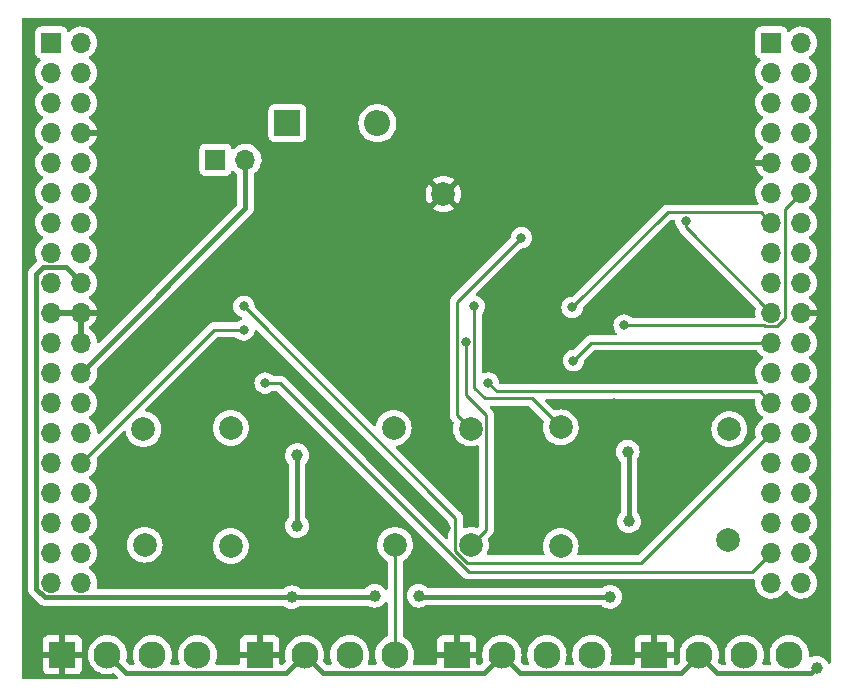
<source format=gbl>
%TF.GenerationSoftware,KiCad,Pcbnew,6.0.11-2627ca5db0~126~ubuntu22.04.1*%
%TF.CreationDate,2023-09-22T10:59:18+02:00*%
%TF.ProjectId,nucleo_f302r8_extension,6e75636c-656f-45f6-9633-303272385f65,0.1*%
%TF.SameCoordinates,Original*%
%TF.FileFunction,Copper,L2,Bot*%
%TF.FilePolarity,Positive*%
%FSLAX46Y46*%
G04 Gerber Fmt 4.6, Leading zero omitted, Abs format (unit mm)*
G04 Created by KiCad (PCBNEW 6.0.11-2627ca5db0~126~ubuntu22.04.1) date 2023-09-22 10:59:18*
%MOMM*%
%LPD*%
G01*
G04 APERTURE LIST*
%TA.AperFunction,ComponentPad*%
%ADD10R,1.700000X1.700000*%
%TD*%
%TA.AperFunction,ComponentPad*%
%ADD11O,1.700000X1.700000*%
%TD*%
%TA.AperFunction,ComponentPad*%
%ADD12R,1.524000X1.524000*%
%TD*%
%TA.AperFunction,ComponentPad*%
%ADD13C,1.524000*%
%TD*%
%TA.AperFunction,ComponentPad*%
%ADD14C,2.000000*%
%TD*%
%TA.AperFunction,ComponentPad*%
%ADD15R,2.300000X2.300000*%
%TD*%
%TA.AperFunction,ComponentPad*%
%ADD16C,2.300000*%
%TD*%
%TA.AperFunction,ComponentPad*%
%ADD17R,2.200000X2.200000*%
%TD*%
%TA.AperFunction,ComponentPad*%
%ADD18O,2.200000X2.200000*%
%TD*%
%TA.AperFunction,ViaPad*%
%ADD19C,1.000000*%
%TD*%
%TA.AperFunction,ViaPad*%
%ADD20C,0.800000*%
%TD*%
%TA.AperFunction,Conductor*%
%ADD21C,0.400000*%
%TD*%
%TA.AperFunction,Conductor*%
%ADD22C,0.250000*%
%TD*%
G04 APERTURE END LIST*
D10*
%TO.P,J5,1,Pin_1*%
%TO.N,Net-(D1-Pad1)*%
X60900000Y-82200000D03*
D11*
%TO.P,J5,2,Pin_2*%
%TO.N,+12V*%
X63440000Y-82200000D03*
%TD*%
D12*
%TO.P,JP17,1,A*%
%TO.N,Net-(D1-Pad1)*%
X60900000Y-82200000D03*
D13*
%TO.P,JP17,2,B*%
%TO.N,+12V*%
X63440000Y-82200000D03*
%TD*%
D14*
%TO.P,TP2,1,1*%
%TO.N,Master_B*%
X76000000Y-104900000D03*
%TD*%
D15*
%TO.P,J1,1,Pin_1*%
%TO.N,GND*%
X47939200Y-124100000D03*
D16*
%TO.P,J1,2,Pin_2*%
%TO.N,VIN*%
X51749200Y-124100000D03*
%TO.P,J1,3,Pin_3*%
%TO.N,Master_B*%
X55559200Y-124100000D03*
%TO.P,J1,4,Pin_4*%
%TO.N,Master_A*%
X59369200Y-124100000D03*
%TD*%
D14*
%TO.P,TP9,1,1*%
%TO.N,Slave_DI*%
X90137500Y-114900000D03*
%TD*%
D10*
%TO.P,J10,1,Pin_1*%
%TO.N,unconnected-(J10-Pad1)*%
X107950000Y-72272200D03*
D11*
%TO.P,J10,2,Pin_2*%
%TO.N,unconnected-(J10-Pad2)*%
X110490000Y-72272200D03*
%TO.P,J10,3,Pin_3*%
%TO.N,unconnected-(J10-Pad3)*%
X107950000Y-74812200D03*
%TO.P,J10,4,Pin_4*%
%TO.N,unconnected-(J10-Pad4)*%
X110490000Y-74812200D03*
%TO.P,J10,5,Pin_5*%
%TO.N,unconnected-(J10-Pad5)*%
X107950000Y-77352200D03*
%TO.P,J10,6,Pin_6*%
%TO.N,unconnected-(J10-Pad6)*%
X110490000Y-77352200D03*
%TO.P,J10,7,Pin_7*%
%TO.N,unconnected-(J10-Pad7)*%
X107950000Y-79892200D03*
%TO.P,J10,8,Pin_8*%
%TO.N,unconnected-(J10-Pad8)*%
X110490000Y-79892200D03*
%TO.P,J10,9,Pin_9*%
%TO.N,GND*%
X107950000Y-82432200D03*
%TO.P,J10,10,Pin_10*%
%TO.N,unconnected-(J10-Pad10)*%
X110490000Y-82432200D03*
%TO.P,J10,11,Pin_11*%
%TO.N,unconnected-(J10-Pad11)*%
X107950000Y-84972200D03*
%TO.P,J10,12,Pin_12*%
%TO.N,USART1_DE*%
X110490000Y-84972200D03*
%TO.P,J10,13,Pin_13*%
%TO.N,USART3_DE*%
X107950000Y-87512200D03*
%TO.P,J10,14,Pin_14*%
%TO.N,GPIO_USART1_RE*%
X110490000Y-87512200D03*
%TO.P,J10,15,Pin_15*%
%TO.N,unconnected-(J10-Pad15)*%
X107950000Y-90052200D03*
%TO.P,J10,16,Pin_16*%
%TO.N,GPIO_USART3_RE*%
X110490000Y-90052200D03*
%TO.P,J10,17,Pin_17*%
%TO.N,unconnected-(J10-Pad17)*%
X107950000Y-92592200D03*
%TO.P,J10,18,Pin_18*%
%TO.N,USART3_RX*%
X110490000Y-92592200D03*
%TO.P,J10,19,Pin_19*%
%TO.N,Net-(J10-Pad19)*%
X107950000Y-95132200D03*
%TO.P,J10,20,Pin_20*%
%TO.N,GND*%
X110490000Y-95132200D03*
%TO.P,J10,21,Pin_21*%
%TO.N,USART1_TX*%
X107950000Y-97672200D03*
%TO.P,J10,22,Pin_22*%
%TO.N,unconnected-(J10-Pad22)*%
X110490000Y-97672200D03*
%TO.P,J10,23,Pin_23*%
%TO.N,unconnected-(J10-Pad23)*%
X107950000Y-100212200D03*
%TO.P,J10,24,Pin_24*%
%TO.N,unconnected-(J10-Pad24)*%
X110490000Y-100212200D03*
%TO.P,J10,25,Pin_25*%
%TO.N,USART3_TX*%
X107950000Y-102752200D03*
%TO.P,J10,26,Pin_26*%
%TO.N,unconnected-(J10-Pad26)*%
X110490000Y-102752200D03*
%TO.P,J10,27,Pin_27*%
%TO.N,USART2_RX*%
X107950000Y-105292200D03*
%TO.P,J10,28,Pin_28*%
%TO.N,unconnected-(J10-Pad28)*%
X110490000Y-105292200D03*
%TO.P,J10,29,Pin_29*%
%TO.N,unconnected-(J10-Pad29)*%
X107950000Y-107832200D03*
%TO.P,J10,30,Pin_30*%
%TO.N,unconnected-(J10-Pad30)*%
X110490000Y-107832200D03*
%TO.P,J10,31,Pin_31*%
%TO.N,unconnected-(J10-Pad31)*%
X107950000Y-110372200D03*
%TO.P,J10,32,Pin_32*%
%TO.N,unconnected-(J10-Pad32)*%
X110490000Y-110372200D03*
%TO.P,J10,33,Pin_33*%
%TO.N,USART1_RX*%
X107950000Y-112912200D03*
%TO.P,J10,34,Pin_34*%
%TO.N,unconnected-(J10-Pad34)*%
X110490000Y-112912200D03*
%TO.P,J10,35,Pin_35*%
%TO.N,USART2_TX*%
X107950000Y-115452200D03*
%TO.P,J10,36,Pin_36*%
%TO.N,unconnected-(J10-Pad36)*%
X110490000Y-115452200D03*
%TO.P,J10,37,Pin_37*%
%TO.N,unconnected-(J10-Pad37)*%
X107950000Y-117992200D03*
%TO.P,J10,38,Pin_38*%
%TO.N,unconnected-(J10-Pad38)*%
X110490000Y-117992200D03*
%TD*%
D15*
%TO.P,J2,1,Pin_1*%
%TO.N,GND*%
X64639200Y-124100000D03*
D16*
%TO.P,J2,2,Pin_2*%
%TO.N,VIN*%
X68449200Y-124100000D03*
%TO.P,J2,3,Pin_3*%
%TO.N,Master_B*%
X72259200Y-124100000D03*
%TO.P,J2,4,Pin_4*%
%TO.N,Master_A*%
X76069200Y-124100000D03*
%TD*%
D14*
%TO.P,TP13,1,1*%
%TO.N,GND*%
X80200000Y-85100000D03*
%TD*%
D15*
%TO.P,J3,1,Pin_1*%
%TO.N,GND*%
X81339200Y-124100000D03*
D16*
%TO.P,J3,2,Pin_2*%
%TO.N,VIN*%
X85149200Y-124100000D03*
%TO.P,J3,3,Pin_3*%
%TO.N,Slave_B*%
X88959200Y-124100000D03*
%TO.P,J3,4,Pin_4*%
%TO.N,Slave_A*%
X92769200Y-124100000D03*
%TD*%
D14*
%TO.P,TP7,1,1*%
%TO.N,Slave_A*%
X104300000Y-114400000D03*
%TD*%
D10*
%TO.P,J7,1,Pin_1*%
%TO.N,unconnected-(J7-Pad1)*%
X46990000Y-72272200D03*
D11*
%TO.P,J7,2,Pin_2*%
%TO.N,unconnected-(J7-Pad2)*%
X49530000Y-72272200D03*
%TO.P,J7,3,Pin_3*%
%TO.N,unconnected-(J7-Pad3)*%
X46990000Y-74812200D03*
%TO.P,J7,4,Pin_4*%
%TO.N,unconnected-(J7-Pad4)*%
X49530000Y-74812200D03*
%TO.P,J7,5,Pin_5*%
%TO.N,unconnected-(J7-Pad5)*%
X46990000Y-77352200D03*
%TO.P,J7,6,Pin_6*%
%TO.N,unconnected-(J7-Pad6)*%
X49530000Y-77352200D03*
%TO.P,J7,7,Pin_7*%
%TO.N,unconnected-(J7-Pad7)*%
X46990000Y-79892200D03*
%TO.P,J7,8,Pin_8*%
%TO.N,GND*%
X49530000Y-79892200D03*
%TO.P,J7,9,Pin_9*%
%TO.N,unconnected-(J7-Pad9)*%
X46990000Y-82432200D03*
%TO.P,J7,10,Pin_10*%
%TO.N,unconnected-(J7-Pad10)*%
X49530000Y-82432200D03*
%TO.P,J7,11,Pin_11*%
%TO.N,unconnected-(J7-Pad11)*%
X46990000Y-84972200D03*
%TO.P,J7,12,Pin_12*%
%TO.N,+3.3V*%
X49530000Y-84972200D03*
%TO.P,J7,13,Pin_13*%
%TO.N,unconnected-(J7-Pad13)*%
X46990000Y-87512200D03*
%TO.P,J7,14,Pin_14*%
%TO.N,Net-(J7-Pad14)*%
X49530000Y-87512200D03*
%TO.P,J7,15,Pin_15*%
%TO.N,unconnected-(J7-Pad15)*%
X46990000Y-90052200D03*
%TO.P,J7,16,Pin_16*%
%TO.N,+3.3V*%
X49530000Y-90052200D03*
%TO.P,J7,17,Pin_17*%
%TO.N,unconnected-(J7-Pad17)*%
X46990000Y-92592200D03*
%TO.P,J7,18,Pin_18*%
%TO.N,+5V*%
X49530000Y-92592200D03*
%TO.P,J7,19,Pin_19*%
%TO.N,GND*%
X46990000Y-95132200D03*
%TO.P,J7,20,Pin_20*%
X49530000Y-95132200D03*
%TO.P,J7,21,Pin_21*%
%TO.N,unconnected-(J7-Pad21)*%
X46990000Y-97672200D03*
%TO.P,J7,22,Pin_22*%
%TO.N,GND*%
X49530000Y-97672200D03*
%TO.P,J7,23,Pin_23*%
%TO.N,unconnected-(J7-Pad23)*%
X46990000Y-100212200D03*
%TO.P,J7,24,Pin_24*%
%TO.N,+12V*%
X49530000Y-100212200D03*
%TO.P,J7,25,Pin_25*%
%TO.N,unconnected-(J7-Pad25)*%
X46990000Y-102752200D03*
%TO.P,J7,26,Pin_26*%
%TO.N,unconnected-(J7-Pad26)*%
X49530000Y-102752200D03*
%TO.P,J7,27,Pin_27*%
%TO.N,unconnected-(J7-Pad27)*%
X46990000Y-105292200D03*
%TO.P,J7,28,Pin_28*%
%TO.N,GPIO_USART2_RE*%
X49530000Y-105292200D03*
%TO.P,J7,29,Pin_29*%
%TO.N,unconnected-(J7-Pad29)*%
X46990000Y-107832200D03*
%TO.P,J7,30,Pin_30*%
%TO.N,USART2_DE*%
X49530000Y-107832200D03*
%TO.P,J7,31,Pin_31*%
%TO.N,unconnected-(J7-Pad31)*%
X46990000Y-110372200D03*
%TO.P,J7,32,Pin_32*%
%TO.N,unconnected-(J7-Pad32)*%
X49530000Y-110372200D03*
%TO.P,J7,33,Pin_33*%
%TO.N,unconnected-(J7-Pad33)*%
X46990000Y-112912200D03*
%TO.P,J7,34,Pin_34*%
%TO.N,unconnected-(J7-Pad34)*%
X49530000Y-112912200D03*
%TO.P,J7,35,Pin_35*%
%TO.N,unconnected-(J7-Pad35)*%
X46990000Y-115452200D03*
%TO.P,J7,36,Pin_36*%
%TO.N,unconnected-(J7-Pad36)*%
X49530000Y-115452200D03*
%TO.P,J7,37,Pin_37*%
%TO.N,unconnected-(J7-Pad37)*%
X46990000Y-117992200D03*
%TO.P,J7,38,Pin_38*%
%TO.N,unconnected-(J7-Pad38)*%
X49530000Y-117992200D03*
%TD*%
D14*
%TO.P,TP4,1,1*%
%TO.N,Master_RO*%
X62200000Y-104900000D03*
%TD*%
%TO.P,TP5,1,1*%
%TO.N,Master_DE*%
X54900000Y-114800000D03*
%TD*%
%TO.P,TP1,1,1*%
%TO.N,Master_A*%
X76100000Y-114800000D03*
%TD*%
%TO.P,TP10,1,1*%
%TO.N,Slave_RO*%
X90137500Y-104850000D03*
%TD*%
%TO.P,TP3,1,1*%
%TO.N,Master_DI*%
X62200000Y-114900000D03*
%TD*%
%TO.P,TP11,1,1*%
%TO.N,Slave_DE*%
X82537500Y-114800000D03*
%TD*%
%TO.P,TP8,1,1*%
%TO.N,Slave_B*%
X104400000Y-105000000D03*
%TD*%
D15*
%TO.P,J4,1,Pin_1*%
%TO.N,GND*%
X98039200Y-124100000D03*
D16*
%TO.P,J4,2,Pin_2*%
%TO.N,VIN*%
X101849200Y-124100000D03*
%TO.P,J4,3,Pin_3*%
%TO.N,Slave_B*%
X105659200Y-124100000D03*
%TO.P,J4,4,Pin_4*%
%TO.N,Slave_A*%
X109469200Y-124100000D03*
%TD*%
D14*
%TO.P,TP12,1,1*%
%TO.N,Slave_RE*%
X82500000Y-104950000D03*
%TD*%
%TO.P,TP6,1,1*%
%TO.N,Master_RE*%
X54800000Y-105000000D03*
%TD*%
D17*
%TO.P,D1,1,K*%
%TO.N,Net-(D1-Pad1)*%
X66990000Y-79100000D03*
D18*
%TO.P,D1,2,A*%
%TO.N,Net-(C5-Pad1)*%
X74610000Y-79100000D03*
%TD*%
D19*
%TO.N,GND*%
X66800000Y-73700000D03*
X94600000Y-102900000D03*
X52500000Y-107000000D03*
X85900000Y-103600000D03*
X65300000Y-84800000D03*
X66500000Y-103100000D03*
X92900000Y-76700000D03*
X93400000Y-113400000D03*
X80300000Y-74100000D03*
X66100000Y-113400000D03*
X80327495Y-113393515D03*
%TO.N,+5V*%
X67357800Y-119242200D03*
X67800000Y-107200000D03*
X95800000Y-106900000D03*
X74400000Y-119100000D03*
X78100000Y-119100000D03*
X94300000Y-119200000D03*
X95900000Y-112800000D03*
X67800000Y-113200000D03*
%TO.N,VIN*%
X111800000Y-125200000D03*
D20*
%TO.N,Slave_RE*%
X86800000Y-88800000D03*
%TO.N,Slave_DE*%
X82075500Y-97600000D03*
%TO.N,Slave_RO*%
X82800000Y-94600000D03*
%TO.N,Net-(J10-Pad19)*%
X100700000Y-87351000D03*
%TO.N,USART2_DE*%
X63300000Y-96600000D03*
%TO.N,USART1_DE*%
X95500001Y-96200001D03*
%TO.N,USART1_TX*%
X91200000Y-99200000D03*
%TO.N,USART3_DE*%
X91100000Y-94700000D03*
%TO.N,USART3_TX*%
X84000000Y-101100000D03*
%TO.N,USART2_TX*%
X65100000Y-101100000D03*
%TO.N,USART2_RX*%
X63300000Y-94600000D03*
%TD*%
D21*
%TO.N,+5V*%
X46269040Y-91301700D02*
X48239500Y-91301700D01*
X95900000Y-112800000D02*
X95900000Y-107000000D01*
X45740000Y-118509967D02*
X45740000Y-91830740D01*
X94300000Y-119200000D02*
X78200000Y-119200000D01*
X74257800Y-119242200D02*
X67357800Y-119242200D01*
X78200000Y-119200000D02*
X78100000Y-119100000D01*
X45740000Y-91830740D02*
X46269040Y-91301700D01*
X67800000Y-113200000D02*
X67800000Y-107200000D01*
X48239500Y-91301700D02*
X49530000Y-92592200D01*
X95900000Y-107000000D02*
X95800000Y-106900000D01*
X67357800Y-119242200D02*
X46472233Y-119242200D01*
X74400000Y-119100000D02*
X74257800Y-119242200D01*
X46472233Y-119242200D02*
X45740000Y-118509967D01*
%TO.N,+12V*%
X63440000Y-82200000D02*
X63440000Y-86302200D01*
X63440000Y-86302200D02*
X49530000Y-100212200D01*
%TO.N,VIN*%
X86699200Y-125650000D02*
X100299200Y-125650000D01*
X68449200Y-124100000D02*
X69999200Y-125650000D01*
X85149200Y-124100000D02*
X86699200Y-125650000D01*
X83599200Y-125650000D02*
X85149200Y-124100000D01*
X69999200Y-125650000D02*
X83599200Y-125650000D01*
X111350000Y-125650000D02*
X103399200Y-125650000D01*
X111800000Y-125200000D02*
X111350000Y-125650000D01*
X53299200Y-125650000D02*
X66899200Y-125650000D01*
X66899200Y-125650000D02*
X68449200Y-124100000D01*
X51749200Y-124100000D02*
X53299200Y-125650000D01*
X103399200Y-125650000D02*
X101849200Y-124100000D01*
X100299200Y-125650000D02*
X101849200Y-124100000D01*
D22*
%TO.N,Master_A*%
X76100000Y-114800000D02*
X76100000Y-124069200D01*
%TO.N,Slave_RE*%
X81351000Y-94249000D02*
X86800000Y-88800000D01*
X81351000Y-103801000D02*
X81351000Y-94249000D01*
X82500000Y-104950000D02*
X81351000Y-103801000D01*
%TO.N,Slave_DE*%
X83825000Y-103825000D02*
X82075500Y-102075500D01*
X82537500Y-114800000D02*
X83825000Y-113512500D01*
X82075500Y-102075500D02*
X82075500Y-97600000D01*
X83825000Y-113512500D02*
X83825000Y-103825000D01*
%TO.N,Slave_RO*%
X83700000Y-102400000D02*
X82800000Y-101500000D01*
X90137500Y-104850000D02*
X87687500Y-102400000D01*
X87687500Y-102400000D02*
X83700000Y-102400000D01*
X82800000Y-101500000D02*
X82800000Y-94600000D01*
%TO.N,Net-(J10-Pad19)*%
X100700000Y-87882200D02*
X100700000Y-87351000D01*
X107950000Y-95132200D02*
X100700000Y-87882200D01*
%TO.N,USART2_DE*%
X49530000Y-107832200D02*
X60762200Y-96600000D01*
X60762200Y-96600000D02*
X63300000Y-96600000D01*
%TO.N,USART1_DE*%
X107356099Y-96200000D02*
X95500001Y-96200001D01*
X107463299Y-96307200D02*
X107356099Y-96200000D01*
X109125000Y-86337200D02*
X109125000Y-95618901D01*
X110490000Y-84972200D02*
X109125000Y-86337200D01*
X109125000Y-95618901D02*
X108436701Y-96307200D01*
X108436701Y-96307200D02*
X107463299Y-96307200D01*
%TO.N,USART1_TX*%
X107950000Y-97672200D02*
X92727800Y-97672200D01*
X92727800Y-97672200D02*
X91200000Y-99200000D01*
%TO.N,USART3_DE*%
X107064300Y-86626500D02*
X99173500Y-86626500D01*
X99173500Y-86626500D02*
X91100000Y-94700000D01*
X107950000Y-87512200D02*
X107064300Y-86626500D01*
%TO.N,USART3_TX*%
X107950000Y-102752200D02*
X106997800Y-101800000D01*
X106997800Y-101800000D02*
X84700000Y-101800000D01*
X84700000Y-101800000D02*
X84000000Y-101100000D01*
%TO.N,USART2_TX*%
X82327977Y-117100000D02*
X66327977Y-101100000D01*
X107950000Y-115452200D02*
X106302200Y-117100000D01*
X106302200Y-117100000D02*
X82327977Y-117100000D01*
X66327977Y-101100000D02*
X65100000Y-101100000D01*
%TO.N,USART2_RX*%
X81212500Y-112512500D02*
X63300000Y-94600000D01*
X96942200Y-116300000D02*
X82163667Y-116300000D01*
X82163667Y-116300000D02*
X81212500Y-115348833D01*
X81212500Y-115348833D02*
X81212500Y-112512500D01*
X107950000Y-105292200D02*
X96942200Y-116300000D01*
%TD*%
%TA.AperFunction,Conductor*%
%TO.N,GND*%
G36*
X112923621Y-70188502D02*
G01*
X112970114Y-70242158D01*
X112981500Y-70294500D01*
X112981500Y-124772468D01*
X112961498Y-124840589D01*
X112907842Y-124887082D01*
X112837568Y-124897186D01*
X112772988Y-124867692D01*
X112739006Y-124820480D01*
X112738697Y-124819731D01*
X112736916Y-124813831D01*
X112644066Y-124639204D01*
X112573709Y-124552938D01*
X112522960Y-124490713D01*
X112522957Y-124490710D01*
X112519065Y-124485938D01*
X112514316Y-124482009D01*
X112371425Y-124363799D01*
X112371421Y-124363797D01*
X112366675Y-124359870D01*
X112192701Y-124265802D01*
X112003768Y-124207318D01*
X111997643Y-124206674D01*
X111997642Y-124206674D01*
X111813204Y-124187289D01*
X111813202Y-124187289D01*
X111807075Y-124186645D01*
X111724576Y-124194153D01*
X111616251Y-124204011D01*
X111616248Y-124204012D01*
X111610112Y-124204570D01*
X111604206Y-124206308D01*
X111604202Y-124206309D01*
X111499076Y-124237249D01*
X111420381Y-124260410D01*
X111414917Y-124263267D01*
X111414911Y-124263269D01*
X111309182Y-124318543D01*
X111239546Y-124332378D01*
X111173485Y-124306368D01*
X111131973Y-124248772D01*
X111125194Y-124196996D01*
X111132440Y-124104930D01*
X111132828Y-124100000D01*
X111112346Y-123839751D01*
X111111192Y-123834944D01*
X111111191Y-123834938D01*
X111052559Y-123590723D01*
X111051404Y-123585911D01*
X110951503Y-123344729D01*
X110815103Y-123122144D01*
X110645563Y-122923637D01*
X110447056Y-122754097D01*
X110224471Y-122617697D01*
X110219901Y-122615804D01*
X110219897Y-122615802D01*
X109987862Y-122519690D01*
X109987860Y-122519689D01*
X109983289Y-122517796D01*
X109891774Y-122495825D01*
X109734262Y-122458009D01*
X109734256Y-122458008D01*
X109729449Y-122456854D01*
X109469200Y-122436372D01*
X109208951Y-122456854D01*
X109204144Y-122458008D01*
X109204138Y-122458009D01*
X109046626Y-122495825D01*
X108955111Y-122517796D01*
X108950540Y-122519689D01*
X108950538Y-122519690D01*
X108718503Y-122615802D01*
X108718499Y-122615804D01*
X108713929Y-122617697D01*
X108491344Y-122754097D01*
X108292837Y-122923637D01*
X108123297Y-123122144D01*
X107986897Y-123344729D01*
X107886996Y-123585911D01*
X107885841Y-123590723D01*
X107827209Y-123834938D01*
X107827208Y-123834944D01*
X107826054Y-123839751D01*
X107805572Y-124100000D01*
X107826054Y-124360249D01*
X107827208Y-124365056D01*
X107827209Y-124365062D01*
X107853836Y-124475968D01*
X107886996Y-124614089D01*
X107888889Y-124618660D01*
X107888890Y-124618662D01*
X107950451Y-124767282D01*
X107958040Y-124837871D01*
X107926261Y-124901358D01*
X107865203Y-124937586D01*
X107834042Y-124941500D01*
X107294358Y-124941500D01*
X107226237Y-124921498D01*
X107179744Y-124867842D01*
X107169640Y-124797568D01*
X107177949Y-124767282D01*
X107239510Y-124618662D01*
X107239511Y-124618660D01*
X107241404Y-124614089D01*
X107274564Y-124475968D01*
X107301191Y-124365062D01*
X107301192Y-124365056D01*
X107302346Y-124360249D01*
X107322828Y-124100000D01*
X107302346Y-123839751D01*
X107301192Y-123834944D01*
X107301191Y-123834938D01*
X107242559Y-123590723D01*
X107241404Y-123585911D01*
X107141503Y-123344729D01*
X107005103Y-123122144D01*
X106835563Y-122923637D01*
X106637056Y-122754097D01*
X106414471Y-122617697D01*
X106409901Y-122615804D01*
X106409897Y-122615802D01*
X106177862Y-122519690D01*
X106177860Y-122519689D01*
X106173289Y-122517796D01*
X106081774Y-122495825D01*
X105924262Y-122458009D01*
X105924256Y-122458008D01*
X105919449Y-122456854D01*
X105659200Y-122436372D01*
X105398951Y-122456854D01*
X105394144Y-122458008D01*
X105394138Y-122458009D01*
X105236626Y-122495825D01*
X105145111Y-122517796D01*
X105140540Y-122519689D01*
X105140538Y-122519690D01*
X104908503Y-122615802D01*
X104908499Y-122615804D01*
X104903929Y-122617697D01*
X104681344Y-122754097D01*
X104482837Y-122923637D01*
X104313297Y-123122144D01*
X104176897Y-123344729D01*
X104076996Y-123585911D01*
X104075841Y-123590723D01*
X104017209Y-123834938D01*
X104017208Y-123834944D01*
X104016054Y-123839751D01*
X103995572Y-124100000D01*
X104016054Y-124360249D01*
X104017208Y-124365056D01*
X104017209Y-124365062D01*
X104043836Y-124475968D01*
X104076996Y-124614089D01*
X104078889Y-124618660D01*
X104078890Y-124618662D01*
X104140451Y-124767282D01*
X104148040Y-124837871D01*
X104116261Y-124901358D01*
X104055203Y-124937586D01*
X104024042Y-124941500D01*
X103744860Y-124941500D01*
X103676739Y-124921498D01*
X103655765Y-124904595D01*
X103468495Y-124717325D01*
X103434469Y-124655013D01*
X103435071Y-124598816D01*
X103491191Y-124365062D01*
X103491192Y-124365056D01*
X103492346Y-124360249D01*
X103512828Y-124100000D01*
X103492346Y-123839751D01*
X103491192Y-123834944D01*
X103491191Y-123834938D01*
X103432559Y-123590723D01*
X103431404Y-123585911D01*
X103331503Y-123344729D01*
X103195103Y-123122144D01*
X103025563Y-122923637D01*
X102827056Y-122754097D01*
X102604471Y-122617697D01*
X102599901Y-122615804D01*
X102599897Y-122615802D01*
X102367862Y-122519690D01*
X102367860Y-122519689D01*
X102363289Y-122517796D01*
X102271774Y-122495825D01*
X102114262Y-122458009D01*
X102114256Y-122458008D01*
X102109449Y-122456854D01*
X101849200Y-122436372D01*
X101588951Y-122456854D01*
X101584144Y-122458008D01*
X101584138Y-122458009D01*
X101426626Y-122495825D01*
X101335111Y-122517796D01*
X101330540Y-122519689D01*
X101330538Y-122519690D01*
X101098503Y-122615802D01*
X101098499Y-122615804D01*
X101093929Y-122617697D01*
X100871344Y-122754097D01*
X100672837Y-122923637D01*
X100503297Y-123122144D01*
X100366897Y-123344729D01*
X100266996Y-123585911D01*
X100265841Y-123590723D01*
X100207209Y-123834938D01*
X100207208Y-123834944D01*
X100206054Y-123839751D01*
X100185572Y-124100000D01*
X100206054Y-124360249D01*
X100207208Y-124365056D01*
X100207209Y-124365062D01*
X100263329Y-124598816D01*
X100259782Y-124669724D01*
X100229905Y-124717325D01*
X100042635Y-124904595D01*
X99980323Y-124938621D01*
X99953540Y-124941500D01*
X99823200Y-124941500D01*
X99755079Y-124921498D01*
X99708586Y-124867842D01*
X99697200Y-124815500D01*
X99697200Y-124372115D01*
X99692725Y-124356876D01*
X99691335Y-124355671D01*
X99683652Y-124354000D01*
X96399316Y-124354000D01*
X96384077Y-124358475D01*
X96382872Y-124359865D01*
X96381201Y-124367548D01*
X96381201Y-124815500D01*
X96361199Y-124883621D01*
X96307543Y-124930114D01*
X96255201Y-124941500D01*
X94404358Y-124941500D01*
X94336237Y-124921498D01*
X94289744Y-124867842D01*
X94279640Y-124797568D01*
X94287949Y-124767282D01*
X94349510Y-124618662D01*
X94349511Y-124618660D01*
X94351404Y-124614089D01*
X94384564Y-124475968D01*
X94411191Y-124365062D01*
X94411192Y-124365056D01*
X94412346Y-124360249D01*
X94432828Y-124100000D01*
X94412346Y-123839751D01*
X94411192Y-123834944D01*
X94411191Y-123834938D01*
X94409498Y-123827885D01*
X96381200Y-123827885D01*
X96385675Y-123843124D01*
X96387065Y-123844329D01*
X96394748Y-123846000D01*
X97767085Y-123846000D01*
X97782324Y-123841525D01*
X97783529Y-123840135D01*
X97785200Y-123832452D01*
X97785200Y-123827885D01*
X98293200Y-123827885D01*
X98297675Y-123843124D01*
X98299065Y-123844329D01*
X98306748Y-123846000D01*
X99679084Y-123846000D01*
X99694323Y-123841525D01*
X99695528Y-123840135D01*
X99697199Y-123832452D01*
X99697199Y-122905331D01*
X99696829Y-122898510D01*
X99691305Y-122847648D01*
X99687679Y-122832396D01*
X99642524Y-122711946D01*
X99633986Y-122696351D01*
X99557485Y-122594276D01*
X99544924Y-122581715D01*
X99442849Y-122505214D01*
X99427254Y-122496676D01*
X99306806Y-122451522D01*
X99291551Y-122447895D01*
X99240686Y-122442369D01*
X99233872Y-122442000D01*
X98311315Y-122442000D01*
X98296076Y-122446475D01*
X98294871Y-122447865D01*
X98293200Y-122455548D01*
X98293200Y-123827885D01*
X97785200Y-123827885D01*
X97785200Y-122460116D01*
X97780725Y-122444877D01*
X97779335Y-122443672D01*
X97771652Y-122442001D01*
X96844531Y-122442001D01*
X96837710Y-122442371D01*
X96786848Y-122447895D01*
X96771596Y-122451521D01*
X96651146Y-122496676D01*
X96635551Y-122505214D01*
X96533476Y-122581715D01*
X96520915Y-122594276D01*
X96444414Y-122696351D01*
X96435876Y-122711946D01*
X96390722Y-122832394D01*
X96387095Y-122847649D01*
X96381569Y-122898514D01*
X96381200Y-122905328D01*
X96381200Y-123827885D01*
X94409498Y-123827885D01*
X94352559Y-123590723D01*
X94351404Y-123585911D01*
X94251503Y-123344729D01*
X94115103Y-123122144D01*
X93945563Y-122923637D01*
X93747056Y-122754097D01*
X93524471Y-122617697D01*
X93519901Y-122615804D01*
X93519897Y-122615802D01*
X93287862Y-122519690D01*
X93287860Y-122519689D01*
X93283289Y-122517796D01*
X93191774Y-122495825D01*
X93034262Y-122458009D01*
X93034256Y-122458008D01*
X93029449Y-122456854D01*
X92769200Y-122436372D01*
X92508951Y-122456854D01*
X92504144Y-122458008D01*
X92504138Y-122458009D01*
X92346626Y-122495825D01*
X92255111Y-122517796D01*
X92250540Y-122519689D01*
X92250538Y-122519690D01*
X92018503Y-122615802D01*
X92018499Y-122615804D01*
X92013929Y-122617697D01*
X91791344Y-122754097D01*
X91592837Y-122923637D01*
X91423297Y-123122144D01*
X91286897Y-123344729D01*
X91186996Y-123585911D01*
X91185841Y-123590723D01*
X91127209Y-123834938D01*
X91127208Y-123834944D01*
X91126054Y-123839751D01*
X91105572Y-124100000D01*
X91126054Y-124360249D01*
X91127208Y-124365056D01*
X91127209Y-124365062D01*
X91153836Y-124475968D01*
X91186996Y-124614089D01*
X91188889Y-124618660D01*
X91188890Y-124618662D01*
X91250451Y-124767282D01*
X91258040Y-124837871D01*
X91226261Y-124901358D01*
X91165203Y-124937586D01*
X91134042Y-124941500D01*
X90594358Y-124941500D01*
X90526237Y-124921498D01*
X90479744Y-124867842D01*
X90469640Y-124797568D01*
X90477949Y-124767282D01*
X90539510Y-124618662D01*
X90539511Y-124618660D01*
X90541404Y-124614089D01*
X90574564Y-124475968D01*
X90601191Y-124365062D01*
X90601192Y-124365056D01*
X90602346Y-124360249D01*
X90622828Y-124100000D01*
X90602346Y-123839751D01*
X90601192Y-123834944D01*
X90601191Y-123834938D01*
X90542559Y-123590723D01*
X90541404Y-123585911D01*
X90441503Y-123344729D01*
X90305103Y-123122144D01*
X90135563Y-122923637D01*
X89937056Y-122754097D01*
X89714471Y-122617697D01*
X89709901Y-122615804D01*
X89709897Y-122615802D01*
X89477862Y-122519690D01*
X89477860Y-122519689D01*
X89473289Y-122517796D01*
X89381774Y-122495825D01*
X89224262Y-122458009D01*
X89224256Y-122458008D01*
X89219449Y-122456854D01*
X88959200Y-122436372D01*
X88698951Y-122456854D01*
X88694144Y-122458008D01*
X88694138Y-122458009D01*
X88536626Y-122495825D01*
X88445111Y-122517796D01*
X88440540Y-122519689D01*
X88440538Y-122519690D01*
X88208503Y-122615802D01*
X88208499Y-122615804D01*
X88203929Y-122617697D01*
X87981344Y-122754097D01*
X87782837Y-122923637D01*
X87613297Y-123122144D01*
X87476897Y-123344729D01*
X87376996Y-123585911D01*
X87375841Y-123590723D01*
X87317209Y-123834938D01*
X87317208Y-123834944D01*
X87316054Y-123839751D01*
X87295572Y-124100000D01*
X87316054Y-124360249D01*
X87317208Y-124365056D01*
X87317209Y-124365062D01*
X87343836Y-124475968D01*
X87376996Y-124614089D01*
X87378889Y-124618660D01*
X87378890Y-124618662D01*
X87440451Y-124767282D01*
X87448040Y-124837871D01*
X87416261Y-124901358D01*
X87355203Y-124937586D01*
X87324042Y-124941500D01*
X87044860Y-124941500D01*
X86976739Y-124921498D01*
X86955765Y-124904595D01*
X86768495Y-124717325D01*
X86734469Y-124655013D01*
X86735071Y-124598816D01*
X86791191Y-124365062D01*
X86791192Y-124365056D01*
X86792346Y-124360249D01*
X86812828Y-124100000D01*
X86792346Y-123839751D01*
X86791192Y-123834944D01*
X86791191Y-123834938D01*
X86732559Y-123590723D01*
X86731404Y-123585911D01*
X86631503Y-123344729D01*
X86495103Y-123122144D01*
X86325563Y-122923637D01*
X86127056Y-122754097D01*
X85904471Y-122617697D01*
X85899901Y-122615804D01*
X85899897Y-122615802D01*
X85667862Y-122519690D01*
X85667860Y-122519689D01*
X85663289Y-122517796D01*
X85571774Y-122495825D01*
X85414262Y-122458009D01*
X85414256Y-122458008D01*
X85409449Y-122456854D01*
X85149200Y-122436372D01*
X84888951Y-122456854D01*
X84884144Y-122458008D01*
X84884138Y-122458009D01*
X84726626Y-122495825D01*
X84635111Y-122517796D01*
X84630540Y-122519689D01*
X84630538Y-122519690D01*
X84398503Y-122615802D01*
X84398499Y-122615804D01*
X84393929Y-122617697D01*
X84171344Y-122754097D01*
X83972837Y-122923637D01*
X83803297Y-123122144D01*
X83666897Y-123344729D01*
X83566996Y-123585911D01*
X83565841Y-123590723D01*
X83507209Y-123834938D01*
X83507208Y-123834944D01*
X83506054Y-123839751D01*
X83485572Y-124100000D01*
X83506054Y-124360249D01*
X83507208Y-124365056D01*
X83507209Y-124365062D01*
X83563329Y-124598816D01*
X83559782Y-124669724D01*
X83529905Y-124717325D01*
X83342635Y-124904595D01*
X83280323Y-124938621D01*
X83253540Y-124941500D01*
X83123200Y-124941500D01*
X83055079Y-124921498D01*
X83008586Y-124867842D01*
X82997200Y-124815500D01*
X82997200Y-124372115D01*
X82992725Y-124356876D01*
X82991335Y-124355671D01*
X82983652Y-124354000D01*
X79699316Y-124354000D01*
X79684077Y-124358475D01*
X79682872Y-124359865D01*
X79681201Y-124367548D01*
X79681201Y-124815500D01*
X79661199Y-124883621D01*
X79607543Y-124930114D01*
X79555201Y-124941500D01*
X77704358Y-124941500D01*
X77636237Y-124921498D01*
X77589744Y-124867842D01*
X77579640Y-124797568D01*
X77587949Y-124767282D01*
X77649510Y-124618662D01*
X77649511Y-124618660D01*
X77651404Y-124614089D01*
X77684564Y-124475968D01*
X77711191Y-124365062D01*
X77711192Y-124365056D01*
X77712346Y-124360249D01*
X77732828Y-124100000D01*
X77712346Y-123839751D01*
X77711192Y-123834944D01*
X77711191Y-123834938D01*
X77709498Y-123827885D01*
X79681200Y-123827885D01*
X79685675Y-123843124D01*
X79687065Y-123844329D01*
X79694748Y-123846000D01*
X81067085Y-123846000D01*
X81082324Y-123841525D01*
X81083529Y-123840135D01*
X81085200Y-123832452D01*
X81085200Y-123827885D01*
X81593200Y-123827885D01*
X81597675Y-123843124D01*
X81599065Y-123844329D01*
X81606748Y-123846000D01*
X82979084Y-123846000D01*
X82994323Y-123841525D01*
X82995528Y-123840135D01*
X82997199Y-123832452D01*
X82997199Y-122905331D01*
X82996829Y-122898510D01*
X82991305Y-122847648D01*
X82987679Y-122832396D01*
X82942524Y-122711946D01*
X82933986Y-122696351D01*
X82857485Y-122594276D01*
X82844924Y-122581715D01*
X82742849Y-122505214D01*
X82727254Y-122496676D01*
X82606806Y-122451522D01*
X82591551Y-122447895D01*
X82540686Y-122442369D01*
X82533872Y-122442000D01*
X81611315Y-122442000D01*
X81596076Y-122446475D01*
X81594871Y-122447865D01*
X81593200Y-122455548D01*
X81593200Y-123827885D01*
X81085200Y-123827885D01*
X81085200Y-122460116D01*
X81080725Y-122444877D01*
X81079335Y-122443672D01*
X81071652Y-122442001D01*
X80144531Y-122442001D01*
X80137710Y-122442371D01*
X80086848Y-122447895D01*
X80071596Y-122451521D01*
X79951146Y-122496676D01*
X79935551Y-122505214D01*
X79833476Y-122581715D01*
X79820915Y-122594276D01*
X79744414Y-122696351D01*
X79735876Y-122711946D01*
X79690722Y-122832394D01*
X79687095Y-122847649D01*
X79681569Y-122898514D01*
X79681200Y-122905328D01*
X79681200Y-123827885D01*
X77709498Y-123827885D01*
X77652559Y-123590723D01*
X77651404Y-123585911D01*
X77551503Y-123344729D01*
X77415103Y-123122144D01*
X77245563Y-122923637D01*
X77047056Y-122754097D01*
X76824471Y-122617697D01*
X76819901Y-122615804D01*
X76819897Y-122615802D01*
X76811282Y-122612234D01*
X76756001Y-122567686D01*
X76733500Y-122495825D01*
X76733500Y-119085851D01*
X77086719Y-119085851D01*
X77087235Y-119091995D01*
X77101458Y-119261374D01*
X77103268Y-119282934D01*
X77157783Y-119473050D01*
X77248187Y-119648956D01*
X77371035Y-119803953D01*
X77375728Y-119807947D01*
X77375729Y-119807948D01*
X77515222Y-119926665D01*
X77521650Y-119932136D01*
X77694294Y-120028624D01*
X77882392Y-120089740D01*
X78078777Y-120113158D01*
X78084912Y-120112686D01*
X78084914Y-120112686D01*
X78269830Y-120098457D01*
X78269834Y-120098456D01*
X78275972Y-120097984D01*
X78466463Y-120044798D01*
X78471967Y-120042018D01*
X78471969Y-120042017D01*
X78637495Y-119958404D01*
X78637497Y-119958403D01*
X78642996Y-119955625D01*
X78669126Y-119935210D01*
X78735121Y-119909033D01*
X78746699Y-119908500D01*
X93530019Y-119908500D01*
X93598140Y-119928502D01*
X93611682Y-119938546D01*
X93721650Y-120032136D01*
X93894294Y-120128624D01*
X94082392Y-120189740D01*
X94278777Y-120213158D01*
X94284912Y-120212686D01*
X94284914Y-120212686D01*
X94469830Y-120198457D01*
X94469834Y-120198456D01*
X94475972Y-120197984D01*
X94666463Y-120144798D01*
X94671967Y-120142018D01*
X94671969Y-120142017D01*
X94837495Y-120058404D01*
X94837497Y-120058403D01*
X94842996Y-120055625D01*
X94988659Y-119941821D01*
X94993991Y-119937655D01*
X94998847Y-119933861D01*
X95104711Y-119811216D01*
X95124049Y-119788813D01*
X95124050Y-119788811D01*
X95128078Y-119784145D01*
X95225769Y-119612179D01*
X95288197Y-119424513D01*
X95312985Y-119228295D01*
X95313380Y-119200000D01*
X95294080Y-119003167D01*
X95236916Y-118813831D01*
X95144066Y-118639204D01*
X95069126Y-118547319D01*
X95022960Y-118490713D01*
X95022957Y-118490710D01*
X95019065Y-118485938D01*
X95014316Y-118482009D01*
X94871425Y-118363799D01*
X94871421Y-118363797D01*
X94866675Y-118359870D01*
X94692701Y-118265802D01*
X94503768Y-118207318D01*
X94497643Y-118206674D01*
X94497642Y-118206674D01*
X94313204Y-118187289D01*
X94313202Y-118187289D01*
X94307075Y-118186645D01*
X94224576Y-118194153D01*
X94116251Y-118204011D01*
X94116248Y-118204012D01*
X94110112Y-118204570D01*
X94104206Y-118206308D01*
X94104202Y-118206309D01*
X94027631Y-118228845D01*
X93920381Y-118260410D01*
X93914923Y-118263263D01*
X93914919Y-118263265D01*
X93829346Y-118308002D01*
X93745110Y-118352040D01*
X93606236Y-118463698D01*
X93540616Y-118490793D01*
X93527286Y-118491500D01*
X78964989Y-118491500D01*
X78896868Y-118471498D01*
X78867346Y-118445136D01*
X78822960Y-118390713D01*
X78822957Y-118390710D01*
X78819065Y-118385938D01*
X78812718Y-118380687D01*
X78671425Y-118263799D01*
X78671421Y-118263797D01*
X78666675Y-118259870D01*
X78492701Y-118165802D01*
X78303768Y-118107318D01*
X78297643Y-118106674D01*
X78297642Y-118106674D01*
X78113204Y-118087289D01*
X78113202Y-118087289D01*
X78107075Y-118086645D01*
X78024576Y-118094153D01*
X77916251Y-118104011D01*
X77916248Y-118104012D01*
X77910112Y-118104570D01*
X77904206Y-118106308D01*
X77904202Y-118106309D01*
X77799076Y-118137249D01*
X77720381Y-118160410D01*
X77714923Y-118163263D01*
X77714919Y-118163265D01*
X77636980Y-118204011D01*
X77545110Y-118252040D01*
X77390975Y-118375968D01*
X77263846Y-118527474D01*
X77260879Y-118532872D01*
X77260875Y-118532877D01*
X77216551Y-118613504D01*
X77168567Y-118700787D01*
X77166706Y-118706654D01*
X77166705Y-118706656D01*
X77111941Y-118879295D01*
X77108765Y-118889306D01*
X77086719Y-119085851D01*
X76733500Y-119085851D01*
X76733500Y-116251566D01*
X76753502Y-116183445D01*
X76793665Y-116144133D01*
X76985202Y-116026759D01*
X76985208Y-116026755D01*
X76989416Y-116024176D01*
X77169969Y-115869969D01*
X77324176Y-115689416D01*
X77326755Y-115685208D01*
X77326759Y-115685202D01*
X77445654Y-115491183D01*
X77448240Y-115486963D01*
X77453951Y-115473177D01*
X77537211Y-115272167D01*
X77537212Y-115272165D01*
X77539105Y-115267594D01*
X77571712Y-115131777D01*
X77593380Y-115041524D01*
X77593381Y-115041518D01*
X77594535Y-115036711D01*
X77613165Y-114800000D01*
X77594535Y-114563289D01*
X77568598Y-114455251D01*
X77540260Y-114337218D01*
X77539105Y-114332406D01*
X77523196Y-114293997D01*
X77450135Y-114117611D01*
X77450133Y-114117607D01*
X77448240Y-114113037D01*
X77429892Y-114083096D01*
X77326759Y-113914798D01*
X77326755Y-113914792D01*
X77324176Y-113910584D01*
X77190255Y-113753783D01*
X77173177Y-113733787D01*
X77169969Y-113730031D01*
X76989416Y-113575824D01*
X76985208Y-113573245D01*
X76985202Y-113573241D01*
X76791183Y-113454346D01*
X76786963Y-113451760D01*
X76782393Y-113449867D01*
X76782389Y-113449865D01*
X76572167Y-113362789D01*
X76572165Y-113362788D01*
X76567594Y-113360895D01*
X76454681Y-113333787D01*
X76341524Y-113306620D01*
X76341518Y-113306619D01*
X76336711Y-113305465D01*
X76100000Y-113286835D01*
X75863289Y-113305465D01*
X75858482Y-113306619D01*
X75858476Y-113306620D01*
X75745319Y-113333787D01*
X75632406Y-113360895D01*
X75627835Y-113362788D01*
X75627833Y-113362789D01*
X75417611Y-113449865D01*
X75417607Y-113449867D01*
X75413037Y-113451760D01*
X75408817Y-113454346D01*
X75214798Y-113573241D01*
X75214792Y-113573245D01*
X75210584Y-113575824D01*
X75030031Y-113730031D01*
X75026823Y-113733787D01*
X75009745Y-113753783D01*
X74875824Y-113910584D01*
X74873245Y-113914792D01*
X74873241Y-113914798D01*
X74770108Y-114083096D01*
X74751760Y-114113037D01*
X74749867Y-114117607D01*
X74749865Y-114117611D01*
X74676804Y-114293997D01*
X74660895Y-114332406D01*
X74659740Y-114337218D01*
X74631403Y-114455251D01*
X74605465Y-114563289D01*
X74586835Y-114800000D01*
X74605465Y-115036711D01*
X74606619Y-115041518D01*
X74606620Y-115041524D01*
X74628288Y-115131777D01*
X74660895Y-115267594D01*
X74662788Y-115272165D01*
X74662789Y-115272167D01*
X74746050Y-115473177D01*
X74751760Y-115486963D01*
X74754346Y-115491183D01*
X74873241Y-115685202D01*
X74873245Y-115685208D01*
X74875824Y-115689416D01*
X75030031Y-115869969D01*
X75210584Y-116024176D01*
X75214792Y-116026755D01*
X75214798Y-116026759D01*
X75406335Y-116144133D01*
X75453966Y-116196781D01*
X75466500Y-116251566D01*
X75466500Y-118458086D01*
X75446498Y-118526207D01*
X75392842Y-118572700D01*
X75322568Y-118582804D01*
X75257988Y-118553310D01*
X75242857Y-118537722D01*
X75202869Y-118488691D01*
X75167346Y-118445136D01*
X75122960Y-118390713D01*
X75122957Y-118390710D01*
X75119065Y-118385938D01*
X75112718Y-118380687D01*
X74971425Y-118263799D01*
X74971421Y-118263797D01*
X74966675Y-118259870D01*
X74792701Y-118165802D01*
X74603768Y-118107318D01*
X74597643Y-118106674D01*
X74597642Y-118106674D01*
X74413204Y-118087289D01*
X74413202Y-118087289D01*
X74407075Y-118086645D01*
X74324576Y-118094153D01*
X74216251Y-118104011D01*
X74216248Y-118104012D01*
X74210112Y-118104570D01*
X74204206Y-118106308D01*
X74204202Y-118106309D01*
X74099076Y-118137249D01*
X74020381Y-118160410D01*
X74014923Y-118163263D01*
X74014919Y-118163265D01*
X73936980Y-118204011D01*
X73845110Y-118252040D01*
X73690975Y-118375968D01*
X73596388Y-118488693D01*
X73537280Y-118528018D01*
X73499868Y-118533700D01*
X68128951Y-118533700D01*
X68060830Y-118513698D01*
X68048636Y-118504785D01*
X67929225Y-118405999D01*
X67929221Y-118405997D01*
X67924475Y-118402070D01*
X67750501Y-118308002D01*
X67561568Y-118249518D01*
X67555443Y-118248874D01*
X67555442Y-118248874D01*
X67371004Y-118229489D01*
X67371002Y-118229489D01*
X67364875Y-118228845D01*
X67282376Y-118236353D01*
X67174051Y-118246211D01*
X67174048Y-118246212D01*
X67167912Y-118246770D01*
X67162006Y-118248508D01*
X67162002Y-118248509D01*
X67093290Y-118268732D01*
X66978181Y-118302610D01*
X66972723Y-118305463D01*
X66972719Y-118305465D01*
X66889088Y-118349187D01*
X66802910Y-118394240D01*
X66664036Y-118505898D01*
X66598416Y-118532993D01*
X66585086Y-118533700D01*
X50955340Y-118533700D01*
X50887219Y-118513698D01*
X50840726Y-118460042D01*
X50830622Y-118389768D01*
X50834782Y-118371071D01*
X50862370Y-118280269D01*
X50891529Y-118058790D01*
X50893156Y-117992200D01*
X50874852Y-117769561D01*
X50820431Y-117552902D01*
X50731354Y-117348040D01*
X50610014Y-117160477D01*
X50459670Y-116995251D01*
X50455619Y-116992052D01*
X50455615Y-116992048D01*
X50288414Y-116860000D01*
X50288410Y-116859998D01*
X50284359Y-116856798D01*
X50243053Y-116833996D01*
X50193084Y-116783564D01*
X50178312Y-116714121D01*
X50203428Y-116647716D01*
X50230780Y-116621109D01*
X50274603Y-116589850D01*
X50409860Y-116493373D01*
X50568096Y-116335689D01*
X50629573Y-116250135D01*
X50695435Y-116158477D01*
X50698453Y-116154277D01*
X50703467Y-116144133D01*
X50795136Y-115958653D01*
X50795137Y-115958651D01*
X50797430Y-115954011D01*
X50848718Y-115785202D01*
X50860865Y-115745223D01*
X50860865Y-115745221D01*
X50862370Y-115740269D01*
X50891529Y-115518790D01*
X50892307Y-115486963D01*
X50893074Y-115455565D01*
X50893074Y-115455561D01*
X50893156Y-115452200D01*
X50874852Y-115229561D01*
X50820431Y-115012902D01*
X50731354Y-114808040D01*
X50726153Y-114800000D01*
X53386835Y-114800000D01*
X53405465Y-115036711D01*
X53406619Y-115041518D01*
X53406620Y-115041524D01*
X53428288Y-115131777D01*
X53460895Y-115267594D01*
X53462788Y-115272165D01*
X53462789Y-115272167D01*
X53546050Y-115473177D01*
X53551760Y-115486963D01*
X53554346Y-115491183D01*
X53673241Y-115685202D01*
X53673245Y-115685208D01*
X53675824Y-115689416D01*
X53830031Y-115869969D01*
X54010584Y-116024176D01*
X54014792Y-116026755D01*
X54014798Y-116026759D01*
X54134031Y-116099825D01*
X54213037Y-116148240D01*
X54217607Y-116150133D01*
X54217611Y-116150135D01*
X54427833Y-116237211D01*
X54432406Y-116239105D01*
X54508144Y-116257288D01*
X54658476Y-116293380D01*
X54658482Y-116293381D01*
X54663289Y-116294535D01*
X54900000Y-116313165D01*
X55136711Y-116294535D01*
X55141518Y-116293381D01*
X55141524Y-116293380D01*
X55291856Y-116257288D01*
X55367594Y-116239105D01*
X55372167Y-116237211D01*
X55582389Y-116150135D01*
X55582393Y-116150133D01*
X55586963Y-116148240D01*
X55665969Y-116099825D01*
X55785202Y-116026759D01*
X55785208Y-116026755D01*
X55789416Y-116024176D01*
X55969969Y-115869969D01*
X56124176Y-115689416D01*
X56126755Y-115685208D01*
X56126759Y-115685202D01*
X56245654Y-115491183D01*
X56248240Y-115486963D01*
X56253951Y-115473177D01*
X56337211Y-115272167D01*
X56337212Y-115272165D01*
X56339105Y-115267594D01*
X56371712Y-115131777D01*
X56393380Y-115041524D01*
X56393381Y-115041518D01*
X56394535Y-115036711D01*
X56405295Y-114900000D01*
X60686835Y-114900000D01*
X60705465Y-115136711D01*
X60706619Y-115141518D01*
X60706620Y-115141524D01*
X60719884Y-115196770D01*
X60760895Y-115367594D01*
X60762788Y-115372165D01*
X60762789Y-115372167D01*
X60808822Y-115483300D01*
X60851760Y-115586963D01*
X60854346Y-115591183D01*
X60973241Y-115785202D01*
X60973245Y-115785208D01*
X60975824Y-115789416D01*
X61130031Y-115969969D01*
X61310584Y-116124176D01*
X61314792Y-116126755D01*
X61314798Y-116126759D01*
X61429064Y-116196781D01*
X61513037Y-116248240D01*
X61517607Y-116250133D01*
X61517611Y-116250135D01*
X61714026Y-116331492D01*
X61732406Y-116339105D01*
X61812609Y-116358360D01*
X61958476Y-116393380D01*
X61958482Y-116393381D01*
X61963289Y-116394535D01*
X62200000Y-116413165D01*
X62436711Y-116394535D01*
X62441518Y-116393381D01*
X62441524Y-116393380D01*
X62587391Y-116358360D01*
X62667594Y-116339105D01*
X62685974Y-116331492D01*
X62882389Y-116250135D01*
X62882393Y-116250133D01*
X62886963Y-116248240D01*
X62970936Y-116196781D01*
X63085202Y-116126759D01*
X63085208Y-116126755D01*
X63089416Y-116124176D01*
X63269969Y-115969969D01*
X63424176Y-115789416D01*
X63426755Y-115785208D01*
X63426759Y-115785202D01*
X63545654Y-115591183D01*
X63548240Y-115586963D01*
X63591179Y-115483300D01*
X63637211Y-115372167D01*
X63637212Y-115372165D01*
X63639105Y-115367594D01*
X63680116Y-115196770D01*
X63693380Y-115141524D01*
X63693381Y-115141518D01*
X63694535Y-115136711D01*
X63713165Y-114900000D01*
X63694535Y-114663289D01*
X63688155Y-114636711D01*
X63645506Y-114459070D01*
X63639105Y-114432406D01*
X63595790Y-114327833D01*
X63550135Y-114217611D01*
X63550133Y-114217607D01*
X63548240Y-114213037D01*
X63539305Y-114198457D01*
X63426759Y-114014798D01*
X63426755Y-114014792D01*
X63424176Y-114010584D01*
X63269969Y-113830031D01*
X63089416Y-113675824D01*
X63085208Y-113673245D01*
X63085202Y-113673241D01*
X62891183Y-113554346D01*
X62886963Y-113551760D01*
X62882393Y-113549867D01*
X62882389Y-113549865D01*
X62672167Y-113462789D01*
X62672165Y-113462788D01*
X62667594Y-113460895D01*
X62587391Y-113441640D01*
X62441524Y-113406620D01*
X62441518Y-113406619D01*
X62436711Y-113405465D01*
X62200000Y-113386835D01*
X61963289Y-113405465D01*
X61958482Y-113406619D01*
X61958476Y-113406620D01*
X61812609Y-113441640D01*
X61732406Y-113460895D01*
X61727835Y-113462788D01*
X61727833Y-113462789D01*
X61517611Y-113549865D01*
X61517607Y-113549867D01*
X61513037Y-113551760D01*
X61508817Y-113554346D01*
X61314798Y-113673241D01*
X61314792Y-113673245D01*
X61310584Y-113675824D01*
X61130031Y-113830031D01*
X60975824Y-114010584D01*
X60973245Y-114014792D01*
X60973241Y-114014798D01*
X60860695Y-114198457D01*
X60851760Y-114213037D01*
X60849867Y-114217607D01*
X60849865Y-114217611D01*
X60804210Y-114327833D01*
X60760895Y-114432406D01*
X60754494Y-114459070D01*
X60711846Y-114636711D01*
X60705465Y-114663289D01*
X60686835Y-114900000D01*
X56405295Y-114900000D01*
X56413165Y-114800000D01*
X56394535Y-114563289D01*
X56368598Y-114455251D01*
X56340260Y-114337218D01*
X56339105Y-114332406D01*
X56323196Y-114293997D01*
X56250135Y-114117611D01*
X56250133Y-114117607D01*
X56248240Y-114113037D01*
X56229892Y-114083096D01*
X56126759Y-113914798D01*
X56126755Y-113914792D01*
X56124176Y-113910584D01*
X55990255Y-113753783D01*
X55973177Y-113733787D01*
X55969969Y-113730031D01*
X55789416Y-113575824D01*
X55785208Y-113573245D01*
X55785202Y-113573241D01*
X55591183Y-113454346D01*
X55586963Y-113451760D01*
X55582393Y-113449867D01*
X55582389Y-113449865D01*
X55372167Y-113362789D01*
X55372165Y-113362788D01*
X55367594Y-113360895D01*
X55254681Y-113333787D01*
X55141524Y-113306620D01*
X55141518Y-113306619D01*
X55136711Y-113305465D01*
X54900000Y-113286835D01*
X54663289Y-113305465D01*
X54658482Y-113306619D01*
X54658476Y-113306620D01*
X54545319Y-113333787D01*
X54432406Y-113360895D01*
X54427835Y-113362788D01*
X54427833Y-113362789D01*
X54217611Y-113449865D01*
X54217607Y-113449867D01*
X54213037Y-113451760D01*
X54208817Y-113454346D01*
X54014798Y-113573241D01*
X54014792Y-113573245D01*
X54010584Y-113575824D01*
X53830031Y-113730031D01*
X53826823Y-113733787D01*
X53809745Y-113753783D01*
X53675824Y-113910584D01*
X53673245Y-113914792D01*
X53673241Y-113914798D01*
X53570108Y-114083096D01*
X53551760Y-114113037D01*
X53549867Y-114117607D01*
X53549865Y-114117611D01*
X53476804Y-114293997D01*
X53460895Y-114332406D01*
X53459740Y-114337218D01*
X53431403Y-114455251D01*
X53405465Y-114563289D01*
X53386835Y-114800000D01*
X50726153Y-114800000D01*
X50640902Y-114668223D01*
X50612822Y-114624817D01*
X50612820Y-114624814D01*
X50610014Y-114620477D01*
X50459670Y-114455251D01*
X50455619Y-114452052D01*
X50455615Y-114452048D01*
X50288414Y-114320000D01*
X50288410Y-114319998D01*
X50284359Y-114316798D01*
X50243053Y-114293996D01*
X50193084Y-114243564D01*
X50178312Y-114174121D01*
X50203428Y-114107716D01*
X50230780Y-114081109D01*
X50299438Y-114032136D01*
X50409860Y-113953373D01*
X50430901Y-113932406D01*
X50510035Y-113853547D01*
X50568096Y-113795689D01*
X50580244Y-113778784D01*
X50695435Y-113618477D01*
X50698453Y-113614277D01*
X50719320Y-113572057D01*
X50795136Y-113418653D01*
X50795137Y-113418651D01*
X50797430Y-113414011D01*
X50847231Y-113250096D01*
X50860865Y-113205223D01*
X50860865Y-113205221D01*
X50862370Y-113200269D01*
X50864268Y-113185851D01*
X66786719Y-113185851D01*
X66787235Y-113191995D01*
X66801577Y-113362791D01*
X66803268Y-113382934D01*
X66809729Y-113405465D01*
X66853991Y-113559825D01*
X66857783Y-113573050D01*
X66865129Y-113587344D01*
X66943525Y-113739884D01*
X66948187Y-113748956D01*
X67071035Y-113903953D01*
X67075728Y-113907947D01*
X67075729Y-113907948D01*
X67191910Y-114006825D01*
X67221650Y-114032136D01*
X67394294Y-114128624D01*
X67582392Y-114189740D01*
X67778777Y-114213158D01*
X67784912Y-114212686D01*
X67784914Y-114212686D01*
X67969830Y-114198457D01*
X67969834Y-114198456D01*
X67975972Y-114197984D01*
X68166463Y-114144798D01*
X68171967Y-114142018D01*
X68171969Y-114142017D01*
X68337495Y-114058404D01*
X68337497Y-114058403D01*
X68342996Y-114055625D01*
X68498847Y-113933861D01*
X68621720Y-113791511D01*
X68624049Y-113788813D01*
X68624050Y-113788811D01*
X68628078Y-113784145D01*
X68725769Y-113612179D01*
X68788197Y-113424513D01*
X68812985Y-113228295D01*
X68813380Y-113200000D01*
X68794080Y-113003167D01*
X68736916Y-112813831D01*
X68644066Y-112639204D01*
X68536857Y-112507753D01*
X68509303Y-112442321D01*
X68508500Y-112428117D01*
X68508500Y-107969538D01*
X68528502Y-107901417D01*
X68539118Y-107887207D01*
X68624054Y-107788807D01*
X68624055Y-107788806D01*
X68628078Y-107784145D01*
X68725769Y-107612179D01*
X68788197Y-107424513D01*
X68812985Y-107228295D01*
X68813380Y-107200000D01*
X68794080Y-107003167D01*
X68736916Y-106813831D01*
X68644066Y-106639204D01*
X68541271Y-106513165D01*
X68522960Y-106490713D01*
X68522957Y-106490710D01*
X68519065Y-106485938D01*
X68512724Y-106480692D01*
X68371425Y-106363799D01*
X68371421Y-106363797D01*
X68366675Y-106359870D01*
X68192701Y-106265802D01*
X68003768Y-106207318D01*
X67997643Y-106206674D01*
X67997642Y-106206674D01*
X67813204Y-106187289D01*
X67813202Y-106187289D01*
X67807075Y-106186645D01*
X67724576Y-106194153D01*
X67616251Y-106204011D01*
X67616248Y-106204012D01*
X67610112Y-106204570D01*
X67604206Y-106206308D01*
X67604202Y-106206309D01*
X67543495Y-106224176D01*
X67420381Y-106260410D01*
X67414923Y-106263263D01*
X67414919Y-106263265D01*
X67324147Y-106310720D01*
X67245110Y-106352040D01*
X67090975Y-106475968D01*
X66963846Y-106627474D01*
X66960879Y-106632872D01*
X66960875Y-106632877D01*
X66882095Y-106776180D01*
X66868567Y-106800787D01*
X66866706Y-106806654D01*
X66866705Y-106806656D01*
X66835977Y-106903523D01*
X66808765Y-106989306D01*
X66786719Y-107185851D01*
X66787235Y-107191995D01*
X66799966Y-107343606D01*
X66803268Y-107382934D01*
X66822200Y-107448956D01*
X66839148Y-107508061D01*
X66857783Y-107573050D01*
X66948187Y-107748956D01*
X67057763Y-107887207D01*
X67064246Y-107895387D01*
X67090883Y-107961197D01*
X67091500Y-107973651D01*
X67091500Y-112429483D01*
X67071498Y-112497604D01*
X67062021Y-112510473D01*
X66963846Y-112627474D01*
X66960879Y-112632872D01*
X66960875Y-112632877D01*
X66926876Y-112694722D01*
X66868567Y-112800787D01*
X66866706Y-112806654D01*
X66866705Y-112806656D01*
X66812734Y-112976793D01*
X66808765Y-112989306D01*
X66786719Y-113185851D01*
X50864268Y-113185851D01*
X50891529Y-112978790D01*
X50891966Y-112960895D01*
X50893074Y-112915565D01*
X50893074Y-112915561D01*
X50893156Y-112912200D01*
X50874852Y-112689561D01*
X50820431Y-112472902D01*
X50731354Y-112268040D01*
X50636318Y-112121137D01*
X50612822Y-112084817D01*
X50612820Y-112084814D01*
X50610014Y-112080477D01*
X50459670Y-111915251D01*
X50455619Y-111912052D01*
X50455615Y-111912048D01*
X50288414Y-111780000D01*
X50288410Y-111779998D01*
X50284359Y-111776798D01*
X50243053Y-111753996D01*
X50193084Y-111703564D01*
X50178312Y-111634121D01*
X50203428Y-111567716D01*
X50230780Y-111541109D01*
X50274603Y-111509850D01*
X50409860Y-111413373D01*
X50568096Y-111255689D01*
X50627594Y-111172889D01*
X50695435Y-111078477D01*
X50698453Y-111074277D01*
X50719320Y-111032057D01*
X50795136Y-110878653D01*
X50795137Y-110878651D01*
X50797430Y-110874011D01*
X50862370Y-110660269D01*
X50891529Y-110438790D01*
X50893156Y-110372200D01*
X50874852Y-110149561D01*
X50820431Y-109932902D01*
X50731354Y-109728040D01*
X50610014Y-109540477D01*
X50459670Y-109375251D01*
X50455619Y-109372052D01*
X50455615Y-109372048D01*
X50288414Y-109240000D01*
X50288410Y-109239998D01*
X50284359Y-109236798D01*
X50243053Y-109213996D01*
X50193084Y-109163564D01*
X50178312Y-109094121D01*
X50203428Y-109027716D01*
X50230780Y-109001109D01*
X50274603Y-108969850D01*
X50409860Y-108873373D01*
X50568096Y-108715689D01*
X50627594Y-108632889D01*
X50695435Y-108538477D01*
X50698453Y-108534277D01*
X50719320Y-108492057D01*
X50795136Y-108338653D01*
X50795137Y-108338651D01*
X50797430Y-108334011D01*
X50862370Y-108120269D01*
X50891529Y-107898790D01*
X50893156Y-107832200D01*
X50874852Y-107609561D01*
X50846821Y-107497965D01*
X50849625Y-107427023D01*
X50879930Y-107378174D01*
X53092104Y-105166000D01*
X53154416Y-105131974D01*
X53225231Y-105137039D01*
X53282067Y-105179586D01*
X53305295Y-105234548D01*
X53305465Y-105236711D01*
X53306619Y-105241518D01*
X53306620Y-105241524D01*
X53334924Y-105359418D01*
X53360895Y-105467594D01*
X53362788Y-105472165D01*
X53362789Y-105472167D01*
X53428111Y-105629868D01*
X53451760Y-105686963D01*
X53454346Y-105691183D01*
X53573241Y-105885202D01*
X53573245Y-105885208D01*
X53575824Y-105889416D01*
X53730031Y-106069969D01*
X53910584Y-106224176D01*
X53914792Y-106226755D01*
X53914798Y-106226759D01*
X54107624Y-106344923D01*
X54113037Y-106348240D01*
X54117607Y-106350133D01*
X54117611Y-106350135D01*
X54327833Y-106437211D01*
X54332406Y-106439105D01*
X54384768Y-106451676D01*
X54558476Y-106493380D01*
X54558482Y-106493381D01*
X54563289Y-106494535D01*
X54800000Y-106513165D01*
X55036711Y-106494535D01*
X55041518Y-106493381D01*
X55041524Y-106493380D01*
X55215232Y-106451676D01*
X55267594Y-106439105D01*
X55272167Y-106437211D01*
X55482389Y-106350135D01*
X55482393Y-106350133D01*
X55486963Y-106348240D01*
X55492376Y-106344923D01*
X55685202Y-106226759D01*
X55685208Y-106226755D01*
X55689416Y-106224176D01*
X55869969Y-106069969D01*
X56024176Y-105889416D01*
X56026755Y-105885208D01*
X56026759Y-105885202D01*
X56145654Y-105691183D01*
X56148240Y-105686963D01*
X56171890Y-105629868D01*
X56237211Y-105472167D01*
X56237212Y-105472165D01*
X56239105Y-105467594D01*
X56265076Y-105359418D01*
X56293380Y-105241524D01*
X56293381Y-105241518D01*
X56294535Y-105236711D01*
X56313165Y-105000000D01*
X56305295Y-104900000D01*
X60686835Y-104900000D01*
X60705465Y-105136711D01*
X60706619Y-105141518D01*
X60706620Y-105141524D01*
X60740021Y-105280647D01*
X60760895Y-105367594D01*
X60762788Y-105372165D01*
X60762789Y-105372167D01*
X60810341Y-105486967D01*
X60851760Y-105586963D01*
X60854346Y-105591183D01*
X60973241Y-105785202D01*
X60973245Y-105785208D01*
X60975824Y-105789416D01*
X61130031Y-105969969D01*
X61310584Y-106124176D01*
X61314792Y-106126755D01*
X61314798Y-106126759D01*
X61449232Y-106209140D01*
X61513037Y-106248240D01*
X61517607Y-106250133D01*
X61517611Y-106250135D01*
X61725805Y-106336371D01*
X61732406Y-106339105D01*
X61802375Y-106355903D01*
X61958476Y-106393380D01*
X61958482Y-106393381D01*
X61963289Y-106394535D01*
X62200000Y-106413165D01*
X62436711Y-106394535D01*
X62441518Y-106393381D01*
X62441524Y-106393380D01*
X62597625Y-106355903D01*
X62667594Y-106339105D01*
X62674195Y-106336371D01*
X62882389Y-106250135D01*
X62882393Y-106250133D01*
X62886963Y-106248240D01*
X62950768Y-106209140D01*
X63085202Y-106126759D01*
X63085208Y-106126755D01*
X63089416Y-106124176D01*
X63269969Y-105969969D01*
X63424176Y-105789416D01*
X63426755Y-105785208D01*
X63426759Y-105785202D01*
X63545654Y-105591183D01*
X63548240Y-105586963D01*
X63589660Y-105486967D01*
X63637211Y-105372167D01*
X63637212Y-105372165D01*
X63639105Y-105367594D01*
X63659979Y-105280647D01*
X63693380Y-105141524D01*
X63693381Y-105141518D01*
X63694535Y-105136711D01*
X63713165Y-104900000D01*
X63694535Y-104663289D01*
X63692015Y-104652790D01*
X63644927Y-104456657D01*
X63639105Y-104432406D01*
X63620388Y-104387218D01*
X63550135Y-104217611D01*
X63550133Y-104217607D01*
X63548240Y-104213037D01*
X63504593Y-104141812D01*
X63426759Y-104014798D01*
X63426755Y-104014792D01*
X63424176Y-104010584D01*
X63269969Y-103830031D01*
X63089416Y-103675824D01*
X63085208Y-103673245D01*
X63085202Y-103673241D01*
X62891183Y-103554346D01*
X62886963Y-103551760D01*
X62882393Y-103549867D01*
X62882389Y-103549865D01*
X62672167Y-103462789D01*
X62672165Y-103462788D01*
X62667594Y-103460895D01*
X62587391Y-103441640D01*
X62441524Y-103406620D01*
X62441518Y-103406619D01*
X62436711Y-103405465D01*
X62200000Y-103386835D01*
X61963289Y-103405465D01*
X61958482Y-103406619D01*
X61958476Y-103406620D01*
X61812609Y-103441640D01*
X61732406Y-103460895D01*
X61727835Y-103462788D01*
X61727833Y-103462789D01*
X61517611Y-103549865D01*
X61517607Y-103549867D01*
X61513037Y-103551760D01*
X61508817Y-103554346D01*
X61314798Y-103673241D01*
X61314792Y-103673245D01*
X61310584Y-103675824D01*
X61130031Y-103830031D01*
X60975824Y-104010584D01*
X60973245Y-104014792D01*
X60973241Y-104014798D01*
X60895407Y-104141812D01*
X60851760Y-104213037D01*
X60849867Y-104217607D01*
X60849865Y-104217611D01*
X60779612Y-104387218D01*
X60760895Y-104432406D01*
X60755073Y-104456657D01*
X60707986Y-104652790D01*
X60705465Y-104663289D01*
X60686835Y-104900000D01*
X56305295Y-104900000D01*
X56294535Y-104763289D01*
X56288311Y-104737362D01*
X56257368Y-104608476D01*
X56239105Y-104532406D01*
X56221560Y-104490049D01*
X56150135Y-104317611D01*
X56150133Y-104317607D01*
X56148240Y-104313037D01*
X56125895Y-104276573D01*
X56026759Y-104114798D01*
X56026755Y-104114792D01*
X56024176Y-104110584D01*
X55869969Y-103930031D01*
X55689416Y-103775824D01*
X55685208Y-103773245D01*
X55685202Y-103773241D01*
X55491183Y-103654346D01*
X55486963Y-103651760D01*
X55482393Y-103649867D01*
X55482389Y-103649865D01*
X55272167Y-103562789D01*
X55272165Y-103562788D01*
X55267594Y-103560895D01*
X55141981Y-103530738D01*
X55041524Y-103506620D01*
X55041518Y-103506619D01*
X55036711Y-103505465D01*
X55034657Y-103505303D01*
X54971231Y-103475235D01*
X54933704Y-103414967D01*
X54934718Y-103343978D01*
X54966000Y-103292104D01*
X60987699Y-97270405D01*
X61050011Y-97236379D01*
X61076794Y-97233500D01*
X62591800Y-97233500D01*
X62659921Y-97253502D01*
X62679147Y-97269843D01*
X62679420Y-97269540D01*
X62684332Y-97273963D01*
X62688747Y-97278866D01*
X62843248Y-97391118D01*
X62849276Y-97393802D01*
X62849278Y-97393803D01*
X63011681Y-97466109D01*
X63017712Y-97468794D01*
X63111112Y-97488647D01*
X63198056Y-97507128D01*
X63198061Y-97507128D01*
X63204513Y-97508500D01*
X63395487Y-97508500D01*
X63401939Y-97507128D01*
X63401944Y-97507128D01*
X63488888Y-97488647D01*
X63582288Y-97468794D01*
X63588319Y-97466109D01*
X63750722Y-97393803D01*
X63750724Y-97393802D01*
X63756752Y-97391118D01*
X63911253Y-97278866D01*
X63948121Y-97237920D01*
X64034621Y-97141852D01*
X64034622Y-97141851D01*
X64039040Y-97136944D01*
X64108069Y-97017382D01*
X64131223Y-96977279D01*
X64131224Y-96977278D01*
X64134527Y-96971556D01*
X64193542Y-96789928D01*
X64204018Y-96690251D01*
X64231031Y-96624595D01*
X64289252Y-96583965D01*
X64360198Y-96581262D01*
X64418423Y-96614327D01*
X80542095Y-112737999D01*
X80576121Y-112800311D01*
X80579000Y-112827094D01*
X80579000Y-114150929D01*
X80558998Y-114219050D01*
X80505342Y-114265543D01*
X80435068Y-114275647D01*
X80370488Y-114246153D01*
X80363905Y-114240024D01*
X73700652Y-107576770D01*
X66831629Y-100707747D01*
X66824089Y-100699461D01*
X66819977Y-100692982D01*
X66770325Y-100646356D01*
X66767484Y-100643602D01*
X66747747Y-100623865D01*
X66744550Y-100621385D01*
X66735528Y-100613680D01*
X66709077Y-100588841D01*
X66703298Y-100583414D01*
X66696352Y-100579595D01*
X66696349Y-100579593D01*
X66685543Y-100573652D01*
X66669024Y-100562801D01*
X66663025Y-100558148D01*
X66653018Y-100550386D01*
X66645749Y-100547241D01*
X66645745Y-100547238D01*
X66612440Y-100532826D01*
X66601790Y-100527609D01*
X66563037Y-100506305D01*
X66543414Y-100501267D01*
X66524711Y-100494863D01*
X66513397Y-100489967D01*
X66513396Y-100489967D01*
X66506122Y-100486819D01*
X66498299Y-100485580D01*
X66498289Y-100485577D01*
X66462453Y-100479901D01*
X66450833Y-100477495D01*
X66415688Y-100468472D01*
X66415687Y-100468472D01*
X66408007Y-100466500D01*
X66387753Y-100466500D01*
X66368042Y-100464949D01*
X66355863Y-100463020D01*
X66348034Y-100461780D01*
X66340142Y-100462526D01*
X66304016Y-100465941D01*
X66292158Y-100466500D01*
X65808200Y-100466500D01*
X65740079Y-100446498D01*
X65720853Y-100430157D01*
X65720580Y-100430460D01*
X65715668Y-100426037D01*
X65711253Y-100421134D01*
X65556752Y-100308882D01*
X65550724Y-100306198D01*
X65550722Y-100306197D01*
X65388319Y-100233891D01*
X65388318Y-100233891D01*
X65382288Y-100231206D01*
X65277093Y-100208846D01*
X65201944Y-100192872D01*
X65201939Y-100192872D01*
X65195487Y-100191500D01*
X65004513Y-100191500D01*
X64998061Y-100192872D01*
X64998056Y-100192872D01*
X64922907Y-100208846D01*
X64817712Y-100231206D01*
X64811682Y-100233891D01*
X64811681Y-100233891D01*
X64649278Y-100306197D01*
X64649276Y-100306198D01*
X64643248Y-100308882D01*
X64488747Y-100421134D01*
X64484326Y-100426044D01*
X64484325Y-100426045D01*
X64375203Y-100547238D01*
X64360960Y-100563056D01*
X64265473Y-100728444D01*
X64206458Y-100910072D01*
X64205768Y-100916633D01*
X64205768Y-100916635D01*
X64205499Y-100919194D01*
X64186496Y-101100000D01*
X64206458Y-101289928D01*
X64265473Y-101471556D01*
X64360960Y-101636944D01*
X64365378Y-101641851D01*
X64365379Y-101641852D01*
X64480350Y-101769540D01*
X64488747Y-101778866D01*
X64643248Y-101891118D01*
X64649276Y-101893802D01*
X64649278Y-101893803D01*
X64811681Y-101966109D01*
X64817712Y-101968794D01*
X64911113Y-101988647D01*
X64998056Y-102007128D01*
X64998061Y-102007128D01*
X65004513Y-102008500D01*
X65195487Y-102008500D01*
X65201939Y-102007128D01*
X65201944Y-102007128D01*
X65288887Y-101988647D01*
X65382288Y-101968794D01*
X65388319Y-101966109D01*
X65550722Y-101893803D01*
X65550724Y-101893802D01*
X65556752Y-101891118D01*
X65711253Y-101778866D01*
X65715668Y-101773963D01*
X65720580Y-101769540D01*
X65721705Y-101770789D01*
X65775014Y-101737949D01*
X65808200Y-101733500D01*
X66013383Y-101733500D01*
X66081504Y-101753502D01*
X66102478Y-101770405D01*
X81824325Y-117492253D01*
X81831865Y-117500539D01*
X81835977Y-117507018D01*
X81841754Y-117512443D01*
X81885628Y-117553643D01*
X81888470Y-117556398D01*
X81908207Y-117576135D01*
X81911404Y-117578615D01*
X81920424Y-117586318D01*
X81952656Y-117616586D01*
X81959602Y-117620405D01*
X81959605Y-117620407D01*
X81970411Y-117626348D01*
X81986930Y-117637199D01*
X82002936Y-117649614D01*
X82010205Y-117652759D01*
X82010209Y-117652762D01*
X82043514Y-117667174D01*
X82054164Y-117672391D01*
X82092917Y-117693695D01*
X82100592Y-117695666D01*
X82100593Y-117695666D01*
X82112539Y-117698733D01*
X82131244Y-117705137D01*
X82149832Y-117713181D01*
X82157655Y-117714420D01*
X82157665Y-117714423D01*
X82193501Y-117720099D01*
X82205121Y-117722505D01*
X82235409Y-117730281D01*
X82247947Y-117733500D01*
X82268201Y-117733500D01*
X82287911Y-117735051D01*
X82307920Y-117738220D01*
X82315812Y-117737474D01*
X82334557Y-117735702D01*
X82351939Y-117734059D01*
X82363796Y-117733500D01*
X106223433Y-117733500D01*
X106234616Y-117734027D01*
X106242109Y-117735702D01*
X106250035Y-117735453D01*
X106250036Y-117735453D01*
X106310186Y-117733562D01*
X106314145Y-117733500D01*
X106342056Y-117733500D01*
X106345991Y-117733003D01*
X106346056Y-117732995D01*
X106357893Y-117732062D01*
X106390151Y-117731048D01*
X106394170Y-117730922D01*
X106402089Y-117730673D01*
X106421543Y-117725021D01*
X106440895Y-117721014D01*
X106457022Y-117718976D01*
X106527110Y-117730281D01*
X106579962Y-117777685D01*
X106598796Y-117846139D01*
X106598102Y-117857362D01*
X106587251Y-117958895D01*
X106587548Y-117964047D01*
X106587548Y-117964051D01*
X106593011Y-118058790D01*
X106600110Y-118181915D01*
X106601247Y-118186961D01*
X106601248Y-118186967D01*
X106618604Y-118263980D01*
X106649222Y-118399839D01*
X106733266Y-118606816D01*
X106773621Y-118672669D01*
X106847291Y-118792888D01*
X106849987Y-118797288D01*
X106996250Y-118966138D01*
X107168126Y-119108832D01*
X107361000Y-119221538D01*
X107569692Y-119301230D01*
X107574760Y-119302261D01*
X107574763Y-119302262D01*
X107682017Y-119324083D01*
X107788597Y-119345767D01*
X107793772Y-119345957D01*
X107793774Y-119345957D01*
X108006673Y-119353764D01*
X108006677Y-119353764D01*
X108011837Y-119353953D01*
X108016957Y-119353297D01*
X108016959Y-119353297D01*
X108228288Y-119326225D01*
X108228289Y-119326225D01*
X108233416Y-119325568D01*
X108238366Y-119324083D01*
X108442429Y-119262861D01*
X108442434Y-119262859D01*
X108447384Y-119261374D01*
X108647994Y-119163096D01*
X108829860Y-119033373D01*
X108834868Y-119028383D01*
X108984435Y-118879337D01*
X108988096Y-118875689D01*
X108996450Y-118864064D01*
X109118453Y-118694277D01*
X109119776Y-118695228D01*
X109166645Y-118652057D01*
X109236580Y-118639825D01*
X109302026Y-118667344D01*
X109329875Y-118699194D01*
X109389987Y-118797288D01*
X109536250Y-118966138D01*
X109708126Y-119108832D01*
X109901000Y-119221538D01*
X110109692Y-119301230D01*
X110114760Y-119302261D01*
X110114763Y-119302262D01*
X110222017Y-119324083D01*
X110328597Y-119345767D01*
X110333772Y-119345957D01*
X110333774Y-119345957D01*
X110546673Y-119353764D01*
X110546677Y-119353764D01*
X110551837Y-119353953D01*
X110556957Y-119353297D01*
X110556959Y-119353297D01*
X110768288Y-119326225D01*
X110768289Y-119326225D01*
X110773416Y-119325568D01*
X110778366Y-119324083D01*
X110982429Y-119262861D01*
X110982434Y-119262859D01*
X110987384Y-119261374D01*
X111187994Y-119163096D01*
X111369860Y-119033373D01*
X111374868Y-119028383D01*
X111524435Y-118879337D01*
X111528096Y-118875689D01*
X111536450Y-118864064D01*
X111655435Y-118698477D01*
X111658453Y-118694277D01*
X111669133Y-118672669D01*
X111755136Y-118498653D01*
X111755137Y-118498651D01*
X111757430Y-118494011D01*
X111822370Y-118280269D01*
X111851529Y-118058790D01*
X111853156Y-117992200D01*
X111834852Y-117769561D01*
X111780431Y-117552902D01*
X111691354Y-117348040D01*
X111570014Y-117160477D01*
X111419670Y-116995251D01*
X111415619Y-116992052D01*
X111415615Y-116992048D01*
X111248414Y-116860000D01*
X111248410Y-116859998D01*
X111244359Y-116856798D01*
X111203053Y-116833996D01*
X111153084Y-116783564D01*
X111138312Y-116714121D01*
X111163428Y-116647716D01*
X111190780Y-116621109D01*
X111234603Y-116589850D01*
X111369860Y-116493373D01*
X111528096Y-116335689D01*
X111589573Y-116250135D01*
X111655435Y-116158477D01*
X111658453Y-116154277D01*
X111663467Y-116144133D01*
X111755136Y-115958653D01*
X111755137Y-115958651D01*
X111757430Y-115954011D01*
X111808718Y-115785202D01*
X111820865Y-115745223D01*
X111820865Y-115745221D01*
X111822370Y-115740269D01*
X111851529Y-115518790D01*
X111852307Y-115486963D01*
X111853074Y-115455565D01*
X111853074Y-115455561D01*
X111853156Y-115452200D01*
X111834852Y-115229561D01*
X111780431Y-115012902D01*
X111691354Y-114808040D01*
X111600902Y-114668223D01*
X111572822Y-114624817D01*
X111572820Y-114624814D01*
X111570014Y-114620477D01*
X111419670Y-114455251D01*
X111415619Y-114452052D01*
X111415615Y-114452048D01*
X111248414Y-114320000D01*
X111248410Y-114319998D01*
X111244359Y-114316798D01*
X111203053Y-114293996D01*
X111153084Y-114243564D01*
X111138312Y-114174121D01*
X111163428Y-114107716D01*
X111190780Y-114081109D01*
X111259438Y-114032136D01*
X111369860Y-113953373D01*
X111390901Y-113932406D01*
X111470035Y-113853547D01*
X111528096Y-113795689D01*
X111540244Y-113778784D01*
X111655435Y-113618477D01*
X111658453Y-113614277D01*
X111679320Y-113572057D01*
X111755136Y-113418653D01*
X111755137Y-113418651D01*
X111757430Y-113414011D01*
X111807231Y-113250096D01*
X111820865Y-113205223D01*
X111820865Y-113205221D01*
X111822370Y-113200269D01*
X111851529Y-112978790D01*
X111851966Y-112960895D01*
X111853074Y-112915565D01*
X111853074Y-112915561D01*
X111853156Y-112912200D01*
X111834852Y-112689561D01*
X111780431Y-112472902D01*
X111691354Y-112268040D01*
X111596318Y-112121137D01*
X111572822Y-112084817D01*
X111572820Y-112084814D01*
X111570014Y-112080477D01*
X111419670Y-111915251D01*
X111415619Y-111912052D01*
X111415615Y-111912048D01*
X111248414Y-111780000D01*
X111248410Y-111779998D01*
X111244359Y-111776798D01*
X111203053Y-111753996D01*
X111153084Y-111703564D01*
X111138312Y-111634121D01*
X111163428Y-111567716D01*
X111190780Y-111541109D01*
X111234603Y-111509850D01*
X111369860Y-111413373D01*
X111528096Y-111255689D01*
X111587594Y-111172889D01*
X111655435Y-111078477D01*
X111658453Y-111074277D01*
X111679320Y-111032057D01*
X111755136Y-110878653D01*
X111755137Y-110878651D01*
X111757430Y-110874011D01*
X111822370Y-110660269D01*
X111851529Y-110438790D01*
X111853156Y-110372200D01*
X111834852Y-110149561D01*
X111780431Y-109932902D01*
X111691354Y-109728040D01*
X111570014Y-109540477D01*
X111419670Y-109375251D01*
X111415619Y-109372052D01*
X111415615Y-109372048D01*
X111248414Y-109240000D01*
X111248410Y-109239998D01*
X111244359Y-109236798D01*
X111203053Y-109213996D01*
X111153084Y-109163564D01*
X111138312Y-109094121D01*
X111163428Y-109027716D01*
X111190780Y-109001109D01*
X111234603Y-108969850D01*
X111369860Y-108873373D01*
X111528096Y-108715689D01*
X111587594Y-108632889D01*
X111655435Y-108538477D01*
X111658453Y-108534277D01*
X111679320Y-108492057D01*
X111755136Y-108338653D01*
X111755137Y-108338651D01*
X111757430Y-108334011D01*
X111822370Y-108120269D01*
X111851529Y-107898790D01*
X111853156Y-107832200D01*
X111834852Y-107609561D01*
X111780431Y-107392902D01*
X111691354Y-107188040D01*
X111570014Y-107000477D01*
X111419670Y-106835251D01*
X111415619Y-106832052D01*
X111415615Y-106832048D01*
X111248414Y-106700000D01*
X111248410Y-106699998D01*
X111244359Y-106696798D01*
X111203053Y-106673996D01*
X111153084Y-106623564D01*
X111138312Y-106554121D01*
X111163428Y-106487716D01*
X111190780Y-106461109D01*
X111258923Y-106412503D01*
X111369860Y-106333373D01*
X111403215Y-106300135D01*
X111479439Y-106224176D01*
X111528096Y-106175689D01*
X111614171Y-106055903D01*
X111655435Y-105998477D01*
X111658453Y-105994277D01*
X111679320Y-105952057D01*
X111755136Y-105798653D01*
X111755137Y-105798651D01*
X111757430Y-105794011D01*
X111822370Y-105580269D01*
X111851529Y-105358790D01*
X111853156Y-105292200D01*
X111834852Y-105069561D01*
X111780431Y-104852902D01*
X111691354Y-104648040D01*
X111570014Y-104460477D01*
X111419670Y-104295251D01*
X111415619Y-104292052D01*
X111415615Y-104292048D01*
X111248414Y-104160000D01*
X111248410Y-104159998D01*
X111244359Y-104156798D01*
X111203053Y-104133996D01*
X111153084Y-104083564D01*
X111138312Y-104014121D01*
X111163428Y-103947716D01*
X111190780Y-103921109D01*
X111252387Y-103877165D01*
X111369860Y-103793373D01*
X111387471Y-103775824D01*
X111484598Y-103679035D01*
X111528096Y-103635689D01*
X111532878Y-103629035D01*
X111655435Y-103458477D01*
X111658453Y-103454277D01*
X111665281Y-103440463D01*
X111755136Y-103258653D01*
X111755137Y-103258651D01*
X111757430Y-103254011D01*
X111816791Y-103058632D01*
X111820865Y-103045223D01*
X111820865Y-103045221D01*
X111822370Y-103040269D01*
X111851529Y-102818790D01*
X111853156Y-102752200D01*
X111834852Y-102529561D01*
X111780431Y-102312902D01*
X111691354Y-102108040D01*
X111570014Y-101920477D01*
X111419670Y-101755251D01*
X111415619Y-101752052D01*
X111415615Y-101752048D01*
X111248414Y-101620000D01*
X111248410Y-101619998D01*
X111244359Y-101616798D01*
X111203053Y-101593996D01*
X111153084Y-101543564D01*
X111138312Y-101474121D01*
X111163428Y-101407716D01*
X111190780Y-101381109D01*
X111234603Y-101349850D01*
X111369860Y-101253373D01*
X111528096Y-101095689D01*
X111658453Y-100914277D01*
X111679320Y-100872057D01*
X111755136Y-100718653D01*
X111755137Y-100718651D01*
X111757430Y-100714011D01*
X111798269Y-100579593D01*
X111820865Y-100505223D01*
X111820865Y-100505221D01*
X111822370Y-100500269D01*
X111851529Y-100278790D01*
X111853156Y-100212200D01*
X111834852Y-99989561D01*
X111780431Y-99772902D01*
X111691354Y-99568040D01*
X111570014Y-99380477D01*
X111419670Y-99215251D01*
X111415619Y-99212052D01*
X111415615Y-99212048D01*
X111248414Y-99080000D01*
X111248410Y-99079998D01*
X111244359Y-99076798D01*
X111203053Y-99053996D01*
X111153084Y-99003564D01*
X111138312Y-98934121D01*
X111163428Y-98867716D01*
X111190780Y-98841109D01*
X111234603Y-98809850D01*
X111369860Y-98713373D01*
X111528096Y-98555689D01*
X111658453Y-98374277D01*
X111662611Y-98365865D01*
X111755136Y-98178653D01*
X111755137Y-98178651D01*
X111757430Y-98174011D01*
X111822370Y-97960269D01*
X111851529Y-97738790D01*
X111853156Y-97672200D01*
X111834852Y-97449561D01*
X111780431Y-97232902D01*
X111691354Y-97028040D01*
X111570014Y-96840477D01*
X111419670Y-96675251D01*
X111415619Y-96672052D01*
X111415615Y-96672048D01*
X111248414Y-96540000D01*
X111248410Y-96539998D01*
X111244359Y-96536798D01*
X111202569Y-96513729D01*
X111152598Y-96463297D01*
X111137826Y-96393854D01*
X111162942Y-96327448D01*
X111190294Y-96300841D01*
X111365328Y-96175992D01*
X111373200Y-96169339D01*
X111524052Y-96019012D01*
X111530730Y-96011165D01*
X111655003Y-95838220D01*
X111660313Y-95829383D01*
X111754670Y-95638467D01*
X111758469Y-95628872D01*
X111820377Y-95425110D01*
X111822555Y-95415037D01*
X111823986Y-95404162D01*
X111821775Y-95389978D01*
X111808617Y-95386200D01*
X110362000Y-95386200D01*
X110293879Y-95366198D01*
X110247386Y-95312542D01*
X110236000Y-95260200D01*
X110236000Y-95004200D01*
X110256002Y-94936079D01*
X110309658Y-94889586D01*
X110362000Y-94878200D01*
X111808344Y-94878200D01*
X111821875Y-94874227D01*
X111823180Y-94865147D01*
X111781214Y-94698075D01*
X111777894Y-94688324D01*
X111692972Y-94493014D01*
X111688105Y-94483939D01*
X111572426Y-94305126D01*
X111566136Y-94296957D01*
X111422806Y-94139440D01*
X111415273Y-94132415D01*
X111248139Y-94000422D01*
X111239556Y-93994720D01*
X111202602Y-93974320D01*
X111152631Y-93923887D01*
X111137859Y-93854445D01*
X111162975Y-93788039D01*
X111190327Y-93761432D01*
X111243112Y-93723781D01*
X111369860Y-93633373D01*
X111528096Y-93475689D01*
X111658453Y-93294277D01*
X111679320Y-93252057D01*
X111755136Y-93098653D01*
X111755137Y-93098651D01*
X111757430Y-93094011D01*
X111822370Y-92880269D01*
X111851529Y-92658790D01*
X111851611Y-92655440D01*
X111853074Y-92595565D01*
X111853074Y-92595561D01*
X111853156Y-92592200D01*
X111834852Y-92369561D01*
X111780431Y-92152902D01*
X111691354Y-91948040D01*
X111570014Y-91760477D01*
X111419670Y-91595251D01*
X111415619Y-91592052D01*
X111415615Y-91592048D01*
X111248414Y-91460000D01*
X111248410Y-91459998D01*
X111244359Y-91456798D01*
X111203053Y-91433996D01*
X111153084Y-91383564D01*
X111138312Y-91314121D01*
X111163428Y-91247716D01*
X111190780Y-91221109D01*
X111234603Y-91189850D01*
X111369860Y-91093373D01*
X111528096Y-90935689D01*
X111587594Y-90852889D01*
X111655435Y-90758477D01*
X111658453Y-90754277D01*
X111661381Y-90748354D01*
X111755136Y-90558653D01*
X111755137Y-90558651D01*
X111757430Y-90554011D01*
X111822370Y-90340269D01*
X111851529Y-90118790D01*
X111853156Y-90052200D01*
X111834852Y-89829561D01*
X111780431Y-89612902D01*
X111691354Y-89408040D01*
X111570014Y-89220477D01*
X111419670Y-89055251D01*
X111415619Y-89052052D01*
X111415615Y-89052048D01*
X111248414Y-88920000D01*
X111248410Y-88919998D01*
X111244359Y-88916798D01*
X111203053Y-88893996D01*
X111153084Y-88843564D01*
X111138312Y-88774121D01*
X111163428Y-88707716D01*
X111190780Y-88681109D01*
X111234603Y-88649850D01*
X111369860Y-88553373D01*
X111528096Y-88395689D01*
X111587594Y-88312889D01*
X111655435Y-88218477D01*
X111658453Y-88214277D01*
X111667371Y-88196234D01*
X111755136Y-88018653D01*
X111755137Y-88018651D01*
X111757430Y-88014011D01*
X111795732Y-87887944D01*
X111820865Y-87805223D01*
X111820865Y-87805221D01*
X111822370Y-87800269D01*
X111851529Y-87578790D01*
X111852454Y-87540928D01*
X111853074Y-87515565D01*
X111853074Y-87515561D01*
X111853156Y-87512200D01*
X111834852Y-87289561D01*
X111780431Y-87072902D01*
X111691354Y-86868040D01*
X111651906Y-86807062D01*
X111572822Y-86684817D01*
X111572820Y-86684814D01*
X111570014Y-86680477D01*
X111419670Y-86515251D01*
X111415619Y-86512052D01*
X111415615Y-86512048D01*
X111248414Y-86380000D01*
X111248410Y-86379998D01*
X111244359Y-86376798D01*
X111203053Y-86353996D01*
X111153084Y-86303564D01*
X111138312Y-86234121D01*
X111163428Y-86167716D01*
X111190780Y-86141109D01*
X111258329Y-86092927D01*
X111369860Y-86013373D01*
X111387468Y-85995827D01*
X111524435Y-85859337D01*
X111528096Y-85855689D01*
X111580930Y-85782163D01*
X111655435Y-85678477D01*
X111658453Y-85674277D01*
X111679320Y-85632057D01*
X111755136Y-85478653D01*
X111755137Y-85478651D01*
X111757430Y-85474011D01*
X111822370Y-85260269D01*
X111851529Y-85038790D01*
X111853156Y-84972200D01*
X111834852Y-84749561D01*
X111780431Y-84532902D01*
X111691354Y-84328040D01*
X111631730Y-84235876D01*
X111572822Y-84144817D01*
X111572820Y-84144814D01*
X111570014Y-84140477D01*
X111419670Y-83975251D01*
X111415619Y-83972052D01*
X111415615Y-83972048D01*
X111248414Y-83840000D01*
X111248410Y-83839998D01*
X111244359Y-83836798D01*
X111203053Y-83813996D01*
X111153084Y-83763564D01*
X111138312Y-83694121D01*
X111163428Y-83627716D01*
X111190780Y-83601109D01*
X111259986Y-83551745D01*
X111369860Y-83473373D01*
X111411564Y-83431815D01*
X111451209Y-83392307D01*
X111528096Y-83315689D01*
X111587594Y-83232889D01*
X111655435Y-83138477D01*
X111658453Y-83134277D01*
X111668907Y-83113126D01*
X111755136Y-82938653D01*
X111755137Y-82938651D01*
X111757430Y-82934011D01*
X111822370Y-82720269D01*
X111851529Y-82498790D01*
X111853156Y-82432200D01*
X111834852Y-82209561D01*
X111780431Y-81992902D01*
X111691354Y-81788040D01*
X111570014Y-81600477D01*
X111419670Y-81435251D01*
X111415619Y-81432052D01*
X111415615Y-81432048D01*
X111248414Y-81300000D01*
X111248410Y-81299998D01*
X111244359Y-81296798D01*
X111203053Y-81273996D01*
X111153084Y-81223564D01*
X111138312Y-81154121D01*
X111163428Y-81087716D01*
X111190780Y-81061109D01*
X111234603Y-81029850D01*
X111369860Y-80933373D01*
X111528096Y-80775689D01*
X111587594Y-80692889D01*
X111655435Y-80598477D01*
X111658453Y-80594277D01*
X111671995Y-80566878D01*
X111755136Y-80398653D01*
X111755137Y-80398651D01*
X111757430Y-80394011D01*
X111802975Y-80244106D01*
X111820865Y-80185223D01*
X111820865Y-80185221D01*
X111822370Y-80180269D01*
X111851529Y-79958790D01*
X111853156Y-79892200D01*
X111834852Y-79669561D01*
X111780431Y-79452902D01*
X111691354Y-79248040D01*
X111570014Y-79060477D01*
X111419670Y-78895251D01*
X111415619Y-78892052D01*
X111415615Y-78892048D01*
X111248414Y-78760000D01*
X111248410Y-78759998D01*
X111244359Y-78756798D01*
X111203053Y-78733996D01*
X111153084Y-78683564D01*
X111138312Y-78614121D01*
X111163428Y-78547716D01*
X111190780Y-78521109D01*
X111234603Y-78489850D01*
X111369860Y-78393373D01*
X111400061Y-78363278D01*
X111524435Y-78239337D01*
X111528096Y-78235689D01*
X111585475Y-78155838D01*
X111655435Y-78058477D01*
X111658453Y-78054277D01*
X111679320Y-78012057D01*
X111755136Y-77858653D01*
X111755137Y-77858651D01*
X111757430Y-77854011D01*
X111822370Y-77640269D01*
X111851529Y-77418790D01*
X111853156Y-77352200D01*
X111834852Y-77129561D01*
X111780431Y-76912902D01*
X111691354Y-76708040D01*
X111570014Y-76520477D01*
X111419670Y-76355251D01*
X111415619Y-76352052D01*
X111415615Y-76352048D01*
X111248414Y-76220000D01*
X111248410Y-76219998D01*
X111244359Y-76216798D01*
X111203053Y-76193996D01*
X111153084Y-76143564D01*
X111138312Y-76074121D01*
X111163428Y-76007716D01*
X111190780Y-75981109D01*
X111234603Y-75949850D01*
X111369860Y-75853373D01*
X111528096Y-75695689D01*
X111587594Y-75612889D01*
X111655435Y-75518477D01*
X111658453Y-75514277D01*
X111679320Y-75472057D01*
X111755136Y-75318653D01*
X111755137Y-75318651D01*
X111757430Y-75314011D01*
X111822370Y-75100269D01*
X111851529Y-74878790D01*
X111853156Y-74812200D01*
X111834852Y-74589561D01*
X111780431Y-74372902D01*
X111691354Y-74168040D01*
X111570014Y-73980477D01*
X111419670Y-73815251D01*
X111415619Y-73812052D01*
X111415615Y-73812048D01*
X111248414Y-73680000D01*
X111248410Y-73679998D01*
X111244359Y-73676798D01*
X111203053Y-73653996D01*
X111153084Y-73603564D01*
X111138312Y-73534121D01*
X111163428Y-73467716D01*
X111190780Y-73441109D01*
X111234603Y-73409850D01*
X111369860Y-73313373D01*
X111528096Y-73155689D01*
X111658453Y-72974277D01*
X111757430Y-72774011D01*
X111822370Y-72560269D01*
X111851529Y-72338790D01*
X111853156Y-72272200D01*
X111834852Y-72049561D01*
X111780431Y-71832902D01*
X111691354Y-71628040D01*
X111570014Y-71440477D01*
X111419670Y-71275251D01*
X111415619Y-71272052D01*
X111415615Y-71272048D01*
X111248414Y-71140000D01*
X111248410Y-71139998D01*
X111244359Y-71136798D01*
X111048789Y-71028838D01*
X111043920Y-71027114D01*
X111043916Y-71027112D01*
X110843087Y-70955995D01*
X110843083Y-70955994D01*
X110838212Y-70954269D01*
X110833119Y-70953362D01*
X110833116Y-70953361D01*
X110623373Y-70916000D01*
X110623367Y-70915999D01*
X110618284Y-70915094D01*
X110544452Y-70914192D01*
X110400081Y-70912428D01*
X110400079Y-70912428D01*
X110394911Y-70912365D01*
X110174091Y-70946155D01*
X109961756Y-71015557D01*
X109763607Y-71118707D01*
X109759474Y-71121810D01*
X109759471Y-71121812D01*
X109589100Y-71249730D01*
X109584965Y-71252835D01*
X109528537Y-71311884D01*
X109504283Y-71337264D01*
X109442759Y-71372694D01*
X109371846Y-71369237D01*
X109314060Y-71327991D01*
X109295207Y-71294443D01*
X109253767Y-71183903D01*
X109250615Y-71175495D01*
X109163261Y-71058939D01*
X109046705Y-70971585D01*
X108910316Y-70920455D01*
X108848134Y-70913700D01*
X107051866Y-70913700D01*
X106989684Y-70920455D01*
X106853295Y-70971585D01*
X106736739Y-71058939D01*
X106649385Y-71175495D01*
X106598255Y-71311884D01*
X106591500Y-71374066D01*
X106591500Y-73170334D01*
X106598255Y-73232516D01*
X106649385Y-73368905D01*
X106736739Y-73485461D01*
X106853295Y-73572815D01*
X106861704Y-73575967D01*
X106861705Y-73575968D01*
X106970451Y-73616735D01*
X107027216Y-73659376D01*
X107051916Y-73725938D01*
X107036709Y-73795287D01*
X107017316Y-73821768D01*
X106890629Y-73954338D01*
X106764743Y-74138880D01*
X106670688Y-74341505D01*
X106610989Y-74556770D01*
X106587251Y-74778895D01*
X106587548Y-74784048D01*
X106587548Y-74784051D01*
X106593011Y-74878790D01*
X106600110Y-75001915D01*
X106601247Y-75006961D01*
X106601248Y-75006967D01*
X106621119Y-75095139D01*
X106649222Y-75219839D01*
X106733266Y-75426816D01*
X106784019Y-75509638D01*
X106847291Y-75612888D01*
X106849987Y-75617288D01*
X106996250Y-75786138D01*
X107168126Y-75928832D01*
X107238595Y-75970011D01*
X107241445Y-75971676D01*
X107290169Y-76023314D01*
X107303240Y-76093097D01*
X107276509Y-76158869D01*
X107236055Y-76192227D01*
X107223607Y-76198707D01*
X107219474Y-76201810D01*
X107219471Y-76201812D01*
X107195247Y-76220000D01*
X107044965Y-76332835D01*
X106890629Y-76494338D01*
X106764743Y-76678880D01*
X106670688Y-76881505D01*
X106610989Y-77096770D01*
X106587251Y-77318895D01*
X106587548Y-77324048D01*
X106587548Y-77324051D01*
X106593011Y-77418790D01*
X106600110Y-77541915D01*
X106601247Y-77546961D01*
X106601248Y-77546967D01*
X106620267Y-77631358D01*
X106649222Y-77759839D01*
X106687461Y-77854011D01*
X106730134Y-77959102D01*
X106733266Y-77966816D01*
X106784019Y-78049638D01*
X106847291Y-78152888D01*
X106849987Y-78157288D01*
X106996250Y-78326138D01*
X107168126Y-78468832D01*
X107238595Y-78510011D01*
X107241445Y-78511676D01*
X107290169Y-78563314D01*
X107303240Y-78633097D01*
X107276509Y-78698869D01*
X107236055Y-78732227D01*
X107223607Y-78738707D01*
X107219474Y-78741810D01*
X107219471Y-78741812D01*
X107072007Y-78852531D01*
X107044965Y-78872835D01*
X106890629Y-79034338D01*
X106764743Y-79218880D01*
X106670688Y-79421505D01*
X106610989Y-79636770D01*
X106587251Y-79858895D01*
X106587548Y-79864048D01*
X106587548Y-79864051D01*
X106593011Y-79958790D01*
X106600110Y-80081915D01*
X106601247Y-80086961D01*
X106601248Y-80086967D01*
X106614597Y-80146200D01*
X106649222Y-80299839D01*
X106733266Y-80506816D01*
X106771153Y-80568642D01*
X106847291Y-80692888D01*
X106849987Y-80697288D01*
X106996250Y-80866138D01*
X107168126Y-81008832D01*
X107228511Y-81044118D01*
X107241955Y-81051974D01*
X107290679Y-81103612D01*
X107303750Y-81173395D01*
X107277019Y-81239167D01*
X107236562Y-81272527D01*
X107228457Y-81276746D01*
X107219738Y-81282236D01*
X107049433Y-81410105D01*
X107041726Y-81416948D01*
X106894590Y-81570917D01*
X106888104Y-81578927D01*
X106768098Y-81754849D01*
X106763000Y-81763823D01*
X106673338Y-81956983D01*
X106669775Y-81966670D01*
X106614389Y-82166383D01*
X106615912Y-82174807D01*
X106628292Y-82178200D01*
X108078000Y-82178200D01*
X108146121Y-82198202D01*
X108192614Y-82251858D01*
X108204000Y-82304200D01*
X108204000Y-82560200D01*
X108183998Y-82628321D01*
X108130342Y-82674814D01*
X108078000Y-82686200D01*
X106633225Y-82686200D01*
X106619694Y-82690173D01*
X106618257Y-82700166D01*
X106648565Y-82834646D01*
X106651645Y-82844475D01*
X106731770Y-83041803D01*
X106736413Y-83050994D01*
X106847694Y-83232588D01*
X106853777Y-83240899D01*
X106993213Y-83401867D01*
X107000580Y-83409083D01*
X107164434Y-83545116D01*
X107172881Y-83551031D01*
X107241969Y-83591403D01*
X107290693Y-83643042D01*
X107303764Y-83712825D01*
X107277033Y-83778596D01*
X107236584Y-83811952D01*
X107223607Y-83818707D01*
X107219474Y-83821810D01*
X107219471Y-83821812D01*
X107049100Y-83949730D01*
X107044965Y-83952835D01*
X106890629Y-84114338D01*
X106764743Y-84298880D01*
X106670688Y-84501505D01*
X106610989Y-84716770D01*
X106587251Y-84938895D01*
X106587548Y-84944048D01*
X106587548Y-84944051D01*
X106593011Y-85038790D01*
X106600110Y-85161915D01*
X106601247Y-85166961D01*
X106601248Y-85166967D01*
X106621119Y-85255139D01*
X106649222Y-85379839D01*
X106733266Y-85586816D01*
X106784019Y-85669638D01*
X106847291Y-85772888D01*
X106849987Y-85777288D01*
X106853367Y-85781190D01*
X106856236Y-85784502D01*
X106885719Y-85849088D01*
X106875604Y-85919360D01*
X106829103Y-85973009D01*
X106760999Y-85993000D01*
X99252267Y-85993000D01*
X99241084Y-85992473D01*
X99233591Y-85990798D01*
X99225665Y-85991047D01*
X99225664Y-85991047D01*
X99165514Y-85992938D01*
X99161555Y-85993000D01*
X99133644Y-85993000D01*
X99129710Y-85993497D01*
X99129709Y-85993497D01*
X99129644Y-85993505D01*
X99117807Y-85994438D01*
X99085990Y-85995438D01*
X99081529Y-85995578D01*
X99073610Y-85995827D01*
X99055954Y-86000956D01*
X99054158Y-86001478D01*
X99034806Y-86005486D01*
X99027735Y-86006380D01*
X99014703Y-86008026D01*
X99007334Y-86010943D01*
X99007332Y-86010944D01*
X98973597Y-86024300D01*
X98962369Y-86028145D01*
X98919907Y-86040482D01*
X98913085Y-86044516D01*
X98913079Y-86044519D01*
X98902468Y-86050794D01*
X98884718Y-86059490D01*
X98873256Y-86064028D01*
X98873251Y-86064031D01*
X98865883Y-86066948D01*
X98859468Y-86071609D01*
X98830125Y-86092927D01*
X98820207Y-86099443D01*
X98801519Y-86110495D01*
X98782137Y-86121958D01*
X98767813Y-86136282D01*
X98752781Y-86149121D01*
X98736393Y-86161028D01*
X98708212Y-86195093D01*
X98700222Y-86203873D01*
X91149500Y-93754595D01*
X91087188Y-93788621D01*
X91060405Y-93791500D01*
X91004513Y-93791500D01*
X90998061Y-93792872D01*
X90998056Y-93792872D01*
X90919863Y-93809493D01*
X90817712Y-93831206D01*
X90811682Y-93833891D01*
X90811681Y-93833891D01*
X90649278Y-93906197D01*
X90649276Y-93906198D01*
X90643248Y-93908882D01*
X90637907Y-93912762D01*
X90637906Y-93912763D01*
X90622595Y-93923887D01*
X90488747Y-94021134D01*
X90360960Y-94163056D01*
X90265473Y-94328444D01*
X90206458Y-94510072D01*
X90205768Y-94516633D01*
X90205768Y-94516635D01*
X90191879Y-94648782D01*
X90186496Y-94700000D01*
X90187186Y-94706565D01*
X90205615Y-94881904D01*
X90206458Y-94889928D01*
X90265473Y-95071556D01*
X90360960Y-95236944D01*
X90365378Y-95241851D01*
X90365379Y-95241852D01*
X90420008Y-95302524D01*
X90488747Y-95378866D01*
X90643248Y-95491118D01*
X90649276Y-95493802D01*
X90649278Y-95493803D01*
X90767636Y-95546499D01*
X90817712Y-95568794D01*
X90911112Y-95588647D01*
X90998056Y-95607128D01*
X90998061Y-95607128D01*
X91004513Y-95608500D01*
X91195487Y-95608500D01*
X91201939Y-95607128D01*
X91201944Y-95607128D01*
X91288888Y-95588647D01*
X91382288Y-95568794D01*
X91432364Y-95546499D01*
X91550722Y-95493803D01*
X91550724Y-95493802D01*
X91556752Y-95491118D01*
X91711253Y-95378866D01*
X91779992Y-95302524D01*
X91834621Y-95241852D01*
X91834622Y-95241851D01*
X91839040Y-95236944D01*
X91934527Y-95071556D01*
X91993542Y-94889928D01*
X91994386Y-94881904D01*
X92009279Y-94740194D01*
X92010907Y-94724706D01*
X92037920Y-94659050D01*
X92047122Y-94648782D01*
X99398999Y-87296905D01*
X99461311Y-87262879D01*
X99488094Y-87260000D01*
X99663480Y-87260000D01*
X99731601Y-87280002D01*
X99778094Y-87333658D01*
X99788790Y-87372829D01*
X99803792Y-87515565D01*
X99806458Y-87540928D01*
X99865473Y-87722556D01*
X99960960Y-87887944D01*
X100055375Y-87992802D01*
X100081271Y-88041099D01*
X100081526Y-88040998D01*
X100082399Y-88043204D01*
X100082402Y-88043210D01*
X100084445Y-88048368D01*
X100084445Y-88048370D01*
X100097804Y-88082112D01*
X100101649Y-88093342D01*
X100113982Y-88135793D01*
X100118015Y-88142612D01*
X100118017Y-88142617D01*
X100124293Y-88153228D01*
X100132988Y-88170976D01*
X100140448Y-88189817D01*
X100145110Y-88196233D01*
X100145110Y-88196234D01*
X100166436Y-88225587D01*
X100172952Y-88235507D01*
X100189245Y-88263056D01*
X100195458Y-88273562D01*
X100209779Y-88287883D01*
X100222619Y-88302916D01*
X100234528Y-88319307D01*
X100240634Y-88324358D01*
X100268605Y-88347498D01*
X100277384Y-88355488D01*
X106599778Y-94677882D01*
X106633804Y-94740194D01*
X106632100Y-94800648D01*
X106610989Y-94876770D01*
X106587251Y-95098895D01*
X106587548Y-95104048D01*
X106587548Y-95104051D01*
X106589728Y-95141852D01*
X106600110Y-95321915D01*
X106601247Y-95326961D01*
X106601248Y-95326967D01*
X106620592Y-95412799D01*
X106616056Y-95483650D01*
X106573935Y-95540802D01*
X106507601Y-95566108D01*
X106497675Y-95566500D01*
X98850321Y-95566501D01*
X96208201Y-95566501D01*
X96140080Y-95546499D01*
X96120854Y-95530158D01*
X96120581Y-95530461D01*
X96115669Y-95526038D01*
X96111254Y-95521135D01*
X96050168Y-95476753D01*
X95962095Y-95412764D01*
X95962094Y-95412763D01*
X95956753Y-95408883D01*
X95950725Y-95406199D01*
X95950723Y-95406198D01*
X95788320Y-95333892D01*
X95788319Y-95333892D01*
X95782289Y-95331207D01*
X95688888Y-95311354D01*
X95601945Y-95292873D01*
X95601940Y-95292873D01*
X95595488Y-95291501D01*
X95404514Y-95291501D01*
X95398062Y-95292873D01*
X95398057Y-95292873D01*
X95311114Y-95311354D01*
X95217713Y-95331207D01*
X95211683Y-95333892D01*
X95211682Y-95333892D01*
X95049279Y-95406198D01*
X95049277Y-95406199D01*
X95043249Y-95408883D01*
X95037908Y-95412763D01*
X95037907Y-95412764D01*
X94987844Y-95449137D01*
X94888748Y-95521135D01*
X94884327Y-95526045D01*
X94884326Y-95526046D01*
X94811320Y-95607128D01*
X94760961Y-95663057D01*
X94665474Y-95828445D01*
X94606459Y-96010073D01*
X94605769Y-96016634D01*
X94605769Y-96016636D01*
X94601230Y-96059822D01*
X94586497Y-96200001D01*
X94587187Y-96206566D01*
X94598594Y-96315094D01*
X94606459Y-96389929D01*
X94665474Y-96571557D01*
X94668777Y-96577279D01*
X94668778Y-96577280D01*
X94690167Y-96614327D01*
X94760961Y-96736945D01*
X94765379Y-96741852D01*
X94765380Y-96741853D01*
X94843298Y-96828390D01*
X94874016Y-96892397D01*
X94865251Y-96962851D01*
X94819788Y-97017382D01*
X94749662Y-97038700D01*
X92806563Y-97038700D01*
X92795379Y-97038173D01*
X92787891Y-97036499D01*
X92779968Y-97036748D01*
X92719833Y-97038638D01*
X92715875Y-97038700D01*
X92687944Y-97038700D01*
X92684029Y-97039195D01*
X92684025Y-97039195D01*
X92683967Y-97039203D01*
X92683938Y-97039206D01*
X92672096Y-97040139D01*
X92627910Y-97041527D01*
X92610544Y-97046572D01*
X92608458Y-97047178D01*
X92589106Y-97051186D01*
X92576868Y-97052732D01*
X92576866Y-97052733D01*
X92569003Y-97053726D01*
X92527886Y-97070006D01*
X92516685Y-97073841D01*
X92474206Y-97086182D01*
X92467387Y-97090215D01*
X92467382Y-97090217D01*
X92456771Y-97096493D01*
X92439021Y-97105190D01*
X92420183Y-97112648D01*
X92413767Y-97117309D01*
X92413766Y-97117310D01*
X92384425Y-97138628D01*
X92374501Y-97145147D01*
X92343260Y-97163622D01*
X92343255Y-97163626D01*
X92336437Y-97167658D01*
X92322113Y-97181982D01*
X92307081Y-97194821D01*
X92290693Y-97206728D01*
X92262512Y-97240793D01*
X92254522Y-97249573D01*
X91249500Y-98254595D01*
X91187188Y-98288621D01*
X91160405Y-98291500D01*
X91104513Y-98291500D01*
X91098061Y-98292872D01*
X91098056Y-98292872D01*
X91024163Y-98308579D01*
X90917712Y-98331206D01*
X90911682Y-98333891D01*
X90911681Y-98333891D01*
X90749278Y-98406197D01*
X90749276Y-98406198D01*
X90743248Y-98408882D01*
X90588747Y-98521134D01*
X90584326Y-98526044D01*
X90584325Y-98526045D01*
X90480039Y-98641867D01*
X90460960Y-98663056D01*
X90365473Y-98828444D01*
X90306458Y-99010072D01*
X90286496Y-99200000D01*
X90287186Y-99206565D01*
X90305465Y-99380477D01*
X90306458Y-99389928D01*
X90365473Y-99571556D01*
X90460960Y-99736944D01*
X90465378Y-99741851D01*
X90465379Y-99741852D01*
X90493337Y-99772902D01*
X90588747Y-99878866D01*
X90743248Y-99991118D01*
X90749276Y-99993802D01*
X90749278Y-99993803D01*
X90911681Y-100066109D01*
X90917712Y-100068794D01*
X91011113Y-100088647D01*
X91098056Y-100107128D01*
X91098061Y-100107128D01*
X91104513Y-100108500D01*
X91295487Y-100108500D01*
X91301939Y-100107128D01*
X91301944Y-100107128D01*
X91388888Y-100088647D01*
X91482288Y-100068794D01*
X91488319Y-100066109D01*
X91650722Y-99993803D01*
X91650724Y-99993802D01*
X91656752Y-99991118D01*
X91811253Y-99878866D01*
X91906663Y-99772902D01*
X91934621Y-99741852D01*
X91934622Y-99741851D01*
X91939040Y-99736944D01*
X92034527Y-99571556D01*
X92093542Y-99389928D01*
X92094536Y-99380477D01*
X92110907Y-99224707D01*
X92137920Y-99159050D01*
X92147122Y-99148782D01*
X92953299Y-98342605D01*
X93015611Y-98308579D01*
X93042394Y-98305700D01*
X106674274Y-98305700D01*
X106742395Y-98325702D01*
X106781707Y-98365865D01*
X106849987Y-98477288D01*
X106996250Y-98646138D01*
X107168126Y-98788832D01*
X107226120Y-98822721D01*
X107241445Y-98831676D01*
X107290169Y-98883314D01*
X107303240Y-98953097D01*
X107276509Y-99018869D01*
X107236055Y-99052227D01*
X107223607Y-99058707D01*
X107219474Y-99061810D01*
X107219471Y-99061812D01*
X107049100Y-99189730D01*
X107044965Y-99192835D01*
X106890629Y-99354338D01*
X106887720Y-99358603D01*
X106887714Y-99358611D01*
X106802556Y-99483449D01*
X106764743Y-99538880D01*
X106670688Y-99741505D01*
X106610989Y-99956770D01*
X106587251Y-100178895D01*
X106587548Y-100184048D01*
X106587548Y-100184051D01*
X106593011Y-100278790D01*
X106600110Y-100401915D01*
X106601247Y-100406961D01*
X106601248Y-100406967D01*
X106622275Y-100500269D01*
X106649222Y-100619839D01*
X106733266Y-100826816D01*
X106770358Y-100887344D01*
X106823868Y-100974665D01*
X106842406Y-101043199D01*
X106820950Y-101110875D01*
X106766310Y-101156208D01*
X106716435Y-101166500D01*
X85033945Y-101166500D01*
X84965824Y-101146498D01*
X84919331Y-101092842D01*
X84908635Y-101053671D01*
X84894232Y-100916635D01*
X84894232Y-100916633D01*
X84893542Y-100910072D01*
X84834527Y-100728444D01*
X84739040Y-100563056D01*
X84724798Y-100547238D01*
X84615675Y-100426045D01*
X84615674Y-100426044D01*
X84611253Y-100421134D01*
X84456752Y-100308882D01*
X84450724Y-100306198D01*
X84450722Y-100306197D01*
X84288319Y-100233891D01*
X84288318Y-100233891D01*
X84282288Y-100231206D01*
X84177093Y-100208846D01*
X84101944Y-100192872D01*
X84101939Y-100192872D01*
X84095487Y-100191500D01*
X83904513Y-100191500D01*
X83898061Y-100192872D01*
X83898056Y-100192872D01*
X83822907Y-100208846D01*
X83717712Y-100231206D01*
X83610748Y-100278829D01*
X83540382Y-100288263D01*
X83476085Y-100258157D01*
X83438271Y-100198068D01*
X83433500Y-100163722D01*
X83433500Y-95302524D01*
X83453502Y-95234403D01*
X83465858Y-95218221D01*
X83539040Y-95136944D01*
X83634527Y-94971556D01*
X83693542Y-94789928D01*
X83713504Y-94600000D01*
X83704052Y-94510072D01*
X83694232Y-94416635D01*
X83694232Y-94416633D01*
X83693542Y-94410072D01*
X83634527Y-94228444D01*
X83623264Y-94208935D01*
X83595755Y-94161289D01*
X83539040Y-94063056D01*
X83466270Y-93982236D01*
X83415675Y-93926045D01*
X83415674Y-93926044D01*
X83411253Y-93921134D01*
X83312157Y-93849136D01*
X83262094Y-93812763D01*
X83262093Y-93812762D01*
X83256752Y-93808882D01*
X83250724Y-93806198D01*
X83250722Y-93806197D01*
X83088319Y-93733891D01*
X83088318Y-93733891D01*
X83082288Y-93731206D01*
X83075833Y-93729834D01*
X83075824Y-93729831D01*
X83047361Y-93723781D01*
X82984888Y-93690053D01*
X82950567Y-93627903D01*
X82955295Y-93557064D01*
X82984464Y-93511440D01*
X86750499Y-89745405D01*
X86812811Y-89711379D01*
X86839594Y-89708500D01*
X86895487Y-89708500D01*
X86901939Y-89707128D01*
X86901944Y-89707128D01*
X86988888Y-89688647D01*
X87082288Y-89668794D01*
X87088319Y-89666109D01*
X87250722Y-89593803D01*
X87250724Y-89593802D01*
X87256752Y-89591118D01*
X87263113Y-89586497D01*
X87312157Y-89550864D01*
X87411253Y-89478866D01*
X87475025Y-89408040D01*
X87534621Y-89341852D01*
X87534622Y-89341851D01*
X87539040Y-89336944D01*
X87634527Y-89171556D01*
X87693542Y-88989928D01*
X87713504Y-88800000D01*
X87709275Y-88759762D01*
X87694232Y-88616635D01*
X87694232Y-88616633D01*
X87693542Y-88610072D01*
X87634527Y-88428444D01*
X87539040Y-88263056D01*
X87473096Y-88189817D01*
X87415675Y-88126045D01*
X87415674Y-88126044D01*
X87411253Y-88121134D01*
X87270201Y-88018653D01*
X87262094Y-88012763D01*
X87262093Y-88012762D01*
X87256752Y-88008882D01*
X87250724Y-88006198D01*
X87250722Y-88006197D01*
X87088319Y-87933891D01*
X87088318Y-87933891D01*
X87082288Y-87931206D01*
X86988888Y-87911353D01*
X86901944Y-87892872D01*
X86901939Y-87892872D01*
X86895487Y-87891500D01*
X86704513Y-87891500D01*
X86698061Y-87892872D01*
X86698056Y-87892872D01*
X86611112Y-87911353D01*
X86517712Y-87931206D01*
X86511682Y-87933891D01*
X86511681Y-87933891D01*
X86349278Y-88006197D01*
X86349276Y-88006198D01*
X86343248Y-88008882D01*
X86337907Y-88012762D01*
X86337906Y-88012763D01*
X86329799Y-88018653D01*
X86188747Y-88121134D01*
X86184326Y-88126044D01*
X86184325Y-88126045D01*
X86126905Y-88189817D01*
X86060960Y-88263056D01*
X85965473Y-88428444D01*
X85906458Y-88610072D01*
X85905768Y-88616633D01*
X85905768Y-88616635D01*
X85889093Y-88775293D01*
X85862080Y-88840950D01*
X85852878Y-88851218D01*
X80958747Y-93745348D01*
X80950461Y-93752888D01*
X80943982Y-93757000D01*
X80938557Y-93762777D01*
X80897357Y-93806651D01*
X80894602Y-93809493D01*
X80874865Y-93829230D01*
X80872385Y-93832427D01*
X80864682Y-93841447D01*
X80834414Y-93873679D01*
X80830595Y-93880625D01*
X80830593Y-93880628D01*
X80824652Y-93891434D01*
X80813801Y-93907953D01*
X80801386Y-93923959D01*
X80798241Y-93931228D01*
X80798238Y-93931232D01*
X80783826Y-93964537D01*
X80778609Y-93975187D01*
X80757305Y-94013940D01*
X80755334Y-94021615D01*
X80755334Y-94021616D01*
X80752267Y-94033562D01*
X80745863Y-94052266D01*
X80737819Y-94070855D01*
X80736580Y-94078678D01*
X80736577Y-94078688D01*
X80730901Y-94114524D01*
X80728495Y-94126144D01*
X80719472Y-94161289D01*
X80717500Y-94168970D01*
X80717500Y-94189224D01*
X80715949Y-94208934D01*
X80712780Y-94228943D01*
X80713526Y-94236835D01*
X80716941Y-94272961D01*
X80717500Y-94284819D01*
X80717500Y-103722233D01*
X80716973Y-103733416D01*
X80715298Y-103740909D01*
X80715547Y-103748835D01*
X80715547Y-103748836D01*
X80717438Y-103808986D01*
X80717500Y-103812945D01*
X80717500Y-103840856D01*
X80717997Y-103844790D01*
X80717997Y-103844791D01*
X80718005Y-103844856D01*
X80718938Y-103856693D01*
X80720327Y-103900889D01*
X80723461Y-103911676D01*
X80725978Y-103920339D01*
X80729987Y-103939700D01*
X80732526Y-103959797D01*
X80735445Y-103967168D01*
X80735445Y-103967170D01*
X80748804Y-104000912D01*
X80752649Y-104012142D01*
X80762771Y-104046983D01*
X80764982Y-104054593D01*
X80769015Y-104061412D01*
X80769017Y-104061417D01*
X80775293Y-104072028D01*
X80783988Y-104089776D01*
X80791448Y-104108617D01*
X80796110Y-104115033D01*
X80796110Y-104115034D01*
X80817436Y-104144387D01*
X80823950Y-104154304D01*
X80846458Y-104192362D01*
X80860779Y-104206683D01*
X80873619Y-104221716D01*
X80885528Y-104238107D01*
X80891634Y-104243158D01*
X80919605Y-104266298D01*
X80928384Y-104274288D01*
X81025636Y-104371540D01*
X81059662Y-104433852D01*
X81059060Y-104490049D01*
X81021130Y-104648040D01*
X81005465Y-104713289D01*
X80986835Y-104950000D01*
X81005465Y-105186711D01*
X81006619Y-105191518D01*
X81006620Y-105191524D01*
X81031598Y-105295565D01*
X81060895Y-105417594D01*
X81062788Y-105422165D01*
X81062789Y-105422167D01*
X81142352Y-105614249D01*
X81151760Y-105636963D01*
X81154346Y-105641183D01*
X81273241Y-105835202D01*
X81273245Y-105835208D01*
X81275824Y-105839416D01*
X81430031Y-106019969D01*
X81610584Y-106174176D01*
X81614792Y-106176755D01*
X81614798Y-106176759D01*
X81766040Y-106269440D01*
X81813037Y-106298240D01*
X81817607Y-106300133D01*
X81817611Y-106300135D01*
X82027833Y-106387211D01*
X82032406Y-106389105D01*
X82100809Y-106405527D01*
X82258476Y-106443380D01*
X82258482Y-106443381D01*
X82263289Y-106444535D01*
X82500000Y-106463165D01*
X82736711Y-106444535D01*
X82741518Y-106443381D01*
X82741524Y-106443380D01*
X82899191Y-106405527D01*
X82967594Y-106389105D01*
X82972169Y-106387210D01*
X82972172Y-106387209D01*
X83017283Y-106368524D01*
X83087873Y-106360935D01*
X83151359Y-106392715D01*
X83187586Y-106453773D01*
X83191500Y-106484933D01*
X83191500Y-113197906D01*
X83171498Y-113266027D01*
X83154595Y-113287001D01*
X83115960Y-113325636D01*
X83053648Y-113359662D01*
X82997451Y-113359060D01*
X82779024Y-113306620D01*
X82779018Y-113306619D01*
X82774211Y-113305465D01*
X82537500Y-113286835D01*
X82300789Y-113305465D01*
X82295982Y-113306619D01*
X82295976Y-113306620D01*
X82182819Y-113333787D01*
X82069906Y-113360895D01*
X82065331Y-113362790D01*
X82065328Y-113362791D01*
X82020217Y-113381476D01*
X81949627Y-113389065D01*
X81886141Y-113357285D01*
X81849914Y-113296227D01*
X81846000Y-113265067D01*
X81846000Y-112591263D01*
X81846527Y-112580079D01*
X81848201Y-112572591D01*
X81846062Y-112504532D01*
X81846000Y-112500575D01*
X81846000Y-112472644D01*
X81845494Y-112468638D01*
X81844561Y-112456792D01*
X81844107Y-112442321D01*
X81843173Y-112412610D01*
X81837522Y-112393158D01*
X81833514Y-112373806D01*
X81831968Y-112361568D01*
X81831967Y-112361566D01*
X81830974Y-112353703D01*
X81814694Y-112312586D01*
X81810859Y-112301385D01*
X81798518Y-112258906D01*
X81794485Y-112252087D01*
X81794483Y-112252082D01*
X81788207Y-112241471D01*
X81779510Y-112223721D01*
X81772052Y-112204883D01*
X81746071Y-112169123D01*
X81739553Y-112159201D01*
X81721078Y-112127960D01*
X81721074Y-112127955D01*
X81717042Y-112121137D01*
X81702718Y-112106813D01*
X81689876Y-112091778D01*
X81685633Y-112085938D01*
X81677972Y-112075393D01*
X81643906Y-112047211D01*
X81635127Y-112039222D01*
X76197209Y-106601304D01*
X76163183Y-106538992D01*
X76168248Y-106468177D01*
X76210795Y-106411341D01*
X76256888Y-106389691D01*
X76467594Y-106339105D01*
X76474195Y-106336371D01*
X76682389Y-106250135D01*
X76682393Y-106250133D01*
X76686963Y-106248240D01*
X76750768Y-106209140D01*
X76885202Y-106126759D01*
X76885208Y-106126755D01*
X76889416Y-106124176D01*
X77069969Y-105969969D01*
X77224176Y-105789416D01*
X77226755Y-105785208D01*
X77226759Y-105785202D01*
X77345654Y-105591183D01*
X77348240Y-105586963D01*
X77389660Y-105486967D01*
X77437211Y-105372167D01*
X77437212Y-105372165D01*
X77439105Y-105367594D01*
X77459979Y-105280647D01*
X77493380Y-105141524D01*
X77493381Y-105141518D01*
X77494535Y-105136711D01*
X77513165Y-104900000D01*
X77494535Y-104663289D01*
X77492015Y-104652790D01*
X77444927Y-104456657D01*
X77439105Y-104432406D01*
X77420388Y-104387218D01*
X77350135Y-104217611D01*
X77350133Y-104217607D01*
X77348240Y-104213037D01*
X77304593Y-104141812D01*
X77226759Y-104014798D01*
X77226755Y-104014792D01*
X77224176Y-104010584D01*
X77069969Y-103830031D01*
X76889416Y-103675824D01*
X76885208Y-103673245D01*
X76885202Y-103673241D01*
X76691183Y-103554346D01*
X76686963Y-103551760D01*
X76682393Y-103549867D01*
X76682389Y-103549865D01*
X76472167Y-103462789D01*
X76472165Y-103462788D01*
X76467594Y-103460895D01*
X76387391Y-103441640D01*
X76241524Y-103406620D01*
X76241518Y-103406619D01*
X76236711Y-103405465D01*
X76000000Y-103386835D01*
X75763289Y-103405465D01*
X75758482Y-103406619D01*
X75758476Y-103406620D01*
X75612609Y-103441640D01*
X75532406Y-103460895D01*
X75527835Y-103462788D01*
X75527833Y-103462789D01*
X75317611Y-103549865D01*
X75317607Y-103549867D01*
X75313037Y-103551760D01*
X75308817Y-103554346D01*
X75114798Y-103673241D01*
X75114792Y-103673245D01*
X75110584Y-103675824D01*
X74930031Y-103830031D01*
X74775824Y-104010584D01*
X74773245Y-104014792D01*
X74773241Y-104014798D01*
X74695407Y-104141812D01*
X74651760Y-104213037D01*
X74649867Y-104217607D01*
X74649865Y-104217611D01*
X74579612Y-104387218D01*
X74560895Y-104432406D01*
X74511820Y-104636821D01*
X74510310Y-104643110D01*
X74474958Y-104704679D01*
X74411931Y-104737362D01*
X74341240Y-104730782D01*
X74298696Y-104702791D01*
X64247122Y-94651217D01*
X64213096Y-94588905D01*
X64210907Y-94575292D01*
X64194232Y-94416635D01*
X64194232Y-94416633D01*
X64193542Y-94410072D01*
X64134527Y-94228444D01*
X64123264Y-94208935D01*
X64095755Y-94161289D01*
X64039040Y-94063056D01*
X63966270Y-93982236D01*
X63915675Y-93926045D01*
X63915674Y-93926044D01*
X63911253Y-93921134D01*
X63812157Y-93849136D01*
X63762094Y-93812763D01*
X63762093Y-93812762D01*
X63756752Y-93808882D01*
X63750724Y-93806198D01*
X63750722Y-93806197D01*
X63588319Y-93733891D01*
X63588318Y-93733891D01*
X63582288Y-93731206D01*
X63488888Y-93711353D01*
X63401944Y-93692872D01*
X63401939Y-93692872D01*
X63395487Y-93691500D01*
X63204513Y-93691500D01*
X63198061Y-93692872D01*
X63198056Y-93692872D01*
X63111112Y-93711353D01*
X63017712Y-93731206D01*
X63011682Y-93733891D01*
X63011681Y-93733891D01*
X62849278Y-93806197D01*
X62849276Y-93806198D01*
X62843248Y-93808882D01*
X62837907Y-93812762D01*
X62837906Y-93812763D01*
X62787843Y-93849136D01*
X62688747Y-93921134D01*
X62684326Y-93926044D01*
X62684325Y-93926045D01*
X62633731Y-93982236D01*
X62560960Y-94063056D01*
X62504245Y-94161289D01*
X62476737Y-94208935D01*
X62465473Y-94228444D01*
X62406458Y-94410072D01*
X62405768Y-94416633D01*
X62405768Y-94416635D01*
X62395948Y-94510072D01*
X62386496Y-94600000D01*
X62406458Y-94789928D01*
X62465473Y-94971556D01*
X62560960Y-95136944D01*
X62688747Y-95278866D01*
X62787843Y-95350864D01*
X62826385Y-95378866D01*
X62843248Y-95391118D01*
X62849276Y-95393802D01*
X62849278Y-95393803D01*
X63011681Y-95466109D01*
X63017712Y-95468794D01*
X63055156Y-95476753D01*
X63117629Y-95510482D01*
X63151951Y-95572631D01*
X63147223Y-95643470D01*
X63104947Y-95700508D01*
X63055156Y-95723247D01*
X63017712Y-95731206D01*
X63011682Y-95733891D01*
X63011681Y-95733891D01*
X62849278Y-95806197D01*
X62849276Y-95806198D01*
X62843248Y-95808882D01*
X62688747Y-95921134D01*
X62684332Y-95926037D01*
X62679420Y-95930460D01*
X62678295Y-95929211D01*
X62624986Y-95962051D01*
X62591800Y-95966500D01*
X60840968Y-95966500D01*
X60829785Y-95965973D01*
X60822292Y-95964298D01*
X60814366Y-95964547D01*
X60814365Y-95964547D01*
X60754202Y-95966438D01*
X60750244Y-95966500D01*
X60722344Y-95966500D01*
X60718354Y-95967004D01*
X60706520Y-95967936D01*
X60662311Y-95969326D01*
X60654695Y-95971539D01*
X60654693Y-95971539D01*
X60642852Y-95974979D01*
X60623493Y-95978988D01*
X60622183Y-95979154D01*
X60603403Y-95981526D01*
X60596037Y-95984442D01*
X60596031Y-95984444D01*
X60562298Y-95997800D01*
X60551068Y-96001645D01*
X60516217Y-96011770D01*
X60508607Y-96013981D01*
X60501784Y-96018016D01*
X60491166Y-96024295D01*
X60473413Y-96032992D01*
X60465768Y-96036019D01*
X60454583Y-96040448D01*
X60448168Y-96045109D01*
X60418812Y-96066437D01*
X60408895Y-96072951D01*
X60370838Y-96095458D01*
X60356517Y-96109779D01*
X60341484Y-96122619D01*
X60325093Y-96134528D01*
X60320042Y-96140634D01*
X60296902Y-96168605D01*
X60288912Y-96177384D01*
X51106877Y-105359418D01*
X51044565Y-105393444D01*
X50973750Y-105388379D01*
X50916914Y-105345832D01*
X50892206Y-105280647D01*
X50884483Y-105186711D01*
X50874852Y-105069561D01*
X50820431Y-104852902D01*
X50731354Y-104648040D01*
X50610014Y-104460477D01*
X50459670Y-104295251D01*
X50455619Y-104292052D01*
X50455615Y-104292048D01*
X50288414Y-104160000D01*
X50288410Y-104159998D01*
X50284359Y-104156798D01*
X50243053Y-104133996D01*
X50193084Y-104083564D01*
X50178312Y-104014121D01*
X50203428Y-103947716D01*
X50230780Y-103921109D01*
X50292387Y-103877165D01*
X50409860Y-103793373D01*
X50427471Y-103775824D01*
X50524598Y-103679035D01*
X50568096Y-103635689D01*
X50572878Y-103629035D01*
X50695435Y-103458477D01*
X50698453Y-103454277D01*
X50705281Y-103440463D01*
X50795136Y-103258653D01*
X50795137Y-103258651D01*
X50797430Y-103254011D01*
X50856791Y-103058632D01*
X50860865Y-103045223D01*
X50860865Y-103045221D01*
X50862370Y-103040269D01*
X50891529Y-102818790D01*
X50893156Y-102752200D01*
X50874852Y-102529561D01*
X50820431Y-102312902D01*
X50731354Y-102108040D01*
X50610014Y-101920477D01*
X50459670Y-101755251D01*
X50455619Y-101752052D01*
X50455615Y-101752048D01*
X50288414Y-101620000D01*
X50288410Y-101619998D01*
X50284359Y-101616798D01*
X50243053Y-101593996D01*
X50193084Y-101543564D01*
X50178312Y-101474121D01*
X50203428Y-101407716D01*
X50230780Y-101381109D01*
X50274603Y-101349850D01*
X50409860Y-101253373D01*
X50568096Y-101095689D01*
X50698453Y-100914277D01*
X50719320Y-100872057D01*
X50795136Y-100718653D01*
X50795137Y-100718651D01*
X50797430Y-100714011D01*
X50838269Y-100579593D01*
X50860865Y-100505223D01*
X50860865Y-100505221D01*
X50862370Y-100500269D01*
X50891529Y-100278790D01*
X50893156Y-100212200D01*
X50874852Y-99989561D01*
X50873593Y-99984548D01*
X50873591Y-99984537D01*
X50868115Y-99962740D01*
X50870918Y-99891798D01*
X50901223Y-99842947D01*
X63920520Y-86823650D01*
X63926785Y-86817796D01*
X63964660Y-86784755D01*
X63970385Y-86779761D01*
X64007114Y-86727500D01*
X64011046Y-86722205D01*
X64045791Y-86677894D01*
X64050477Y-86671918D01*
X64053602Y-86664996D01*
X64054964Y-86662748D01*
X64063368Y-86648015D01*
X64064622Y-86645676D01*
X64068990Y-86639461D01*
X64071749Y-86632385D01*
X64071751Y-86632381D01*
X64092200Y-86579931D01*
X64094749Y-86573866D01*
X64121045Y-86515627D01*
X64122429Y-86508162D01*
X64123226Y-86505618D01*
X64127859Y-86489352D01*
X64128521Y-86486772D01*
X64131282Y-86479691D01*
X64139622Y-86416343D01*
X64140653Y-86409829D01*
X64146776Y-86376798D01*
X64152296Y-86347013D01*
X64151469Y-86332670D01*
X79332160Y-86332670D01*
X79337887Y-86340320D01*
X79509042Y-86445205D01*
X79517837Y-86449687D01*
X79727988Y-86536734D01*
X79737373Y-86539783D01*
X79958554Y-86592885D01*
X79968301Y-86594428D01*
X80195070Y-86612275D01*
X80204930Y-86612275D01*
X80431699Y-86594428D01*
X80441446Y-86592885D01*
X80662627Y-86539783D01*
X80672012Y-86536734D01*
X80882163Y-86449687D01*
X80890958Y-86445205D01*
X81058445Y-86342568D01*
X81067907Y-86332110D01*
X81064124Y-86323334D01*
X80212812Y-85472022D01*
X80198868Y-85464408D01*
X80197035Y-85464539D01*
X80190420Y-85468790D01*
X79338920Y-86320290D01*
X79332160Y-86332670D01*
X64151469Y-86332670D01*
X64148709Y-86284802D01*
X64148500Y-86277549D01*
X64148500Y-85104930D01*
X78687725Y-85104930D01*
X78705572Y-85331699D01*
X78707115Y-85341446D01*
X78760217Y-85562627D01*
X78763266Y-85572012D01*
X78850313Y-85782163D01*
X78854795Y-85790958D01*
X78957432Y-85958445D01*
X78967890Y-85967907D01*
X78976666Y-85964124D01*
X79827978Y-85112812D01*
X79834356Y-85101132D01*
X80564408Y-85101132D01*
X80564539Y-85102965D01*
X80568790Y-85109580D01*
X81420290Y-85961080D01*
X81432670Y-85967840D01*
X81440320Y-85962113D01*
X81545205Y-85790958D01*
X81549687Y-85782163D01*
X81636734Y-85572012D01*
X81639783Y-85562627D01*
X81692885Y-85341446D01*
X81694428Y-85331699D01*
X81712275Y-85104930D01*
X81712275Y-85095070D01*
X81694428Y-84868301D01*
X81692885Y-84858554D01*
X81639783Y-84637373D01*
X81636734Y-84627988D01*
X81549687Y-84417837D01*
X81545205Y-84409042D01*
X81442568Y-84241555D01*
X81432110Y-84232093D01*
X81423334Y-84235876D01*
X80572022Y-85087188D01*
X80564408Y-85101132D01*
X79834356Y-85101132D01*
X79835592Y-85098868D01*
X79835461Y-85097035D01*
X79831210Y-85090420D01*
X78979710Y-84238920D01*
X78967330Y-84232160D01*
X78959680Y-84237887D01*
X78854795Y-84409042D01*
X78850313Y-84417837D01*
X78763266Y-84627988D01*
X78760217Y-84637373D01*
X78707115Y-84858554D01*
X78705572Y-84868301D01*
X78687725Y-85095070D01*
X78687725Y-85104930D01*
X64148500Y-85104930D01*
X64148500Y-83867890D01*
X79332093Y-83867890D01*
X79335876Y-83876666D01*
X80187188Y-84727978D01*
X80201132Y-84735592D01*
X80202965Y-84735461D01*
X80209580Y-84731210D01*
X81061080Y-83879710D01*
X81067840Y-83867330D01*
X81062113Y-83859680D01*
X80890958Y-83754795D01*
X80882163Y-83750313D01*
X80672012Y-83663266D01*
X80662627Y-83660217D01*
X80441446Y-83607115D01*
X80431699Y-83605572D01*
X80204930Y-83587725D01*
X80195070Y-83587725D01*
X79968301Y-83605572D01*
X79958554Y-83607115D01*
X79737373Y-83660217D01*
X79727988Y-83663266D01*
X79517837Y-83750313D01*
X79509042Y-83754795D01*
X79341555Y-83857432D01*
X79332093Y-83867890D01*
X64148500Y-83867890D01*
X64148500Y-83428297D01*
X64168502Y-83360176D01*
X64201332Y-83325718D01*
X64315656Y-83244172D01*
X64315659Y-83244170D01*
X64319860Y-83241173D01*
X64478096Y-83083489D01*
X64501284Y-83051220D01*
X64605435Y-82906277D01*
X64608453Y-82902077D01*
X64636848Y-82844625D01*
X64705136Y-82706453D01*
X64705137Y-82706451D01*
X64707430Y-82701811D01*
X64772370Y-82488069D01*
X64801529Y-82266590D01*
X64801889Y-82251858D01*
X64803074Y-82203365D01*
X64803074Y-82203361D01*
X64803156Y-82200000D01*
X64784852Y-81977361D01*
X64730431Y-81760702D01*
X64641354Y-81555840D01*
X64601906Y-81494862D01*
X64522822Y-81372617D01*
X64522820Y-81372614D01*
X64520014Y-81368277D01*
X64369670Y-81203051D01*
X64365619Y-81199852D01*
X64365615Y-81199848D01*
X64198414Y-81067800D01*
X64198410Y-81067798D01*
X64194359Y-81064598D01*
X63998789Y-80956638D01*
X63993920Y-80954914D01*
X63993916Y-80954912D01*
X63793087Y-80883795D01*
X63793083Y-80883794D01*
X63788212Y-80882069D01*
X63783119Y-80881162D01*
X63783116Y-80881161D01*
X63573373Y-80843800D01*
X63573367Y-80843799D01*
X63568284Y-80842894D01*
X63494452Y-80841992D01*
X63350081Y-80840228D01*
X63350079Y-80840228D01*
X63344911Y-80840165D01*
X63124091Y-80873955D01*
X62911756Y-80943357D01*
X62713607Y-81046507D01*
X62709474Y-81049610D01*
X62709471Y-81049612D01*
X62541728Y-81175557D01*
X62534965Y-81180635D01*
X62472724Y-81245767D01*
X62454283Y-81265064D01*
X62392759Y-81300494D01*
X62321846Y-81297037D01*
X62264060Y-81255791D01*
X62245207Y-81222243D01*
X62203767Y-81111703D01*
X62200615Y-81103295D01*
X62113261Y-80986739D01*
X61996705Y-80899385D01*
X61860316Y-80848255D01*
X61798134Y-80841500D01*
X60001866Y-80841500D01*
X59939684Y-80848255D01*
X59803295Y-80899385D01*
X59686739Y-80986739D01*
X59599385Y-81103295D01*
X59548255Y-81239684D01*
X59541500Y-81301866D01*
X59541500Y-83098134D01*
X59548255Y-83160316D01*
X59599385Y-83296705D01*
X59686739Y-83413261D01*
X59803295Y-83500615D01*
X59939684Y-83551745D01*
X60001866Y-83558500D01*
X61798134Y-83558500D01*
X61860316Y-83551745D01*
X61996705Y-83500615D01*
X62113261Y-83413261D01*
X62200615Y-83296705D01*
X62222799Y-83237529D01*
X62244598Y-83179382D01*
X62287240Y-83122618D01*
X62353802Y-83097918D01*
X62423150Y-83113126D01*
X62457817Y-83141114D01*
X62486250Y-83173938D01*
X62658126Y-83316632D01*
X62669070Y-83323027D01*
X62717793Y-83374664D01*
X62731500Y-83431815D01*
X62731500Y-85956539D01*
X62711498Y-86024660D01*
X62694595Y-86045634D01*
X56365508Y-92374722D01*
X51098356Y-97641874D01*
X51036044Y-97675900D01*
X50965229Y-97670835D01*
X50908393Y-97628288D01*
X50883685Y-97563103D01*
X50874781Y-97454804D01*
X50873096Y-97444624D01*
X50821214Y-97238075D01*
X50817894Y-97228324D01*
X50732972Y-97033014D01*
X50728105Y-97023939D01*
X50612426Y-96845126D01*
X50606136Y-96836957D01*
X50462806Y-96679440D01*
X50455273Y-96672415D01*
X50288139Y-96540422D01*
X50279552Y-96534717D01*
X50242116Y-96514051D01*
X50192146Y-96463619D01*
X50177374Y-96394176D01*
X50202490Y-96327771D01*
X50229842Y-96301164D01*
X50405327Y-96175992D01*
X50413200Y-96169339D01*
X50564052Y-96019012D01*
X50570730Y-96011165D01*
X50695003Y-95838220D01*
X50700313Y-95829383D01*
X50794670Y-95638467D01*
X50798469Y-95628872D01*
X50860377Y-95425110D01*
X50862555Y-95415037D01*
X50863986Y-95404162D01*
X50861775Y-95389978D01*
X50848617Y-95386200D01*
X49802115Y-95386200D01*
X49786876Y-95390675D01*
X49785671Y-95392065D01*
X49784000Y-95399748D01*
X49784000Y-97800200D01*
X49763998Y-97868321D01*
X49710342Y-97914814D01*
X49658000Y-97926200D01*
X49402000Y-97926200D01*
X49333879Y-97906198D01*
X49287386Y-97852542D01*
X49276000Y-97800200D01*
X49276000Y-95404315D01*
X49271525Y-95389076D01*
X49270135Y-95387871D01*
X49262452Y-95386200D01*
X46862000Y-95386200D01*
X46793879Y-95366198D01*
X46747386Y-95312542D01*
X46736000Y-95260200D01*
X46736000Y-95004200D01*
X46756002Y-94936079D01*
X46809658Y-94889586D01*
X46862000Y-94878200D01*
X50848344Y-94878200D01*
X50861875Y-94874227D01*
X50863180Y-94865147D01*
X50821214Y-94698075D01*
X50817894Y-94688324D01*
X50732972Y-94493014D01*
X50728105Y-94483939D01*
X50612426Y-94305126D01*
X50606136Y-94296957D01*
X50462806Y-94139440D01*
X50455273Y-94132415D01*
X50288139Y-94000422D01*
X50279556Y-93994720D01*
X50242602Y-93974320D01*
X50192631Y-93923887D01*
X50177859Y-93854445D01*
X50202975Y-93788039D01*
X50230327Y-93761432D01*
X50283112Y-93723781D01*
X50409860Y-93633373D01*
X50568096Y-93475689D01*
X50698453Y-93294277D01*
X50719320Y-93252057D01*
X50795136Y-93098653D01*
X50795137Y-93098651D01*
X50797430Y-93094011D01*
X50862370Y-92880269D01*
X50891529Y-92658790D01*
X50891611Y-92655440D01*
X50893074Y-92595565D01*
X50893074Y-92595561D01*
X50893156Y-92592200D01*
X50874852Y-92369561D01*
X50820431Y-92152902D01*
X50731354Y-91948040D01*
X50610014Y-91760477D01*
X50459670Y-91595251D01*
X50455619Y-91592052D01*
X50455615Y-91592048D01*
X50288414Y-91460000D01*
X50288410Y-91459998D01*
X50284359Y-91456798D01*
X50243053Y-91433996D01*
X50193084Y-91383564D01*
X50178312Y-91314121D01*
X50203428Y-91247716D01*
X50230780Y-91221109D01*
X50274603Y-91189850D01*
X50409860Y-91093373D01*
X50568096Y-90935689D01*
X50627594Y-90852889D01*
X50695435Y-90758477D01*
X50698453Y-90754277D01*
X50701381Y-90748354D01*
X50795136Y-90558653D01*
X50795137Y-90558651D01*
X50797430Y-90554011D01*
X50862370Y-90340269D01*
X50891529Y-90118790D01*
X50893156Y-90052200D01*
X50874852Y-89829561D01*
X50820431Y-89612902D01*
X50731354Y-89408040D01*
X50610014Y-89220477D01*
X50459670Y-89055251D01*
X50455619Y-89052052D01*
X50455615Y-89052048D01*
X50288414Y-88920000D01*
X50288410Y-88919998D01*
X50284359Y-88916798D01*
X50243053Y-88893996D01*
X50193084Y-88843564D01*
X50178312Y-88774121D01*
X50203428Y-88707716D01*
X50230780Y-88681109D01*
X50274603Y-88649850D01*
X50409860Y-88553373D01*
X50568096Y-88395689D01*
X50627594Y-88312889D01*
X50695435Y-88218477D01*
X50698453Y-88214277D01*
X50707371Y-88196234D01*
X50795136Y-88018653D01*
X50795137Y-88018651D01*
X50797430Y-88014011D01*
X50835732Y-87887944D01*
X50860865Y-87805223D01*
X50860865Y-87805221D01*
X50862370Y-87800269D01*
X50891529Y-87578790D01*
X50892454Y-87540928D01*
X50893074Y-87515565D01*
X50893074Y-87515561D01*
X50893156Y-87512200D01*
X50874852Y-87289561D01*
X50820431Y-87072902D01*
X50731354Y-86868040D01*
X50691906Y-86807062D01*
X50612822Y-86684817D01*
X50612820Y-86684814D01*
X50610014Y-86680477D01*
X50459670Y-86515251D01*
X50455619Y-86512052D01*
X50455615Y-86512048D01*
X50288414Y-86380000D01*
X50288410Y-86379998D01*
X50284359Y-86376798D01*
X50243053Y-86353996D01*
X50193084Y-86303564D01*
X50178312Y-86234121D01*
X50203428Y-86167716D01*
X50230780Y-86141109D01*
X50298329Y-86092927D01*
X50409860Y-86013373D01*
X50427468Y-85995827D01*
X50564435Y-85859337D01*
X50568096Y-85855689D01*
X50620930Y-85782163D01*
X50695435Y-85678477D01*
X50698453Y-85674277D01*
X50719320Y-85632057D01*
X50795136Y-85478653D01*
X50795137Y-85478651D01*
X50797430Y-85474011D01*
X50862370Y-85260269D01*
X50891529Y-85038790D01*
X50893156Y-84972200D01*
X50874852Y-84749561D01*
X50820431Y-84532902D01*
X50731354Y-84328040D01*
X50671730Y-84235876D01*
X50612822Y-84144817D01*
X50612820Y-84144814D01*
X50610014Y-84140477D01*
X50459670Y-83975251D01*
X50455619Y-83972052D01*
X50455615Y-83972048D01*
X50288414Y-83840000D01*
X50288410Y-83839998D01*
X50284359Y-83836798D01*
X50243053Y-83813996D01*
X50193084Y-83763564D01*
X50178312Y-83694121D01*
X50203428Y-83627716D01*
X50230780Y-83601109D01*
X50299986Y-83551745D01*
X50409860Y-83473373D01*
X50451564Y-83431815D01*
X50491209Y-83392307D01*
X50568096Y-83315689D01*
X50627594Y-83232889D01*
X50695435Y-83138477D01*
X50698453Y-83134277D01*
X50708907Y-83113126D01*
X50795136Y-82938653D01*
X50795137Y-82938651D01*
X50797430Y-82934011D01*
X50862370Y-82720269D01*
X50891529Y-82498790D01*
X50893156Y-82432200D01*
X50874852Y-82209561D01*
X50820431Y-81992902D01*
X50731354Y-81788040D01*
X50610014Y-81600477D01*
X50459670Y-81435251D01*
X50455619Y-81432052D01*
X50455615Y-81432048D01*
X50288414Y-81300000D01*
X50288410Y-81299998D01*
X50284359Y-81296798D01*
X50242569Y-81273729D01*
X50192598Y-81223297D01*
X50177826Y-81153854D01*
X50202942Y-81087448D01*
X50230294Y-81060841D01*
X50405328Y-80935992D01*
X50413200Y-80929339D01*
X50564052Y-80779012D01*
X50570730Y-80771165D01*
X50695003Y-80598220D01*
X50700313Y-80589383D01*
X50794670Y-80398467D01*
X50798469Y-80388872D01*
X50841229Y-80248134D01*
X65381500Y-80248134D01*
X65388255Y-80310316D01*
X65439385Y-80446705D01*
X65526739Y-80563261D01*
X65643295Y-80650615D01*
X65779684Y-80701745D01*
X65841866Y-80708500D01*
X68138134Y-80708500D01*
X68200316Y-80701745D01*
X68336705Y-80650615D01*
X68453261Y-80563261D01*
X68540615Y-80446705D01*
X68591745Y-80310316D01*
X68598500Y-80248134D01*
X68598500Y-79100000D01*
X72996526Y-79100000D01*
X73016391Y-79352403D01*
X73017545Y-79357210D01*
X73017546Y-79357216D01*
X73039419Y-79448324D01*
X73075495Y-79598591D01*
X73077388Y-79603162D01*
X73077389Y-79603164D01*
X73104892Y-79669561D01*
X73172384Y-79832502D01*
X73304672Y-80048376D01*
X73469102Y-80240898D01*
X73661624Y-80405328D01*
X73877498Y-80537616D01*
X73882068Y-80539509D01*
X73882072Y-80539511D01*
X74106836Y-80632611D01*
X74111409Y-80634505D01*
X74178513Y-80650615D01*
X74352784Y-80692454D01*
X74352790Y-80692455D01*
X74357597Y-80693609D01*
X74610000Y-80713474D01*
X74862403Y-80693609D01*
X74867210Y-80692455D01*
X74867216Y-80692454D01*
X75041487Y-80650615D01*
X75108591Y-80634505D01*
X75113164Y-80632611D01*
X75337928Y-80539511D01*
X75337932Y-80539509D01*
X75342502Y-80537616D01*
X75558376Y-80405328D01*
X75750898Y-80240898D01*
X75915328Y-80048376D01*
X76047616Y-79832502D01*
X76115109Y-79669561D01*
X76142611Y-79603164D01*
X76142612Y-79603162D01*
X76144505Y-79598591D01*
X76180581Y-79448324D01*
X76202454Y-79357216D01*
X76202455Y-79357210D01*
X76203609Y-79352403D01*
X76223474Y-79100000D01*
X76203609Y-78847597D01*
X76182681Y-78760422D01*
X76164306Y-78683887D01*
X76144505Y-78601409D01*
X76128726Y-78563314D01*
X76049511Y-78372072D01*
X76049509Y-78372068D01*
X76047616Y-78367498D01*
X75915328Y-78151624D01*
X75750898Y-77959102D01*
X75558376Y-77794672D01*
X75342502Y-77662384D01*
X75337932Y-77660491D01*
X75337928Y-77660489D01*
X75113164Y-77567389D01*
X75113162Y-77567388D01*
X75108591Y-77565495D01*
X75023968Y-77545179D01*
X74867216Y-77507546D01*
X74867210Y-77507545D01*
X74862403Y-77506391D01*
X74610000Y-77486526D01*
X74357597Y-77506391D01*
X74352790Y-77507545D01*
X74352784Y-77507546D01*
X74196032Y-77545179D01*
X74111409Y-77565495D01*
X74106838Y-77567388D01*
X74106836Y-77567389D01*
X73882072Y-77660489D01*
X73882068Y-77660491D01*
X73877498Y-77662384D01*
X73661624Y-77794672D01*
X73469102Y-77959102D01*
X73304672Y-78151624D01*
X73172384Y-78367498D01*
X73170491Y-78372068D01*
X73170489Y-78372072D01*
X73091274Y-78563314D01*
X73075495Y-78601409D01*
X73055694Y-78683887D01*
X73037320Y-78760422D01*
X73016391Y-78847597D01*
X72996526Y-79100000D01*
X68598500Y-79100000D01*
X68598500Y-77951866D01*
X68591745Y-77889684D01*
X68540615Y-77753295D01*
X68453261Y-77636739D01*
X68336705Y-77549385D01*
X68200316Y-77498255D01*
X68138134Y-77491500D01*
X65841866Y-77491500D01*
X65779684Y-77498255D01*
X65643295Y-77549385D01*
X65526739Y-77636739D01*
X65439385Y-77753295D01*
X65388255Y-77889684D01*
X65381500Y-77951866D01*
X65381500Y-80248134D01*
X50841229Y-80248134D01*
X50860377Y-80185110D01*
X50862555Y-80175037D01*
X50863986Y-80164162D01*
X50861775Y-80149978D01*
X50848617Y-80146200D01*
X49402000Y-80146200D01*
X49333879Y-80126198D01*
X49287386Y-80072542D01*
X49276000Y-80020200D01*
X49276000Y-79764200D01*
X49296002Y-79696079D01*
X49349658Y-79649586D01*
X49402000Y-79638200D01*
X50848344Y-79638200D01*
X50861875Y-79634227D01*
X50863180Y-79625147D01*
X50821214Y-79458075D01*
X50817894Y-79448324D01*
X50732972Y-79253014D01*
X50728105Y-79243939D01*
X50612426Y-79065126D01*
X50606136Y-79056957D01*
X50462806Y-78899440D01*
X50455273Y-78892415D01*
X50288139Y-78760422D01*
X50279556Y-78754720D01*
X50242602Y-78734320D01*
X50192631Y-78683887D01*
X50177859Y-78614445D01*
X50202975Y-78548039D01*
X50230327Y-78521432D01*
X50253797Y-78504691D01*
X50409860Y-78393373D01*
X50440061Y-78363278D01*
X50564435Y-78239337D01*
X50568096Y-78235689D01*
X50625475Y-78155838D01*
X50695435Y-78058477D01*
X50698453Y-78054277D01*
X50719320Y-78012057D01*
X50795136Y-77858653D01*
X50795137Y-77858651D01*
X50797430Y-77854011D01*
X50862370Y-77640269D01*
X50891529Y-77418790D01*
X50893156Y-77352200D01*
X50874852Y-77129561D01*
X50820431Y-76912902D01*
X50731354Y-76708040D01*
X50610014Y-76520477D01*
X50459670Y-76355251D01*
X50455619Y-76352052D01*
X50455615Y-76352048D01*
X50288414Y-76220000D01*
X50288410Y-76219998D01*
X50284359Y-76216798D01*
X50243053Y-76193996D01*
X50193084Y-76143564D01*
X50178312Y-76074121D01*
X50203428Y-76007716D01*
X50230780Y-75981109D01*
X50274603Y-75949850D01*
X50409860Y-75853373D01*
X50568096Y-75695689D01*
X50627594Y-75612889D01*
X50695435Y-75518477D01*
X50698453Y-75514277D01*
X50719320Y-75472057D01*
X50795136Y-75318653D01*
X50795137Y-75318651D01*
X50797430Y-75314011D01*
X50862370Y-75100269D01*
X50891529Y-74878790D01*
X50893156Y-74812200D01*
X50874852Y-74589561D01*
X50820431Y-74372902D01*
X50731354Y-74168040D01*
X50610014Y-73980477D01*
X50459670Y-73815251D01*
X50455619Y-73812052D01*
X50455615Y-73812048D01*
X50288414Y-73680000D01*
X50288410Y-73679998D01*
X50284359Y-73676798D01*
X50243053Y-73653996D01*
X50193084Y-73603564D01*
X50178312Y-73534121D01*
X50203428Y-73467716D01*
X50230780Y-73441109D01*
X50274603Y-73409850D01*
X50409860Y-73313373D01*
X50568096Y-73155689D01*
X50698453Y-72974277D01*
X50797430Y-72774011D01*
X50862370Y-72560269D01*
X50891529Y-72338790D01*
X50893156Y-72272200D01*
X50874852Y-72049561D01*
X50820431Y-71832902D01*
X50731354Y-71628040D01*
X50610014Y-71440477D01*
X50459670Y-71275251D01*
X50455619Y-71272052D01*
X50455615Y-71272048D01*
X50288414Y-71140000D01*
X50288410Y-71139998D01*
X50284359Y-71136798D01*
X50088789Y-71028838D01*
X50083920Y-71027114D01*
X50083916Y-71027112D01*
X49883087Y-70955995D01*
X49883083Y-70955994D01*
X49878212Y-70954269D01*
X49873119Y-70953362D01*
X49873116Y-70953361D01*
X49663373Y-70916000D01*
X49663367Y-70915999D01*
X49658284Y-70915094D01*
X49584452Y-70914192D01*
X49440081Y-70912428D01*
X49440079Y-70912428D01*
X49434911Y-70912365D01*
X49214091Y-70946155D01*
X49001756Y-71015557D01*
X48803607Y-71118707D01*
X48799474Y-71121810D01*
X48799471Y-71121812D01*
X48629100Y-71249730D01*
X48624965Y-71252835D01*
X48568537Y-71311884D01*
X48544283Y-71337264D01*
X48482759Y-71372694D01*
X48411846Y-71369237D01*
X48354060Y-71327991D01*
X48335207Y-71294443D01*
X48293767Y-71183903D01*
X48290615Y-71175495D01*
X48203261Y-71058939D01*
X48086705Y-70971585D01*
X47950316Y-70920455D01*
X47888134Y-70913700D01*
X46091866Y-70913700D01*
X46029684Y-70920455D01*
X45893295Y-70971585D01*
X45776739Y-71058939D01*
X45689385Y-71175495D01*
X45638255Y-71311884D01*
X45631500Y-71374066D01*
X45631500Y-73170334D01*
X45638255Y-73232516D01*
X45689385Y-73368905D01*
X45776739Y-73485461D01*
X45893295Y-73572815D01*
X45901704Y-73575967D01*
X45901705Y-73575968D01*
X46010451Y-73616735D01*
X46067216Y-73659376D01*
X46091916Y-73725938D01*
X46076709Y-73795287D01*
X46057316Y-73821768D01*
X45930629Y-73954338D01*
X45804743Y-74138880D01*
X45710688Y-74341505D01*
X45650989Y-74556770D01*
X45627251Y-74778895D01*
X45627548Y-74784048D01*
X45627548Y-74784051D01*
X45633011Y-74878790D01*
X45640110Y-75001915D01*
X45641247Y-75006961D01*
X45641248Y-75006967D01*
X45661119Y-75095139D01*
X45689222Y-75219839D01*
X45773266Y-75426816D01*
X45824019Y-75509638D01*
X45887291Y-75612888D01*
X45889987Y-75617288D01*
X46036250Y-75786138D01*
X46208126Y-75928832D01*
X46278595Y-75970011D01*
X46281445Y-75971676D01*
X46330169Y-76023314D01*
X46343240Y-76093097D01*
X46316509Y-76158869D01*
X46276055Y-76192227D01*
X46263607Y-76198707D01*
X46259474Y-76201810D01*
X46259471Y-76201812D01*
X46235247Y-76220000D01*
X46084965Y-76332835D01*
X45930629Y-76494338D01*
X45804743Y-76678880D01*
X45710688Y-76881505D01*
X45650989Y-77096770D01*
X45627251Y-77318895D01*
X45627548Y-77324048D01*
X45627548Y-77324051D01*
X45633011Y-77418790D01*
X45640110Y-77541915D01*
X45641247Y-77546961D01*
X45641248Y-77546967D01*
X45660267Y-77631358D01*
X45689222Y-77759839D01*
X45727461Y-77854011D01*
X45770134Y-77959102D01*
X45773266Y-77966816D01*
X45824019Y-78049638D01*
X45887291Y-78152888D01*
X45889987Y-78157288D01*
X46036250Y-78326138D01*
X46208126Y-78468832D01*
X46278595Y-78510011D01*
X46281445Y-78511676D01*
X46330169Y-78563314D01*
X46343240Y-78633097D01*
X46316509Y-78698869D01*
X46276055Y-78732227D01*
X46263607Y-78738707D01*
X46259474Y-78741810D01*
X46259471Y-78741812D01*
X46112007Y-78852531D01*
X46084965Y-78872835D01*
X45930629Y-79034338D01*
X45804743Y-79218880D01*
X45710688Y-79421505D01*
X45650989Y-79636770D01*
X45627251Y-79858895D01*
X45627548Y-79864048D01*
X45627548Y-79864051D01*
X45633011Y-79958790D01*
X45640110Y-80081915D01*
X45641247Y-80086961D01*
X45641248Y-80086967D01*
X45654597Y-80146200D01*
X45689222Y-80299839D01*
X45773266Y-80506816D01*
X45811153Y-80568642D01*
X45887291Y-80692888D01*
X45889987Y-80697288D01*
X46036250Y-80866138D01*
X46208126Y-81008832D01*
X46268511Y-81044118D01*
X46281445Y-81051676D01*
X46330169Y-81103314D01*
X46343240Y-81173097D01*
X46316509Y-81238869D01*
X46276055Y-81272227D01*
X46263607Y-81278707D01*
X46259474Y-81281810D01*
X46259471Y-81281812D01*
X46138530Y-81372617D01*
X46084965Y-81412835D01*
X45930629Y-81574338D01*
X45927720Y-81578603D01*
X45927714Y-81578611D01*
X45915404Y-81596657D01*
X45804743Y-81758880D01*
X45710688Y-81961505D01*
X45650989Y-82176770D01*
X45627251Y-82398895D01*
X45627548Y-82404048D01*
X45627548Y-82404051D01*
X45633011Y-82498790D01*
X45640110Y-82621915D01*
X45641247Y-82626961D01*
X45641248Y-82626967D01*
X45659162Y-82706453D01*
X45689222Y-82839839D01*
X45773266Y-83046816D01*
X45813901Y-83113126D01*
X45887291Y-83232888D01*
X45889987Y-83237288D01*
X46036250Y-83406138D01*
X46208126Y-83548832D01*
X46224671Y-83558500D01*
X46281445Y-83591676D01*
X46330169Y-83643314D01*
X46343240Y-83713097D01*
X46316509Y-83778869D01*
X46276055Y-83812227D01*
X46263607Y-83818707D01*
X46259474Y-83821810D01*
X46259471Y-83821812D01*
X46089100Y-83949730D01*
X46084965Y-83952835D01*
X45930629Y-84114338D01*
X45804743Y-84298880D01*
X45710688Y-84501505D01*
X45650989Y-84716770D01*
X45627251Y-84938895D01*
X45627548Y-84944048D01*
X45627548Y-84944051D01*
X45633011Y-85038790D01*
X45640110Y-85161915D01*
X45641247Y-85166961D01*
X45641248Y-85166967D01*
X45661119Y-85255139D01*
X45689222Y-85379839D01*
X45773266Y-85586816D01*
X45824019Y-85669638D01*
X45887291Y-85772888D01*
X45889987Y-85777288D01*
X46036250Y-85946138D01*
X46208126Y-86088832D01*
X46215134Y-86092927D01*
X46281445Y-86131676D01*
X46330169Y-86183314D01*
X46343240Y-86253097D01*
X46316509Y-86318869D01*
X46276055Y-86352227D01*
X46263607Y-86358707D01*
X46259474Y-86361810D01*
X46259471Y-86361812D01*
X46089100Y-86489730D01*
X46084965Y-86492835D01*
X46043014Y-86536734D01*
X45951612Y-86632381D01*
X45930629Y-86654338D01*
X45804743Y-86838880D01*
X45710688Y-87041505D01*
X45650989Y-87256770D01*
X45627251Y-87478895D01*
X45627548Y-87484048D01*
X45627548Y-87484051D01*
X45633011Y-87578790D01*
X45640110Y-87701915D01*
X45641247Y-87706961D01*
X45641248Y-87706967D01*
X45646051Y-87728279D01*
X45689222Y-87919839D01*
X45773266Y-88126816D01*
X45811873Y-88189817D01*
X45887291Y-88312888D01*
X45889987Y-88317288D01*
X46036250Y-88486138D01*
X46208126Y-88628832D01*
X46258500Y-88658268D01*
X46281445Y-88671676D01*
X46330169Y-88723314D01*
X46343240Y-88793097D01*
X46316509Y-88858869D01*
X46276055Y-88892227D01*
X46263607Y-88898707D01*
X46259474Y-88901810D01*
X46259471Y-88901812D01*
X46133750Y-88996206D01*
X46084965Y-89032835D01*
X45930629Y-89194338D01*
X45804743Y-89378880D01*
X45710688Y-89581505D01*
X45650989Y-89796770D01*
X45627251Y-90018895D01*
X45627548Y-90024048D01*
X45627548Y-90024051D01*
X45633011Y-90118790D01*
X45640110Y-90241915D01*
X45641247Y-90246961D01*
X45641248Y-90246967D01*
X45661119Y-90335139D01*
X45689222Y-90459839D01*
X45773266Y-90666816D01*
X45775614Y-90670647D01*
X45788443Y-90740274D01*
X45757185Y-90811096D01*
X45755596Y-90812880D01*
X45750640Y-90818129D01*
X45259465Y-91309305D01*
X45253198Y-91315159D01*
X45215340Y-91348184D01*
X45215337Y-91348187D01*
X45209615Y-91353179D01*
X45205248Y-91359393D01*
X45172872Y-91405459D01*
X45168939Y-91410754D01*
X45129524Y-91461022D01*
X45126401Y-91467938D01*
X45125017Y-91470224D01*
X45116643Y-91484905D01*
X45115378Y-91487265D01*
X45111010Y-91493479D01*
X45108250Y-91500558D01*
X45108249Y-91500560D01*
X45087798Y-91553015D01*
X45085247Y-91559084D01*
X45058955Y-91617313D01*
X45057571Y-91624780D01*
X45056770Y-91627335D01*
X45052141Y-91643588D01*
X45051478Y-91646168D01*
X45048718Y-91653249D01*
X45047727Y-91660780D01*
X45047726Y-91660782D01*
X45040379Y-91716592D01*
X45039348Y-91723099D01*
X45027704Y-91785926D01*
X45028141Y-91793506D01*
X45028141Y-91793507D01*
X45031291Y-91848132D01*
X45031500Y-91855386D01*
X45031500Y-118481055D01*
X45031208Y-118489625D01*
X45028252Y-118532993D01*
X45027275Y-118547319D01*
X45028580Y-118554796D01*
X45028580Y-118554797D01*
X45038261Y-118610266D01*
X45039223Y-118616788D01*
X45046898Y-118680209D01*
X45049581Y-118687310D01*
X45050222Y-118689919D01*
X45054685Y-118706229D01*
X45055450Y-118708765D01*
X45056757Y-118716251D01*
X45059811Y-118723208D01*
X45082442Y-118774762D01*
X45084933Y-118780866D01*
X45107513Y-118840623D01*
X45111817Y-118846886D01*
X45113054Y-118849252D01*
X45121299Y-118864064D01*
X45122632Y-118866318D01*
X45125685Y-118873272D01*
X45133485Y-118883436D01*
X45164579Y-118923958D01*
X45168459Y-118929299D01*
X45200339Y-118975687D01*
X45200344Y-118975692D01*
X45204643Y-118981948D01*
X45210313Y-118986999D01*
X45210314Y-118987001D01*
X45251170Y-119023402D01*
X45256446Y-119028383D01*
X45950783Y-119722720D01*
X45956637Y-119728985D01*
X45994672Y-119772585D01*
X46000890Y-119776955D01*
X46046930Y-119809312D01*
X46052226Y-119813245D01*
X46102515Y-119852677D01*
X46109437Y-119855802D01*
X46111685Y-119857164D01*
X46126418Y-119865568D01*
X46128757Y-119866822D01*
X46134972Y-119871190D01*
X46142048Y-119873949D01*
X46142052Y-119873951D01*
X46194502Y-119894400D01*
X46200567Y-119896949D01*
X46258806Y-119923245D01*
X46266271Y-119924629D01*
X46268815Y-119925426D01*
X46285081Y-119930059D01*
X46287661Y-119930721D01*
X46294742Y-119933482D01*
X46302275Y-119934474D01*
X46302276Y-119934474D01*
X46326440Y-119937655D01*
X46358090Y-119941822D01*
X46364588Y-119942850D01*
X46427420Y-119954496D01*
X46435000Y-119954059D01*
X46435001Y-119954059D01*
X46489626Y-119950909D01*
X46496880Y-119950700D01*
X66587819Y-119950700D01*
X66655940Y-119970702D01*
X66669482Y-119980746D01*
X66757465Y-120055625D01*
X66779450Y-120074336D01*
X66952094Y-120170824D01*
X67140192Y-120231940D01*
X67336577Y-120255358D01*
X67342712Y-120254886D01*
X67342714Y-120254886D01*
X67527630Y-120240657D01*
X67527634Y-120240656D01*
X67533772Y-120240184D01*
X67724263Y-120186998D01*
X67729767Y-120184218D01*
X67729769Y-120184217D01*
X67895295Y-120100604D01*
X67895297Y-120100603D01*
X67900796Y-120097825D01*
X68054919Y-119977411D01*
X68120913Y-119951233D01*
X68132492Y-119950700D01*
X73822045Y-119950700D01*
X73883516Y-119966712D01*
X73994294Y-120028624D01*
X74182392Y-120089740D01*
X74378777Y-120113158D01*
X74384912Y-120112686D01*
X74384914Y-120112686D01*
X74569830Y-120098457D01*
X74569834Y-120098456D01*
X74575972Y-120097984D01*
X74766463Y-120044798D01*
X74771967Y-120042018D01*
X74771969Y-120042017D01*
X74937495Y-119958404D01*
X74937497Y-119958403D01*
X74942996Y-119955625D01*
X75098847Y-119833861D01*
X75228078Y-119684145D01*
X75231123Y-119678785D01*
X75234674Y-119673751D01*
X75235716Y-119674486D01*
X75281984Y-119629749D01*
X75351602Y-119615827D01*
X75417695Y-119641753D01*
X75459280Y-119699297D01*
X75466500Y-119741337D01*
X75466500Y-122470309D01*
X75446498Y-122538430D01*
X75388719Y-122586718D01*
X75313929Y-122617697D01*
X75091344Y-122754097D01*
X74892837Y-122923637D01*
X74723297Y-123122144D01*
X74586897Y-123344729D01*
X74486996Y-123585911D01*
X74485841Y-123590723D01*
X74427209Y-123834938D01*
X74427208Y-123834944D01*
X74426054Y-123839751D01*
X74405572Y-124100000D01*
X74426054Y-124360249D01*
X74427208Y-124365056D01*
X74427209Y-124365062D01*
X74453836Y-124475968D01*
X74486996Y-124614089D01*
X74488889Y-124618660D01*
X74488890Y-124618662D01*
X74550451Y-124767282D01*
X74558040Y-124837871D01*
X74526261Y-124901358D01*
X74465203Y-124937586D01*
X74434042Y-124941500D01*
X73894358Y-124941500D01*
X73826237Y-124921498D01*
X73779744Y-124867842D01*
X73769640Y-124797568D01*
X73777949Y-124767282D01*
X73839510Y-124618662D01*
X73839511Y-124618660D01*
X73841404Y-124614089D01*
X73874564Y-124475968D01*
X73901191Y-124365062D01*
X73901192Y-124365056D01*
X73902346Y-124360249D01*
X73922828Y-124100000D01*
X73902346Y-123839751D01*
X73901192Y-123834944D01*
X73901191Y-123834938D01*
X73842559Y-123590723D01*
X73841404Y-123585911D01*
X73741503Y-123344729D01*
X73605103Y-123122144D01*
X73435563Y-122923637D01*
X73237056Y-122754097D01*
X73014471Y-122617697D01*
X73009901Y-122615804D01*
X73009897Y-122615802D01*
X72777862Y-122519690D01*
X72777860Y-122519689D01*
X72773289Y-122517796D01*
X72681774Y-122495825D01*
X72524262Y-122458009D01*
X72524256Y-122458008D01*
X72519449Y-122456854D01*
X72259200Y-122436372D01*
X71998951Y-122456854D01*
X71994144Y-122458008D01*
X71994138Y-122458009D01*
X71836626Y-122495825D01*
X71745111Y-122517796D01*
X71740540Y-122519689D01*
X71740538Y-122519690D01*
X71508503Y-122615802D01*
X71508499Y-122615804D01*
X71503929Y-122617697D01*
X71281344Y-122754097D01*
X71082837Y-122923637D01*
X70913297Y-123122144D01*
X70776897Y-123344729D01*
X70676996Y-123585911D01*
X70675841Y-123590723D01*
X70617209Y-123834938D01*
X70617208Y-123834944D01*
X70616054Y-123839751D01*
X70595572Y-124100000D01*
X70616054Y-124360249D01*
X70617208Y-124365056D01*
X70617209Y-124365062D01*
X70643836Y-124475968D01*
X70676996Y-124614089D01*
X70678889Y-124618660D01*
X70678890Y-124618662D01*
X70740451Y-124767282D01*
X70748040Y-124837871D01*
X70716261Y-124901358D01*
X70655203Y-124937586D01*
X70624042Y-124941500D01*
X70344860Y-124941500D01*
X70276739Y-124921498D01*
X70255765Y-124904595D01*
X70068495Y-124717325D01*
X70034469Y-124655013D01*
X70035071Y-124598816D01*
X70091191Y-124365062D01*
X70091192Y-124365056D01*
X70092346Y-124360249D01*
X70112828Y-124100000D01*
X70092346Y-123839751D01*
X70091192Y-123834944D01*
X70091191Y-123834938D01*
X70032559Y-123590723D01*
X70031404Y-123585911D01*
X69931503Y-123344729D01*
X69795103Y-123122144D01*
X69625563Y-122923637D01*
X69427056Y-122754097D01*
X69204471Y-122617697D01*
X69199901Y-122615804D01*
X69199897Y-122615802D01*
X68967862Y-122519690D01*
X68967860Y-122519689D01*
X68963289Y-122517796D01*
X68871774Y-122495825D01*
X68714262Y-122458009D01*
X68714256Y-122458008D01*
X68709449Y-122456854D01*
X68449200Y-122436372D01*
X68188951Y-122456854D01*
X68184144Y-122458008D01*
X68184138Y-122458009D01*
X68026626Y-122495825D01*
X67935111Y-122517796D01*
X67930540Y-122519689D01*
X67930538Y-122519690D01*
X67698503Y-122615802D01*
X67698499Y-122615804D01*
X67693929Y-122617697D01*
X67471344Y-122754097D01*
X67272837Y-122923637D01*
X67103297Y-123122144D01*
X66966897Y-123344729D01*
X66866996Y-123585911D01*
X66865841Y-123590723D01*
X66807209Y-123834938D01*
X66807208Y-123834944D01*
X66806054Y-123839751D01*
X66785572Y-124100000D01*
X66806054Y-124360249D01*
X66807208Y-124365056D01*
X66807209Y-124365062D01*
X66863329Y-124598816D01*
X66859782Y-124669724D01*
X66829905Y-124717325D01*
X66642635Y-124904595D01*
X66580323Y-124938621D01*
X66553540Y-124941500D01*
X66423200Y-124941500D01*
X66355079Y-124921498D01*
X66308586Y-124867842D01*
X66297200Y-124815500D01*
X66297200Y-124372115D01*
X66292725Y-124356876D01*
X66291335Y-124355671D01*
X66283652Y-124354000D01*
X62999316Y-124354000D01*
X62984077Y-124358475D01*
X62982872Y-124359865D01*
X62981201Y-124367548D01*
X62981201Y-124815500D01*
X62961199Y-124883621D01*
X62907543Y-124930114D01*
X62855201Y-124941500D01*
X61004358Y-124941500D01*
X60936237Y-124921498D01*
X60889744Y-124867842D01*
X60879640Y-124797568D01*
X60887949Y-124767282D01*
X60949510Y-124618662D01*
X60949511Y-124618660D01*
X60951404Y-124614089D01*
X60984564Y-124475968D01*
X61011191Y-124365062D01*
X61011192Y-124365056D01*
X61012346Y-124360249D01*
X61032828Y-124100000D01*
X61012346Y-123839751D01*
X61011192Y-123834944D01*
X61011191Y-123834938D01*
X61009498Y-123827885D01*
X62981200Y-123827885D01*
X62985675Y-123843124D01*
X62987065Y-123844329D01*
X62994748Y-123846000D01*
X64367085Y-123846000D01*
X64382324Y-123841525D01*
X64383529Y-123840135D01*
X64385200Y-123832452D01*
X64385200Y-123827885D01*
X64893200Y-123827885D01*
X64897675Y-123843124D01*
X64899065Y-123844329D01*
X64906748Y-123846000D01*
X66279084Y-123846000D01*
X66294323Y-123841525D01*
X66295528Y-123840135D01*
X66297199Y-123832452D01*
X66297199Y-122905331D01*
X66296829Y-122898510D01*
X66291305Y-122847648D01*
X66287679Y-122832396D01*
X66242524Y-122711946D01*
X66233986Y-122696351D01*
X66157485Y-122594276D01*
X66144924Y-122581715D01*
X66042849Y-122505214D01*
X66027254Y-122496676D01*
X65906806Y-122451522D01*
X65891551Y-122447895D01*
X65840686Y-122442369D01*
X65833872Y-122442000D01*
X64911315Y-122442000D01*
X64896076Y-122446475D01*
X64894871Y-122447865D01*
X64893200Y-122455548D01*
X64893200Y-123827885D01*
X64385200Y-123827885D01*
X64385200Y-122460116D01*
X64380725Y-122444877D01*
X64379335Y-122443672D01*
X64371652Y-122442001D01*
X63444531Y-122442001D01*
X63437710Y-122442371D01*
X63386848Y-122447895D01*
X63371596Y-122451521D01*
X63251146Y-122496676D01*
X63235551Y-122505214D01*
X63133476Y-122581715D01*
X63120915Y-122594276D01*
X63044414Y-122696351D01*
X63035876Y-122711946D01*
X62990722Y-122832394D01*
X62987095Y-122847649D01*
X62981569Y-122898514D01*
X62981200Y-122905328D01*
X62981200Y-123827885D01*
X61009498Y-123827885D01*
X60952559Y-123590723D01*
X60951404Y-123585911D01*
X60851503Y-123344729D01*
X60715103Y-123122144D01*
X60545563Y-122923637D01*
X60347056Y-122754097D01*
X60124471Y-122617697D01*
X60119901Y-122615804D01*
X60119897Y-122615802D01*
X59887862Y-122519690D01*
X59887860Y-122519689D01*
X59883289Y-122517796D01*
X59791774Y-122495825D01*
X59634262Y-122458009D01*
X59634256Y-122458008D01*
X59629449Y-122456854D01*
X59369200Y-122436372D01*
X59108951Y-122456854D01*
X59104144Y-122458008D01*
X59104138Y-122458009D01*
X58946626Y-122495825D01*
X58855111Y-122517796D01*
X58850540Y-122519689D01*
X58850538Y-122519690D01*
X58618503Y-122615802D01*
X58618499Y-122615804D01*
X58613929Y-122617697D01*
X58391344Y-122754097D01*
X58192837Y-122923637D01*
X58023297Y-123122144D01*
X57886897Y-123344729D01*
X57786996Y-123585911D01*
X57785841Y-123590723D01*
X57727209Y-123834938D01*
X57727208Y-123834944D01*
X57726054Y-123839751D01*
X57705572Y-124100000D01*
X57726054Y-124360249D01*
X57727208Y-124365056D01*
X57727209Y-124365062D01*
X57753836Y-124475968D01*
X57786996Y-124614089D01*
X57788889Y-124618660D01*
X57788890Y-124618662D01*
X57850451Y-124767282D01*
X57858040Y-124837871D01*
X57826261Y-124901358D01*
X57765203Y-124937586D01*
X57734042Y-124941500D01*
X57194358Y-124941500D01*
X57126237Y-124921498D01*
X57079744Y-124867842D01*
X57069640Y-124797568D01*
X57077949Y-124767282D01*
X57139510Y-124618662D01*
X57139511Y-124618660D01*
X57141404Y-124614089D01*
X57174564Y-124475968D01*
X57201191Y-124365062D01*
X57201192Y-124365056D01*
X57202346Y-124360249D01*
X57222828Y-124100000D01*
X57202346Y-123839751D01*
X57201192Y-123834944D01*
X57201191Y-123834938D01*
X57142559Y-123590723D01*
X57141404Y-123585911D01*
X57041503Y-123344729D01*
X56905103Y-123122144D01*
X56735563Y-122923637D01*
X56537056Y-122754097D01*
X56314471Y-122617697D01*
X56309901Y-122615804D01*
X56309897Y-122615802D01*
X56077862Y-122519690D01*
X56077860Y-122519689D01*
X56073289Y-122517796D01*
X55981774Y-122495825D01*
X55824262Y-122458009D01*
X55824256Y-122458008D01*
X55819449Y-122456854D01*
X55559200Y-122436372D01*
X55298951Y-122456854D01*
X55294144Y-122458008D01*
X55294138Y-122458009D01*
X55136626Y-122495825D01*
X55045111Y-122517796D01*
X55040540Y-122519689D01*
X55040538Y-122519690D01*
X54808503Y-122615802D01*
X54808499Y-122615804D01*
X54803929Y-122617697D01*
X54581344Y-122754097D01*
X54382837Y-122923637D01*
X54213297Y-123122144D01*
X54076897Y-123344729D01*
X53976996Y-123585911D01*
X53975841Y-123590723D01*
X53917209Y-123834938D01*
X53917208Y-123834944D01*
X53916054Y-123839751D01*
X53895572Y-124100000D01*
X53916054Y-124360249D01*
X53917208Y-124365056D01*
X53917209Y-124365062D01*
X53943836Y-124475968D01*
X53976996Y-124614089D01*
X53978889Y-124618660D01*
X53978890Y-124618662D01*
X54040451Y-124767282D01*
X54048040Y-124837871D01*
X54016261Y-124901358D01*
X53955203Y-124937586D01*
X53924042Y-124941500D01*
X53644860Y-124941500D01*
X53576739Y-124921498D01*
X53555765Y-124904595D01*
X53368495Y-124717325D01*
X53334469Y-124655013D01*
X53335071Y-124598816D01*
X53391191Y-124365062D01*
X53391192Y-124365056D01*
X53392346Y-124360249D01*
X53412828Y-124100000D01*
X53392346Y-123839751D01*
X53391192Y-123834944D01*
X53391191Y-123834938D01*
X53332559Y-123590723D01*
X53331404Y-123585911D01*
X53231503Y-123344729D01*
X53095103Y-123122144D01*
X52925563Y-122923637D01*
X52727056Y-122754097D01*
X52504471Y-122617697D01*
X52499901Y-122615804D01*
X52499897Y-122615802D01*
X52267862Y-122519690D01*
X52267860Y-122519689D01*
X52263289Y-122517796D01*
X52171774Y-122495825D01*
X52014262Y-122458009D01*
X52014256Y-122458008D01*
X52009449Y-122456854D01*
X51749200Y-122436372D01*
X51488951Y-122456854D01*
X51484144Y-122458008D01*
X51484138Y-122458009D01*
X51326626Y-122495825D01*
X51235111Y-122517796D01*
X51230540Y-122519689D01*
X51230538Y-122519690D01*
X50998503Y-122615802D01*
X50998499Y-122615804D01*
X50993929Y-122617697D01*
X50771344Y-122754097D01*
X50572837Y-122923637D01*
X50403297Y-123122144D01*
X50266897Y-123344729D01*
X50166996Y-123585911D01*
X50165841Y-123590723D01*
X50107209Y-123834938D01*
X50107208Y-123834944D01*
X50106054Y-123839751D01*
X50085572Y-124100000D01*
X50106054Y-124360249D01*
X50107208Y-124365056D01*
X50107209Y-124365062D01*
X50133836Y-124475968D01*
X50166996Y-124614089D01*
X50168889Y-124618660D01*
X50168890Y-124618662D01*
X50260816Y-124840589D01*
X50266897Y-124855271D01*
X50269483Y-124859491D01*
X50279368Y-124875622D01*
X50403297Y-125077856D01*
X50572837Y-125276363D01*
X50771344Y-125445903D01*
X50993929Y-125582303D01*
X50998499Y-125584196D01*
X50998503Y-125584198D01*
X51230538Y-125680310D01*
X51235111Y-125682204D01*
X51323082Y-125703324D01*
X51484138Y-125741991D01*
X51484144Y-125741992D01*
X51488951Y-125743146D01*
X51749200Y-125763628D01*
X52009449Y-125743146D01*
X52014256Y-125741992D01*
X52014262Y-125741991D01*
X52248016Y-125685871D01*
X52318924Y-125689418D01*
X52366525Y-125719295D01*
X52583635Y-125936405D01*
X52617661Y-125998717D01*
X52612596Y-126069532D01*
X52570049Y-126126368D01*
X52503529Y-126151179D01*
X52494540Y-126151500D01*
X44624500Y-126151500D01*
X44556379Y-126131498D01*
X44509886Y-126077842D01*
X44498500Y-126025500D01*
X44498500Y-125294669D01*
X46281201Y-125294669D01*
X46281571Y-125301490D01*
X46287095Y-125352352D01*
X46290721Y-125367604D01*
X46335876Y-125488054D01*
X46344414Y-125503649D01*
X46420915Y-125605724D01*
X46433476Y-125618285D01*
X46535551Y-125694786D01*
X46551146Y-125703324D01*
X46671594Y-125748478D01*
X46686849Y-125752105D01*
X46737714Y-125757631D01*
X46744528Y-125758000D01*
X47667085Y-125758000D01*
X47682324Y-125753525D01*
X47683529Y-125752135D01*
X47685200Y-125744452D01*
X47685200Y-125739884D01*
X48193200Y-125739884D01*
X48197675Y-125755123D01*
X48199065Y-125756328D01*
X48206748Y-125757999D01*
X49133869Y-125757999D01*
X49140690Y-125757629D01*
X49191552Y-125752105D01*
X49206804Y-125748479D01*
X49327254Y-125703324D01*
X49342849Y-125694786D01*
X49444924Y-125618285D01*
X49457485Y-125605724D01*
X49533986Y-125503649D01*
X49542524Y-125488054D01*
X49587678Y-125367606D01*
X49591305Y-125352351D01*
X49596831Y-125301486D01*
X49597200Y-125294672D01*
X49597200Y-124372115D01*
X49592725Y-124356876D01*
X49591335Y-124355671D01*
X49583652Y-124354000D01*
X48211315Y-124354000D01*
X48196076Y-124358475D01*
X48194871Y-124359865D01*
X48193200Y-124367548D01*
X48193200Y-125739884D01*
X47685200Y-125739884D01*
X47685200Y-124372115D01*
X47680725Y-124356876D01*
X47679335Y-124355671D01*
X47671652Y-124354000D01*
X46299316Y-124354000D01*
X46284077Y-124358475D01*
X46282872Y-124359865D01*
X46281201Y-124367548D01*
X46281201Y-125294669D01*
X44498500Y-125294669D01*
X44498500Y-123827885D01*
X46281200Y-123827885D01*
X46285675Y-123843124D01*
X46287065Y-123844329D01*
X46294748Y-123846000D01*
X47667085Y-123846000D01*
X47682324Y-123841525D01*
X47683529Y-123840135D01*
X47685200Y-123832452D01*
X47685200Y-123827885D01*
X48193200Y-123827885D01*
X48197675Y-123843124D01*
X48199065Y-123844329D01*
X48206748Y-123846000D01*
X49579084Y-123846000D01*
X49594323Y-123841525D01*
X49595528Y-123840135D01*
X49597199Y-123832452D01*
X49597199Y-122905331D01*
X49596829Y-122898510D01*
X49591305Y-122847648D01*
X49587679Y-122832396D01*
X49542524Y-122711946D01*
X49533986Y-122696351D01*
X49457485Y-122594276D01*
X49444924Y-122581715D01*
X49342849Y-122505214D01*
X49327254Y-122496676D01*
X49206806Y-122451522D01*
X49191551Y-122447895D01*
X49140686Y-122442369D01*
X49133872Y-122442000D01*
X48211315Y-122442000D01*
X48196076Y-122446475D01*
X48194871Y-122447865D01*
X48193200Y-122455548D01*
X48193200Y-123827885D01*
X47685200Y-123827885D01*
X47685200Y-122460116D01*
X47680725Y-122444877D01*
X47679335Y-122443672D01*
X47671652Y-122442001D01*
X46744531Y-122442001D01*
X46737710Y-122442371D01*
X46686848Y-122447895D01*
X46671596Y-122451521D01*
X46551146Y-122496676D01*
X46535551Y-122505214D01*
X46433476Y-122581715D01*
X46420915Y-122594276D01*
X46344414Y-122696351D01*
X46335876Y-122711946D01*
X46290722Y-122832394D01*
X46287095Y-122847649D01*
X46281569Y-122898514D01*
X46281200Y-122905328D01*
X46281200Y-123827885D01*
X44498500Y-123827885D01*
X44498500Y-70294500D01*
X44518502Y-70226379D01*
X44572158Y-70179886D01*
X44624500Y-70168500D01*
X112855500Y-70168500D01*
X112923621Y-70188502D01*
G37*
%TD.AperFunction*%
%TA.AperFunction,Conductor*%
G36*
X106545688Y-102453502D02*
G01*
X106592181Y-102507158D01*
X106602854Y-102572889D01*
X106587251Y-102718895D01*
X106587548Y-102724048D01*
X106587548Y-102724051D01*
X106593011Y-102818790D01*
X106600110Y-102941915D01*
X106601247Y-102946961D01*
X106601248Y-102946967D01*
X106620750Y-103033500D01*
X106649222Y-103159839D01*
X106687461Y-103254011D01*
X106723993Y-103343978D01*
X106733266Y-103366816D01*
X106770777Y-103428029D01*
X106847291Y-103552888D01*
X106849987Y-103557288D01*
X106996250Y-103726138D01*
X107168126Y-103868832D01*
X107212810Y-103894943D01*
X107241445Y-103911676D01*
X107290169Y-103963314D01*
X107303240Y-104033097D01*
X107276509Y-104098869D01*
X107236055Y-104132227D01*
X107223607Y-104138707D01*
X107219474Y-104141810D01*
X107219471Y-104141812D01*
X107091218Y-104238107D01*
X107044965Y-104272835D01*
X107041393Y-104276573D01*
X106895784Y-104428944D01*
X106890629Y-104434338D01*
X106887720Y-104438603D01*
X106887714Y-104438611D01*
X106826851Y-104527833D01*
X106764743Y-104618880D01*
X106749003Y-104652790D01*
X106695421Y-104768223D01*
X106670688Y-104821505D01*
X106610989Y-105036770D01*
X106587251Y-105258895D01*
X106587548Y-105264048D01*
X106587548Y-105264051D01*
X106593011Y-105358790D01*
X106600110Y-105481915D01*
X106601247Y-105486961D01*
X106601248Y-105486967D01*
X106633453Y-105629868D01*
X106628917Y-105700720D01*
X106599631Y-105746664D01*
X96716700Y-115629595D01*
X96654388Y-115663621D01*
X96627605Y-115666500D01*
X91641367Y-115666500D01*
X91573246Y-115646498D01*
X91526753Y-115592842D01*
X91516649Y-115522568D01*
X91524958Y-115492282D01*
X91574711Y-115372167D01*
X91574712Y-115372165D01*
X91576605Y-115367594D01*
X91617616Y-115196770D01*
X91630880Y-115141524D01*
X91630881Y-115141518D01*
X91632035Y-115136711D01*
X91650665Y-114900000D01*
X91632035Y-114663289D01*
X91625655Y-114636711D01*
X91583006Y-114459070D01*
X91576605Y-114432406D01*
X91533290Y-114327833D01*
X91487635Y-114217611D01*
X91487633Y-114217607D01*
X91485740Y-114213037D01*
X91476805Y-114198457D01*
X91364259Y-114014798D01*
X91364255Y-114014792D01*
X91361676Y-114010584D01*
X91207469Y-113830031D01*
X91026916Y-113675824D01*
X91022708Y-113673245D01*
X91022702Y-113673241D01*
X90828683Y-113554346D01*
X90824463Y-113551760D01*
X90819893Y-113549867D01*
X90819889Y-113549865D01*
X90609667Y-113462789D01*
X90609665Y-113462788D01*
X90605094Y-113460895D01*
X90524891Y-113441640D01*
X90379024Y-113406620D01*
X90379018Y-113406619D01*
X90374211Y-113405465D01*
X90137500Y-113386835D01*
X89900789Y-113405465D01*
X89895982Y-113406619D01*
X89895976Y-113406620D01*
X89750109Y-113441640D01*
X89669906Y-113460895D01*
X89665335Y-113462788D01*
X89665333Y-113462789D01*
X89455111Y-113549865D01*
X89455107Y-113549867D01*
X89450537Y-113551760D01*
X89446317Y-113554346D01*
X89252298Y-113673241D01*
X89252292Y-113673245D01*
X89248084Y-113675824D01*
X89067531Y-113830031D01*
X88913324Y-114010584D01*
X88910745Y-114014792D01*
X88910741Y-114014798D01*
X88798195Y-114198457D01*
X88789260Y-114213037D01*
X88787367Y-114217607D01*
X88787365Y-114217611D01*
X88741710Y-114327833D01*
X88698395Y-114432406D01*
X88691994Y-114459070D01*
X88649346Y-114636711D01*
X88642965Y-114663289D01*
X88624335Y-114900000D01*
X88642965Y-115136711D01*
X88644119Y-115141518D01*
X88644120Y-115141524D01*
X88657384Y-115196770D01*
X88698395Y-115367594D01*
X88700288Y-115372165D01*
X88700289Y-115372167D01*
X88750042Y-115492282D01*
X88757631Y-115562872D01*
X88725851Y-115626359D01*
X88664793Y-115662586D01*
X88633633Y-115666500D01*
X83999439Y-115666500D01*
X83931318Y-115646498D01*
X83884825Y-115592842D01*
X83874721Y-115522568D01*
X83885978Y-115487062D01*
X83885740Y-115486963D01*
X83886890Y-115484188D01*
X83886892Y-115484182D01*
X83976605Y-115267594D01*
X84009212Y-115131777D01*
X84030880Y-115041524D01*
X84030881Y-115041518D01*
X84032035Y-115036711D01*
X84050665Y-114800000D01*
X84032035Y-114563289D01*
X84006098Y-114455251D01*
X83978440Y-114340050D01*
X83981987Y-114269142D01*
X84011864Y-114221541D01*
X84217253Y-114016152D01*
X84225539Y-114008612D01*
X84232018Y-114004500D01*
X84278644Y-113954848D01*
X84281398Y-113952007D01*
X84301135Y-113932270D01*
X84303615Y-113929073D01*
X84311320Y-113920051D01*
X84320210Y-113910584D01*
X84341586Y-113887821D01*
X84345405Y-113880875D01*
X84345407Y-113880872D01*
X84351348Y-113870066D01*
X84362199Y-113853547D01*
X84369758Y-113843801D01*
X84374614Y-113837541D01*
X84377759Y-113830272D01*
X84377762Y-113830268D01*
X84392174Y-113796963D01*
X84397391Y-113786313D01*
X84418695Y-113747560D01*
X84423733Y-113727937D01*
X84430137Y-113709234D01*
X84435033Y-113697920D01*
X84435033Y-113697919D01*
X84438181Y-113690645D01*
X84439420Y-113682822D01*
X84439423Y-113682812D01*
X84445099Y-113646976D01*
X84447505Y-113635356D01*
X84456528Y-113600211D01*
X84456528Y-113600210D01*
X84458500Y-113592530D01*
X84458500Y-113572276D01*
X84460051Y-113552565D01*
X84461980Y-113540386D01*
X84463220Y-113532557D01*
X84459059Y-113488538D01*
X84458500Y-113476681D01*
X84458500Y-106885851D01*
X94786719Y-106885851D01*
X94787235Y-106891995D01*
X94796709Y-107004817D01*
X94803268Y-107082934D01*
X94804967Y-107088858D01*
X94844950Y-107228295D01*
X94857783Y-107273050D01*
X94948187Y-107448956D01*
X95071035Y-107603953D01*
X95075728Y-107607947D01*
X95075729Y-107607948D01*
X95147163Y-107668743D01*
X95186076Y-107728126D01*
X95191500Y-107764697D01*
X95191500Y-112029483D01*
X95171498Y-112097604D01*
X95162021Y-112110473D01*
X95063846Y-112227474D01*
X95060879Y-112232872D01*
X95060875Y-112232877D01*
X95038933Y-112272790D01*
X94968567Y-112400787D01*
X94966706Y-112406654D01*
X94966705Y-112406656D01*
X94935657Y-112504533D01*
X94908765Y-112589306D01*
X94886719Y-112785851D01*
X94889564Y-112819731D01*
X94902639Y-112975440D01*
X94903268Y-112982934D01*
X94957783Y-113173050D01*
X94969135Y-113195139D01*
X95025836Y-113305465D01*
X95048187Y-113348956D01*
X95171035Y-113503953D01*
X95175728Y-113507947D01*
X95175729Y-113507948D01*
X95305601Y-113618477D01*
X95321650Y-113632136D01*
X95494294Y-113728624D01*
X95682392Y-113789740D01*
X95878777Y-113813158D01*
X95884912Y-113812686D01*
X95884914Y-113812686D01*
X96069830Y-113798457D01*
X96069834Y-113798456D01*
X96075972Y-113797984D01*
X96266463Y-113744798D01*
X96271967Y-113742018D01*
X96271969Y-113742017D01*
X96437495Y-113658404D01*
X96437497Y-113658403D01*
X96442996Y-113655625D01*
X96598847Y-113533861D01*
X96698516Y-113418393D01*
X96724049Y-113388813D01*
X96724050Y-113388811D01*
X96728078Y-113384145D01*
X96825769Y-113212179D01*
X96888197Y-113024513D01*
X96912985Y-112828295D01*
X96913380Y-112800000D01*
X96894080Y-112603167D01*
X96882457Y-112564668D01*
X96855549Y-112475546D01*
X96836916Y-112413831D01*
X96744066Y-112239204D01*
X96636857Y-112107753D01*
X96609303Y-112042321D01*
X96608500Y-112028117D01*
X96608500Y-107550825D01*
X96629411Y-107484902D01*
X96628078Y-107484145D01*
X96651181Y-107443477D01*
X96725769Y-107312179D01*
X96788197Y-107124513D01*
X96812985Y-106928295D01*
X96813380Y-106900000D01*
X96794080Y-106703167D01*
X96736916Y-106513831D01*
X96644066Y-106339204D01*
X96552358Y-106226759D01*
X96522960Y-106190713D01*
X96522957Y-106190710D01*
X96519065Y-106185938D01*
X96511086Y-106179337D01*
X96371425Y-106063799D01*
X96371421Y-106063797D01*
X96366675Y-106059870D01*
X96192701Y-105965802D01*
X96003768Y-105907318D01*
X95997643Y-105906674D01*
X95997642Y-105906674D01*
X95813204Y-105887289D01*
X95813202Y-105887289D01*
X95807075Y-105886645D01*
X95724576Y-105894153D01*
X95616251Y-105904011D01*
X95616248Y-105904012D01*
X95610112Y-105904570D01*
X95604206Y-105906308D01*
X95604202Y-105906309D01*
X95499076Y-105937249D01*
X95420381Y-105960410D01*
X95414923Y-105963263D01*
X95414919Y-105963265D01*
X95347566Y-105998477D01*
X95245110Y-106052040D01*
X95090975Y-106175968D01*
X95087011Y-106180692D01*
X95078602Y-106190713D01*
X94963846Y-106327474D01*
X94960879Y-106332872D01*
X94960875Y-106332877D01*
X94882211Y-106475968D01*
X94868567Y-106500787D01*
X94866706Y-106506654D01*
X94866705Y-106506656D01*
X94845629Y-106573097D01*
X94808765Y-106689306D01*
X94786719Y-106885851D01*
X84458500Y-106885851D01*
X84458500Y-103903768D01*
X84459027Y-103892585D01*
X84460702Y-103885092D01*
X84458972Y-103830031D01*
X84458562Y-103817002D01*
X84458500Y-103813044D01*
X84458500Y-103785144D01*
X84457996Y-103781153D01*
X84457063Y-103769311D01*
X84456171Y-103740909D01*
X84455674Y-103725111D01*
X84450021Y-103705652D01*
X84446012Y-103686293D01*
X84444689Y-103675824D01*
X84443474Y-103666203D01*
X84440558Y-103658837D01*
X84440556Y-103658831D01*
X84427200Y-103625098D01*
X84423355Y-103613868D01*
X84413230Y-103579017D01*
X84413230Y-103579016D01*
X84411019Y-103571407D01*
X84400705Y-103553966D01*
X84392008Y-103536213D01*
X84387472Y-103524758D01*
X84384552Y-103517383D01*
X84364141Y-103489289D01*
X84358563Y-103481612D01*
X84352047Y-103471692D01*
X84344232Y-103458477D01*
X84329542Y-103433638D01*
X84315221Y-103419317D01*
X84302380Y-103404283D01*
X84295131Y-103394306D01*
X84290472Y-103387893D01*
X84256395Y-103359702D01*
X84247616Y-103351712D01*
X84144499Y-103248595D01*
X84110473Y-103186283D01*
X84115538Y-103115468D01*
X84158085Y-103058632D01*
X84224605Y-103033821D01*
X84233594Y-103033500D01*
X87372906Y-103033500D01*
X87441027Y-103053502D01*
X87462001Y-103070405D01*
X88663136Y-104271540D01*
X88697162Y-104333852D01*
X88696560Y-104390049D01*
X88648120Y-104591818D01*
X88642965Y-104613289D01*
X88624335Y-104850000D01*
X88642965Y-105086711D01*
X88644119Y-105091518D01*
X88644120Y-105091524D01*
X88665262Y-105179586D01*
X88698395Y-105317594D01*
X88700288Y-105322165D01*
X88700289Y-105322167D01*
X88766459Y-105481915D01*
X88789260Y-105536963D01*
X88791846Y-105541183D01*
X88910741Y-105735202D01*
X88910745Y-105735208D01*
X88913324Y-105739416D01*
X89067531Y-105919969D01*
X89248084Y-106074176D01*
X89252292Y-106076755D01*
X89252298Y-106076759D01*
X89430462Y-106185938D01*
X89450537Y-106198240D01*
X89455107Y-106200133D01*
X89455111Y-106200135D01*
X89622430Y-106269440D01*
X89669906Y-106289105D01*
X89750109Y-106308360D01*
X89895976Y-106343380D01*
X89895982Y-106343381D01*
X89900789Y-106344535D01*
X90137500Y-106363165D01*
X90374211Y-106344535D01*
X90379018Y-106343381D01*
X90379024Y-106343380D01*
X90524891Y-106308360D01*
X90605094Y-106289105D01*
X90652570Y-106269440D01*
X90819889Y-106200135D01*
X90819893Y-106200133D01*
X90824463Y-106198240D01*
X90844538Y-106185938D01*
X91022702Y-106076759D01*
X91022708Y-106076755D01*
X91026916Y-106074176D01*
X91207469Y-105919969D01*
X91361676Y-105739416D01*
X91364255Y-105735208D01*
X91364259Y-105735202D01*
X91483154Y-105541183D01*
X91485740Y-105536963D01*
X91508542Y-105481915D01*
X91574711Y-105322167D01*
X91574712Y-105322165D01*
X91576605Y-105317594D01*
X91609738Y-105179586D01*
X91630880Y-105091524D01*
X91630881Y-105091518D01*
X91632035Y-105086711D01*
X91638859Y-105000000D01*
X102886835Y-105000000D01*
X102905465Y-105236711D01*
X102906619Y-105241518D01*
X102906620Y-105241524D01*
X102934924Y-105359418D01*
X102960895Y-105467594D01*
X102962788Y-105472165D01*
X102962789Y-105472167D01*
X103028111Y-105629868D01*
X103051760Y-105686963D01*
X103054346Y-105691183D01*
X103173241Y-105885202D01*
X103173245Y-105885208D01*
X103175824Y-105889416D01*
X103330031Y-106069969D01*
X103510584Y-106224176D01*
X103514792Y-106226755D01*
X103514798Y-106226759D01*
X103707624Y-106344923D01*
X103713037Y-106348240D01*
X103717607Y-106350133D01*
X103717611Y-106350135D01*
X103927833Y-106437211D01*
X103932406Y-106439105D01*
X103984768Y-106451676D01*
X104158476Y-106493380D01*
X104158482Y-106493381D01*
X104163289Y-106494535D01*
X104400000Y-106513165D01*
X104636711Y-106494535D01*
X104641518Y-106493381D01*
X104641524Y-106493380D01*
X104815232Y-106451676D01*
X104867594Y-106439105D01*
X104872167Y-106437211D01*
X105082389Y-106350135D01*
X105082393Y-106350133D01*
X105086963Y-106348240D01*
X105092376Y-106344923D01*
X105285202Y-106226759D01*
X105285208Y-106226755D01*
X105289416Y-106224176D01*
X105469969Y-106069969D01*
X105624176Y-105889416D01*
X105626755Y-105885208D01*
X105626759Y-105885202D01*
X105745654Y-105691183D01*
X105748240Y-105686963D01*
X105771890Y-105629868D01*
X105837211Y-105472167D01*
X105837212Y-105472165D01*
X105839105Y-105467594D01*
X105865076Y-105359418D01*
X105893380Y-105241524D01*
X105893381Y-105241518D01*
X105894535Y-105236711D01*
X105913165Y-105000000D01*
X105894535Y-104763289D01*
X105888311Y-104737362D01*
X105857368Y-104608476D01*
X105839105Y-104532406D01*
X105821560Y-104490049D01*
X105750135Y-104317611D01*
X105750133Y-104317607D01*
X105748240Y-104313037D01*
X105725895Y-104276573D01*
X105626759Y-104114798D01*
X105626755Y-104114792D01*
X105624176Y-104110584D01*
X105469969Y-103930031D01*
X105289416Y-103775824D01*
X105285208Y-103773245D01*
X105285202Y-103773241D01*
X105091183Y-103654346D01*
X105086963Y-103651760D01*
X105082393Y-103649867D01*
X105082389Y-103649865D01*
X104872167Y-103562789D01*
X104872165Y-103562788D01*
X104867594Y-103560895D01*
X104741981Y-103530738D01*
X104641524Y-103506620D01*
X104641518Y-103506619D01*
X104636711Y-103505465D01*
X104400000Y-103486835D01*
X104163289Y-103505465D01*
X104158482Y-103506619D01*
X104158476Y-103506620D01*
X104058019Y-103530738D01*
X103932406Y-103560895D01*
X103927835Y-103562788D01*
X103927833Y-103562789D01*
X103717611Y-103649865D01*
X103717607Y-103649867D01*
X103713037Y-103651760D01*
X103708817Y-103654346D01*
X103514798Y-103773241D01*
X103514792Y-103773245D01*
X103510584Y-103775824D01*
X103330031Y-103930031D01*
X103175824Y-104110584D01*
X103173245Y-104114792D01*
X103173241Y-104114798D01*
X103074105Y-104276573D01*
X103051760Y-104313037D01*
X103049867Y-104317607D01*
X103049865Y-104317611D01*
X102978440Y-104490049D01*
X102960895Y-104532406D01*
X102942632Y-104608476D01*
X102911690Y-104737362D01*
X102905465Y-104763289D01*
X102886835Y-105000000D01*
X91638859Y-105000000D01*
X91650665Y-104850000D01*
X91632035Y-104613289D01*
X91626881Y-104591818D01*
X91588609Y-104432406D01*
X91576605Y-104382406D01*
X91572104Y-104371540D01*
X91487635Y-104167611D01*
X91487633Y-104167607D01*
X91485740Y-104163037D01*
X91472733Y-104141812D01*
X91364259Y-103964798D01*
X91364255Y-103964792D01*
X91361676Y-103960584D01*
X91207469Y-103780031D01*
X91026916Y-103625824D01*
X91022708Y-103623245D01*
X91022702Y-103623241D01*
X90828683Y-103504346D01*
X90824463Y-103501760D01*
X90819893Y-103499867D01*
X90819889Y-103499865D01*
X90609667Y-103412789D01*
X90609665Y-103412788D01*
X90605094Y-103410895D01*
X90488245Y-103382842D01*
X90379024Y-103356620D01*
X90379018Y-103356619D01*
X90374211Y-103355465D01*
X90137500Y-103336835D01*
X89900789Y-103355465D01*
X89895982Y-103356619D01*
X89895976Y-103356620D01*
X89786755Y-103382842D01*
X89677549Y-103409060D01*
X89606642Y-103405513D01*
X89559041Y-103375636D01*
X88832000Y-102648595D01*
X88797974Y-102586283D01*
X88803039Y-102515468D01*
X88845586Y-102458632D01*
X88912106Y-102433821D01*
X88921095Y-102433500D01*
X106477567Y-102433500D01*
X106545688Y-102453502D01*
G37*
%TD.AperFunction*%
%TD*%
M02*

</source>
